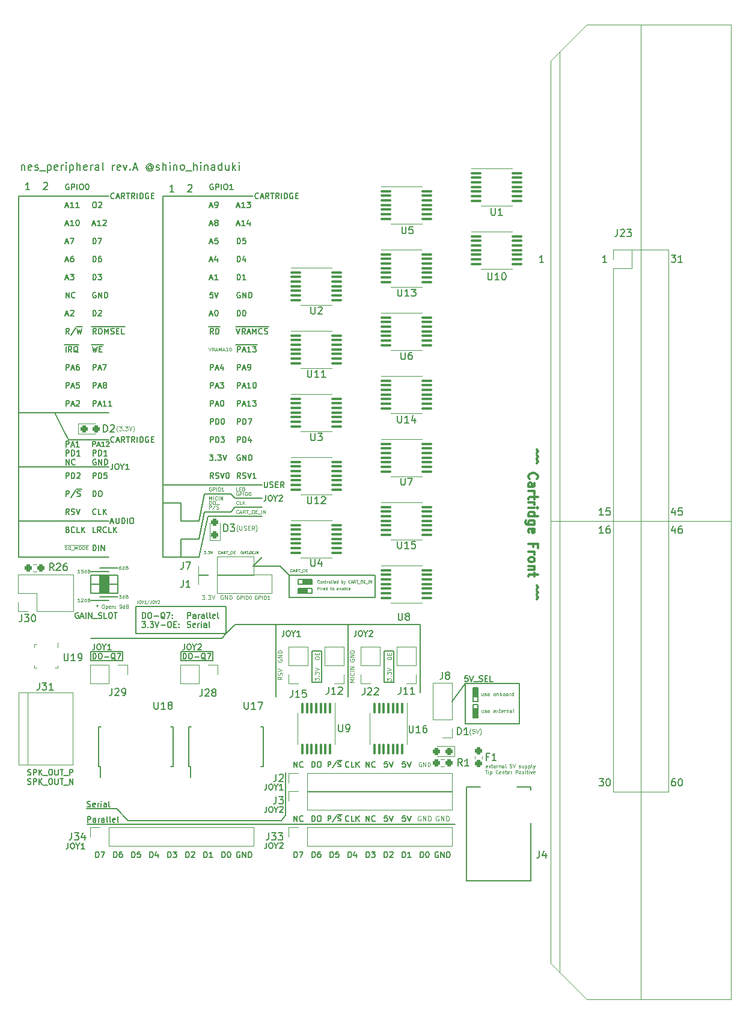
<source format=gto>
G04 #@! TF.GenerationSoftware,KiCad,Pcbnew,(6.0.2)*
G04 #@! TF.CreationDate,2022-03-02T03:30:40+09:00*
G04 #@! TF.ProjectId,nes_peripheral,6e65735f-7065-4726-9970-686572616c2e,rev?*
G04 #@! TF.SameCoordinates,Original*
G04 #@! TF.FileFunction,Legend,Top*
G04 #@! TF.FilePolarity,Positive*
%FSLAX46Y46*%
G04 Gerber Fmt 4.6, Leading zero omitted, Abs format (unit mm)*
G04 Created by KiCad (PCBNEW (6.0.2)) date 2022-03-02 03:30:40*
%MOMM*%
%LPD*%
G01*
G04 APERTURE LIST*
G04 Aperture macros list*
%AMRoundRect*
0 Rectangle with rounded corners*
0 $1 Rounding radius*
0 $2 $3 $4 $5 $6 $7 $8 $9 X,Y pos of 4 corners*
0 Add a 4 corners polygon primitive as box body*
4,1,4,$2,$3,$4,$5,$6,$7,$8,$9,$2,$3,0*
0 Add four circle primitives for the rounded corners*
1,1,$1+$1,$2,$3*
1,1,$1+$1,$4,$5*
1,1,$1+$1,$6,$7*
1,1,$1+$1,$8,$9*
0 Add four rect primitives between the rounded corners*
20,1,$1+$1,$2,$3,$4,$5,0*
20,1,$1+$1,$4,$5,$6,$7,0*
20,1,$1+$1,$6,$7,$8,$9,0*
20,1,$1+$1,$8,$9,$2,$3,0*%
G04 Aperture macros list end*
%ADD10C,0.150000*%
%ADD11C,0.100000*%
%ADD12C,0.200000*%
%ADD13C,0.075000*%
%ADD14C,0.300000*%
%ADD15C,0.120000*%
%ADD16C,0.127000*%
%ADD17RoundRect,0.100000X-0.637500X-0.100000X0.637500X-0.100000X0.637500X0.100000X-0.637500X0.100000X0*%
%ADD18R,1.700000X1.700000*%
%ADD19O,1.700000X1.700000*%
%ADD20O,0.300000X0.800000*%
%ADD21O,0.800000X0.300000*%
%ADD22R,0.307500X0.307500*%
%ADD23RoundRect,0.237500X-0.237500X0.287500X-0.237500X-0.287500X0.237500X-0.287500X0.237500X0.287500X0*%
%ADD24RoundRect,0.237500X0.250000X0.237500X-0.250000X0.237500X-0.250000X-0.237500X0.250000X-0.237500X0*%
%ADD25RoundRect,0.237500X-0.287500X-0.237500X0.287500X-0.237500X0.287500X0.237500X-0.287500X0.237500X0*%
%ADD26RoundRect,0.237500X0.287500X0.237500X-0.287500X0.237500X-0.287500X-0.237500X0.287500X-0.237500X0*%
%ADD27R,0.600000X1.500000*%
%ADD28RoundRect,0.100000X-0.100000X0.637500X-0.100000X-0.637500X0.100000X-0.637500X0.100000X0.637500X0*%
%ADD29C,3.600000*%
%ADD30C,6.400000*%
%ADD31R,3.000000X3.000000*%
%ADD32C,3.000000*%
%ADD33O,4.700000X2.000000*%
%ADD34O,4.200000X2.000000*%
%ADD35O,2.000000X4.200000*%
%ADD36RoundRect,0.237500X0.237500X-0.287500X0.237500X0.287500X-0.237500X0.287500X-0.237500X-0.287500X0*%
G04 APERTURE END LIST*
D10*
X64770000Y-100330000D02*
X62230000Y-100330000D01*
X54610000Y-105410000D02*
X54610000Y-104140000D01*
X81915000Y-104775000D02*
X81280000Y-104775000D01*
X81280000Y-104775000D02*
X81280000Y-105410000D01*
X81280000Y-105410000D02*
X81915000Y-105410000D01*
X81915000Y-105410000D02*
X81915000Y-104775000D01*
G36*
X81915000Y-104775000D02*
G01*
X81280000Y-104775000D01*
X81280000Y-105410000D01*
X81915000Y-105410000D01*
X81915000Y-104775000D01*
G37*
X71120000Y-111125000D02*
X71120000Y-107315000D01*
X78105000Y-120015000D02*
X78105000Y-109855000D01*
X71120000Y-107315000D02*
X58420000Y-107315000D01*
X106553000Y-119380000D02*
X105918000Y-119380000D01*
X105918000Y-119380000D02*
X105918000Y-120015000D01*
X105918000Y-120015000D02*
X106553000Y-120015000D01*
X106553000Y-120015000D02*
X106553000Y-119380000D01*
G36*
X106553000Y-119380000D02*
G01*
X105918000Y-119380000D01*
X105918000Y-120015000D01*
X106553000Y-120015000D01*
X106553000Y-119380000D01*
G37*
X98425000Y-119380000D02*
X98425000Y-109855000D01*
X68580000Y-93980000D02*
X68072000Y-93980000D01*
X62230000Y-90170000D02*
X76200000Y-90170000D01*
X55689500Y-135763000D02*
X51435000Y-135763000D01*
X46990000Y-80010000D02*
X48260000Y-82550000D01*
X82550000Y-103505000D02*
X81915000Y-103505000D01*
X81915000Y-103505000D02*
X81915000Y-104140000D01*
X81915000Y-104140000D02*
X82550000Y-104140000D01*
X82550000Y-104140000D02*
X82550000Y-103505000D01*
G36*
X82550000Y-103505000D02*
G01*
X81915000Y-103505000D01*
X81915000Y-104140000D01*
X82550000Y-104140000D01*
X82550000Y-103505000D01*
G37*
X64770000Y-113665000D02*
X69215000Y-113665000D01*
X69215000Y-113665000D02*
X69215000Y-114935000D01*
X69215000Y-114935000D02*
X64770000Y-114935000D01*
X64770000Y-114935000D02*
X64770000Y-113665000D01*
X52070000Y-113665000D02*
X56515000Y-113665000D01*
X56515000Y-113665000D02*
X56515000Y-114935000D01*
X56515000Y-114935000D02*
X52070000Y-114935000D01*
X52070000Y-114935000D02*
X52070000Y-113665000D01*
X52070000Y-104140000D02*
X52070000Y-105410000D01*
X68072000Y-91440000D02*
X71755000Y-91440000D01*
X41910000Y-100330000D02*
X54610000Y-100330000D01*
X67310000Y-95250000D02*
X68072000Y-91440000D01*
X55880000Y-104140000D02*
X55880000Y-105410000D01*
X54610000Y-102870000D02*
X55880000Y-102870000D01*
X88265000Y-120015000D02*
X88265000Y-109855000D01*
X57340500Y-137414000D02*
X55689500Y-135763000D01*
X53340000Y-102870000D02*
X54610000Y-102870000D01*
X54610000Y-102870000D02*
X54610000Y-105410000D01*
X54610000Y-105410000D02*
X53340000Y-105410000D01*
X53340000Y-105410000D02*
X53340000Y-102870000D01*
G36*
X53340000Y-102870000D02*
G01*
X54610000Y-102870000D01*
X54610000Y-105410000D01*
X53340000Y-105410000D01*
X53340000Y-102870000D01*
G37*
X106553000Y-121729500D02*
X105918000Y-121729500D01*
X105918000Y-121729500D02*
X105918000Y-122364500D01*
X105918000Y-122364500D02*
X106553000Y-122364500D01*
X106553000Y-122364500D02*
X106553000Y-121729500D01*
G36*
X106553000Y-121729500D02*
G01*
X105918000Y-121729500D01*
X105918000Y-122364500D01*
X106553000Y-122364500D01*
X106553000Y-121729500D01*
G37*
X52070000Y-102870000D02*
X54610000Y-102870000D01*
X41910000Y-80010000D02*
X46990000Y-80010000D01*
X46990000Y-80010000D02*
X54610000Y-80010000D01*
X67310000Y-97790000D02*
X64770000Y-97790000D01*
X104775000Y-118110000D02*
X112395000Y-118110000D01*
X112395000Y-118110000D02*
X112395000Y-123825000D01*
X112395000Y-123825000D02*
X104775000Y-123825000D01*
X104775000Y-123825000D02*
X104775000Y-118110000D01*
X48260000Y-87630000D02*
X41910000Y-87630000D01*
X82550000Y-104775000D02*
X81915000Y-104775000D01*
X81915000Y-104775000D02*
X81915000Y-105410000D01*
X81915000Y-105410000D02*
X82550000Y-105410000D01*
X82550000Y-105410000D02*
X82550000Y-104775000D01*
G36*
X82550000Y-104775000D02*
G01*
X81915000Y-104775000D01*
X81915000Y-105410000D01*
X82550000Y-105410000D01*
X82550000Y-104775000D01*
G37*
X72390000Y-93345000D02*
X71755000Y-93980000D01*
X58420000Y-107315000D02*
X58420000Y-111125000D01*
X71755000Y-91440000D02*
X72390000Y-92075000D01*
X53340000Y-101854000D02*
X55880000Y-101854000D01*
X76200000Y-93345000D02*
X72390000Y-93345000D01*
X41910000Y-100330000D02*
X41910000Y-49530000D01*
X71120000Y-111125000D02*
X72390000Y-109855000D01*
X72390000Y-109855000D02*
X98425000Y-109855000D01*
X62230000Y-92710000D02*
X64770000Y-92710000D01*
X74930000Y-101600000D02*
X76200000Y-100330000D01*
X93345000Y-113538000D02*
X94742000Y-113538000D01*
X94742000Y-113538000D02*
X94742000Y-117983000D01*
X94742000Y-117983000D02*
X93345000Y-117983000D01*
X93345000Y-117983000D02*
X93345000Y-113538000D01*
X52070000Y-102870000D02*
X53340000Y-102870000D01*
X68072000Y-93980000D02*
X67310000Y-97790000D01*
X64770000Y-97790000D02*
X64770000Y-100330000D01*
X52070000Y-104140000D02*
X52070000Y-102870000D01*
X71755000Y-93980000D02*
X68580000Y-93980000D01*
X68580000Y-94615000D02*
X76200000Y-94615000D01*
X55880000Y-102870000D02*
X55880000Y-104140000D01*
X54610000Y-102870000D02*
X54610000Y-104140000D01*
X48895000Y-83820000D02*
X54610000Y-83820000D01*
X70485000Y-111760000D02*
X71120000Y-111125000D01*
X48260000Y-82550000D02*
X48895000Y-83820000D01*
X48260000Y-87630000D02*
X54610000Y-87630000D01*
X81915000Y-103505000D02*
X81280000Y-103505000D01*
X81280000Y-103505000D02*
X81280000Y-104140000D01*
X81280000Y-104140000D02*
X81915000Y-104140000D01*
X81915000Y-104140000D02*
X81915000Y-103505000D01*
X83185000Y-104775000D02*
X82550000Y-104775000D01*
X82550000Y-104775000D02*
X82550000Y-105410000D01*
X82550000Y-105410000D02*
X83185000Y-105410000D01*
X83185000Y-105410000D02*
X83185000Y-104775000D01*
X79502000Y-130683000D02*
X79502000Y-135890000D01*
X79502000Y-135890000D02*
X79502000Y-136652000D01*
X53340000Y-104140000D02*
X53340000Y-102870000D01*
X41910000Y-49530000D02*
X54610000Y-49530000D01*
X53340000Y-104140000D02*
X53340000Y-105410000D01*
X62230000Y-49530000D02*
X74930000Y-49530000D01*
X106553000Y-122364500D02*
X105918000Y-122364500D01*
X105918000Y-122364500D02*
X105918000Y-122999500D01*
X105918000Y-122999500D02*
X106553000Y-122999500D01*
X106553000Y-122999500D02*
X106553000Y-122364500D01*
G36*
X106553000Y-122364500D02*
G01*
X105918000Y-122364500D01*
X105918000Y-122999500D01*
X106553000Y-122999500D01*
X106553000Y-122364500D01*
G37*
X62230000Y-49530000D02*
X62230000Y-100330000D01*
X64770000Y-92710000D02*
X64770000Y-95250000D01*
X54610000Y-105410000D02*
X53340000Y-105410000D01*
X83185000Y-113538000D02*
X84582000Y-113538000D01*
X84582000Y-113538000D02*
X84582000Y-117983000D01*
X84582000Y-117983000D02*
X83185000Y-117983000D01*
X83185000Y-117983000D02*
X83185000Y-113538000D01*
X78867000Y-137414000D02*
X57340500Y-137414000D01*
X58420000Y-111125000D02*
X71120000Y-111125000D01*
X80010000Y-102870000D02*
X92075000Y-102870000D01*
X92075000Y-102870000D02*
X92075000Y-106045000D01*
X92075000Y-106045000D02*
X80010000Y-106045000D01*
X80010000Y-106045000D02*
X80010000Y-102870000D01*
X53340000Y-105918000D02*
X55880000Y-105918000D01*
X52070000Y-111760000D02*
X70485000Y-111760000D01*
X54610000Y-106426000D02*
X52070000Y-106426000D01*
X55880000Y-104140000D02*
X54610000Y-104140000D01*
X83185000Y-103505000D02*
X82550000Y-103505000D01*
X82550000Y-103505000D02*
X82550000Y-104140000D01*
X82550000Y-104140000D02*
X83185000Y-104140000D01*
X83185000Y-104140000D02*
X83185000Y-103505000D01*
G36*
X83185000Y-103505000D02*
G01*
X82550000Y-103505000D01*
X82550000Y-104140000D01*
X83185000Y-104140000D01*
X83185000Y-103505000D01*
G37*
X67310000Y-100330000D02*
X68580000Y-94615000D01*
X80010000Y-102870000D02*
X78740000Y-101600000D01*
X54610000Y-104140000D02*
X52070000Y-104140000D01*
X52070000Y-105410000D02*
X53340000Y-105410000D01*
X72390000Y-92075000D02*
X76200000Y-92075000D01*
X103378000Y-137922000D02*
X51562000Y-137922000D01*
X41910000Y-95250000D02*
X54610000Y-95250000D01*
X53340000Y-105410000D02*
X53340000Y-104140000D01*
X102930000Y-120650000D02*
X104835000Y-118110000D01*
X80010000Y-105410000D02*
X80010000Y-102870000D01*
X55880000Y-105410000D02*
X54610000Y-105410000D01*
X52070000Y-102362000D02*
X54610000Y-102362000D01*
X106553000Y-121094500D02*
X105918000Y-121094500D01*
X105918000Y-121094500D02*
X105918000Y-121729500D01*
X105918000Y-121729500D02*
X106553000Y-121729500D01*
X106553000Y-121729500D02*
X106553000Y-121094500D01*
X64770000Y-95250000D02*
X67310000Y-95250000D01*
X106553000Y-120015000D02*
X105918000Y-120015000D01*
X105918000Y-120015000D02*
X105918000Y-120650000D01*
X105918000Y-120650000D02*
X106553000Y-120650000D01*
X106553000Y-120650000D02*
X106553000Y-120015000D01*
X79502000Y-136652000D02*
X78867000Y-137414000D01*
X64770000Y-100330000D02*
X67310000Y-100330000D01*
X106553000Y-118745000D02*
X105918000Y-118745000D01*
X105918000Y-118745000D02*
X105918000Y-119380000D01*
X105918000Y-119380000D02*
X106553000Y-119380000D01*
X106553000Y-119380000D02*
X106553000Y-118745000D01*
G36*
X106553000Y-118745000D02*
G01*
X105918000Y-118745000D01*
X105918000Y-119380000D01*
X106553000Y-119380000D01*
X106553000Y-118745000D01*
G37*
X78740000Y-101600000D02*
X74930000Y-101600000D01*
X48547976Y-91801904D02*
X48547976Y-91001904D01*
X48852738Y-91001904D01*
X48928928Y-91040000D01*
X48967023Y-91078095D01*
X49005119Y-91154285D01*
X49005119Y-91268571D01*
X48967023Y-91344761D01*
X48928928Y-91382857D01*
X48852738Y-91420952D01*
X48547976Y-91420952D01*
X49919404Y-90963809D02*
X49233690Y-91992380D01*
X49995595Y-90776000D02*
X50757500Y-90776000D01*
X50147976Y-91763809D02*
X50262261Y-91801904D01*
X50452738Y-91801904D01*
X50528928Y-91763809D01*
X50567023Y-91725714D01*
X50605119Y-91649523D01*
X50605119Y-91573333D01*
X50567023Y-91497142D01*
X50528928Y-91459047D01*
X50452738Y-91420952D01*
X50300357Y-91382857D01*
X50224166Y-91344761D01*
X50186071Y-91306666D01*
X50147976Y-91230476D01*
X50147976Y-91154285D01*
X50186071Y-91078095D01*
X50224166Y-91040000D01*
X50300357Y-91001904D01*
X50490833Y-91001904D01*
X50605119Y-91040000D01*
X72677976Y-84181904D02*
X72677976Y-83381904D01*
X72982738Y-83381904D01*
X73058928Y-83420000D01*
X73097023Y-83458095D01*
X73135119Y-83534285D01*
X73135119Y-83648571D01*
X73097023Y-83724761D01*
X73058928Y-83762857D01*
X72982738Y-83800952D01*
X72677976Y-83800952D01*
X73477976Y-84181904D02*
X73477976Y-83381904D01*
X73668452Y-83381904D01*
X73782738Y-83420000D01*
X73858928Y-83496190D01*
X73897023Y-83572380D01*
X73935119Y-83724761D01*
X73935119Y-83839047D01*
X73897023Y-83991428D01*
X73858928Y-84067619D01*
X73782738Y-84143809D01*
X73668452Y-84181904D01*
X73477976Y-84181904D01*
X74620833Y-83648571D02*
X74620833Y-84181904D01*
X74430357Y-83343809D02*
X74239880Y-83915238D01*
X74735119Y-83915238D01*
X72677976Y-58781904D02*
X72677976Y-57981904D01*
X72868452Y-57981904D01*
X72982738Y-58020000D01*
X73058928Y-58096190D01*
X73097023Y-58172380D01*
X73135119Y-58324761D01*
X73135119Y-58439047D01*
X73097023Y-58591428D01*
X73058928Y-58667619D01*
X72982738Y-58743809D01*
X72868452Y-58781904D01*
X72677976Y-58781904D01*
X73820833Y-58248571D02*
X73820833Y-58781904D01*
X73630357Y-57943809D02*
X73439880Y-58515238D01*
X73935119Y-58515238D01*
X72677976Y-74021904D02*
X72677976Y-73221904D01*
X72982738Y-73221904D01*
X73058928Y-73260000D01*
X73097023Y-73298095D01*
X73135119Y-73374285D01*
X73135119Y-73488571D01*
X73097023Y-73564761D01*
X73058928Y-73602857D01*
X72982738Y-73640952D01*
X72677976Y-73640952D01*
X73439880Y-73793333D02*
X73820833Y-73793333D01*
X73363690Y-74021904D02*
X73630357Y-73221904D01*
X73897023Y-74021904D01*
X74201785Y-74021904D02*
X74354166Y-74021904D01*
X74430357Y-73983809D01*
X74468452Y-73945714D01*
X74544642Y-73831428D01*
X74582738Y-73679047D01*
X74582738Y-73374285D01*
X74544642Y-73298095D01*
X74506547Y-73260000D01*
X74430357Y-73221904D01*
X74277976Y-73221904D01*
X74201785Y-73260000D01*
X74163690Y-73298095D01*
X74125595Y-73374285D01*
X74125595Y-73564761D01*
X74163690Y-73640952D01*
X74201785Y-73679047D01*
X74277976Y-73717142D01*
X74430357Y-73717142D01*
X74506547Y-73679047D01*
X74544642Y-73640952D01*
X74582738Y-73564761D01*
X48357500Y-70456000D02*
X48738452Y-70456000D01*
X48547976Y-71481904D02*
X48547976Y-70681904D01*
X48738452Y-70456000D02*
X49538452Y-70456000D01*
X49386071Y-71481904D02*
X49119404Y-71100952D01*
X48928928Y-71481904D02*
X48928928Y-70681904D01*
X49233690Y-70681904D01*
X49309880Y-70720000D01*
X49347976Y-70758095D01*
X49386071Y-70834285D01*
X49386071Y-70948571D01*
X49347976Y-71024761D01*
X49309880Y-71062857D01*
X49233690Y-71100952D01*
X48928928Y-71100952D01*
X49538452Y-70456000D02*
X50376547Y-70456000D01*
X50262261Y-71558095D02*
X50186071Y-71520000D01*
X50109880Y-71443809D01*
X49995595Y-71329523D01*
X49919404Y-71291428D01*
X49843214Y-71291428D01*
X49881309Y-71481904D02*
X49805119Y-71443809D01*
X49728928Y-71367619D01*
X49690833Y-71215238D01*
X49690833Y-70948571D01*
X49728928Y-70796190D01*
X49805119Y-70720000D01*
X49881309Y-70681904D01*
X50033690Y-70681904D01*
X50109880Y-70720000D01*
X50186071Y-70796190D01*
X50224166Y-70948571D01*
X50224166Y-71215238D01*
X50186071Y-71367619D01*
X50109880Y-71443809D01*
X50033690Y-71481904D01*
X49881309Y-71481904D01*
D11*
X68764047Y-92936190D02*
X68764047Y-92436190D01*
X68883095Y-92436190D01*
X68954523Y-92460000D01*
X69002142Y-92507619D01*
X69025952Y-92555238D01*
X69049761Y-92650476D01*
X69049761Y-92721904D01*
X69025952Y-92817142D01*
X69002142Y-92864761D01*
X68954523Y-92912380D01*
X68883095Y-92936190D01*
X68764047Y-92936190D01*
X69359285Y-92436190D02*
X69454523Y-92436190D01*
X69502142Y-92460000D01*
X69549761Y-92507619D01*
X69573571Y-92602857D01*
X69573571Y-92769523D01*
X69549761Y-92864761D01*
X69502142Y-92912380D01*
X69454523Y-92936190D01*
X69359285Y-92936190D01*
X69311666Y-92912380D01*
X69264047Y-92864761D01*
X69240238Y-92769523D01*
X69240238Y-92602857D01*
X69264047Y-92507619D01*
X69311666Y-92460000D01*
X69359285Y-92436190D01*
D10*
X68867976Y-81641904D02*
X68867976Y-80841904D01*
X69172738Y-80841904D01*
X69248928Y-80880000D01*
X69287023Y-80918095D01*
X69325119Y-80994285D01*
X69325119Y-81108571D01*
X69287023Y-81184761D01*
X69248928Y-81222857D01*
X69172738Y-81260952D01*
X68867976Y-81260952D01*
X69667976Y-81641904D02*
X69667976Y-80841904D01*
X69858452Y-80841904D01*
X69972738Y-80880000D01*
X70048928Y-80956190D01*
X70087023Y-81032380D01*
X70125119Y-81184761D01*
X70125119Y-81299047D01*
X70087023Y-81451428D01*
X70048928Y-81527619D01*
X69972738Y-81603809D01*
X69858452Y-81641904D01*
X69667976Y-81641904D01*
X70620357Y-80841904D02*
X70696547Y-80841904D01*
X70772738Y-80880000D01*
X70810833Y-80918095D01*
X70848928Y-80994285D01*
X70887023Y-81146666D01*
X70887023Y-81337142D01*
X70848928Y-81489523D01*
X70810833Y-81565714D01*
X70772738Y-81603809D01*
X70696547Y-81641904D01*
X70620357Y-81641904D01*
X70544166Y-81603809D01*
X70506071Y-81565714D01*
X70467976Y-81489523D01*
X70429880Y-81337142D01*
X70429880Y-81146666D01*
X70467976Y-80994285D01*
X70506071Y-80918095D01*
X70544166Y-80880000D01*
X70620357Y-80841904D01*
D12*
X42301904Y-45144285D02*
X42301904Y-45877619D01*
X42301904Y-45249047D02*
X42354285Y-45196666D01*
X42459047Y-45144285D01*
X42616190Y-45144285D01*
X42720952Y-45196666D01*
X42773333Y-45301428D01*
X42773333Y-45877619D01*
X43716190Y-45825238D02*
X43611428Y-45877619D01*
X43401904Y-45877619D01*
X43297142Y-45825238D01*
X43244761Y-45720476D01*
X43244761Y-45301428D01*
X43297142Y-45196666D01*
X43401904Y-45144285D01*
X43611428Y-45144285D01*
X43716190Y-45196666D01*
X43768571Y-45301428D01*
X43768571Y-45406190D01*
X43244761Y-45510952D01*
X44187619Y-45825238D02*
X44292380Y-45877619D01*
X44501904Y-45877619D01*
X44606666Y-45825238D01*
X44659047Y-45720476D01*
X44659047Y-45668095D01*
X44606666Y-45563333D01*
X44501904Y-45510952D01*
X44344761Y-45510952D01*
X44240000Y-45458571D01*
X44187619Y-45353809D01*
X44187619Y-45301428D01*
X44240000Y-45196666D01*
X44344761Y-45144285D01*
X44501904Y-45144285D01*
X44606666Y-45196666D01*
X44868571Y-45982380D02*
X45706666Y-45982380D01*
X45968571Y-45144285D02*
X45968571Y-46244285D01*
X45968571Y-45196666D02*
X46073333Y-45144285D01*
X46282857Y-45144285D01*
X46387619Y-45196666D01*
X46440000Y-45249047D01*
X46492380Y-45353809D01*
X46492380Y-45668095D01*
X46440000Y-45772857D01*
X46387619Y-45825238D01*
X46282857Y-45877619D01*
X46073333Y-45877619D01*
X45968571Y-45825238D01*
X47382857Y-45825238D02*
X47278095Y-45877619D01*
X47068571Y-45877619D01*
X46963809Y-45825238D01*
X46911428Y-45720476D01*
X46911428Y-45301428D01*
X46963809Y-45196666D01*
X47068571Y-45144285D01*
X47278095Y-45144285D01*
X47382857Y-45196666D01*
X47435238Y-45301428D01*
X47435238Y-45406190D01*
X46911428Y-45510952D01*
X47906666Y-45877619D02*
X47906666Y-45144285D01*
X47906666Y-45353809D02*
X47959047Y-45249047D01*
X48011428Y-45196666D01*
X48116190Y-45144285D01*
X48220952Y-45144285D01*
X48587619Y-45877619D02*
X48587619Y-45144285D01*
X48587619Y-44777619D02*
X48535238Y-44830000D01*
X48587619Y-44882380D01*
X48640000Y-44830000D01*
X48587619Y-44777619D01*
X48587619Y-44882380D01*
X49111428Y-45144285D02*
X49111428Y-46244285D01*
X49111428Y-45196666D02*
X49216190Y-45144285D01*
X49425714Y-45144285D01*
X49530476Y-45196666D01*
X49582857Y-45249047D01*
X49635238Y-45353809D01*
X49635238Y-45668095D01*
X49582857Y-45772857D01*
X49530476Y-45825238D01*
X49425714Y-45877619D01*
X49216190Y-45877619D01*
X49111428Y-45825238D01*
X50106666Y-45877619D02*
X50106666Y-44777619D01*
X50578095Y-45877619D02*
X50578095Y-45301428D01*
X50525714Y-45196666D01*
X50420952Y-45144285D01*
X50263809Y-45144285D01*
X50159047Y-45196666D01*
X50106666Y-45249047D01*
X51520952Y-45825238D02*
X51416190Y-45877619D01*
X51206666Y-45877619D01*
X51101904Y-45825238D01*
X51049523Y-45720476D01*
X51049523Y-45301428D01*
X51101904Y-45196666D01*
X51206666Y-45144285D01*
X51416190Y-45144285D01*
X51520952Y-45196666D01*
X51573333Y-45301428D01*
X51573333Y-45406190D01*
X51049523Y-45510952D01*
X52044761Y-45877619D02*
X52044761Y-45144285D01*
X52044761Y-45353809D02*
X52097142Y-45249047D01*
X52149523Y-45196666D01*
X52254285Y-45144285D01*
X52359047Y-45144285D01*
X53197142Y-45877619D02*
X53197142Y-45301428D01*
X53144761Y-45196666D01*
X53040000Y-45144285D01*
X52830476Y-45144285D01*
X52725714Y-45196666D01*
X53197142Y-45825238D02*
X53092380Y-45877619D01*
X52830476Y-45877619D01*
X52725714Y-45825238D01*
X52673333Y-45720476D01*
X52673333Y-45615714D01*
X52725714Y-45510952D01*
X52830476Y-45458571D01*
X53092380Y-45458571D01*
X53197142Y-45406190D01*
X53878095Y-45877619D02*
X53773333Y-45825238D01*
X53720952Y-45720476D01*
X53720952Y-44777619D01*
X55135238Y-45877619D02*
X55135238Y-45144285D01*
X55135238Y-45353809D02*
X55187619Y-45249047D01*
X55240000Y-45196666D01*
X55344761Y-45144285D01*
X55449523Y-45144285D01*
X56235238Y-45825238D02*
X56130476Y-45877619D01*
X55920952Y-45877619D01*
X55816190Y-45825238D01*
X55763809Y-45720476D01*
X55763809Y-45301428D01*
X55816190Y-45196666D01*
X55920952Y-45144285D01*
X56130476Y-45144285D01*
X56235238Y-45196666D01*
X56287619Y-45301428D01*
X56287619Y-45406190D01*
X55763809Y-45510952D01*
X56654285Y-45144285D02*
X56916190Y-45877619D01*
X57178095Y-45144285D01*
X57597142Y-45772857D02*
X57649523Y-45825238D01*
X57597142Y-45877619D01*
X57544761Y-45825238D01*
X57597142Y-45772857D01*
X57597142Y-45877619D01*
X58068571Y-45563333D02*
X58592380Y-45563333D01*
X57963809Y-45877619D02*
X58330476Y-44777619D01*
X58697142Y-45877619D01*
X60582857Y-45353809D02*
X60530476Y-45301428D01*
X60425714Y-45249047D01*
X60320952Y-45249047D01*
X60216190Y-45301428D01*
X60163809Y-45353809D01*
X60111428Y-45458571D01*
X60111428Y-45563333D01*
X60163809Y-45668095D01*
X60216190Y-45720476D01*
X60320952Y-45772857D01*
X60425714Y-45772857D01*
X60530476Y-45720476D01*
X60582857Y-45668095D01*
X60582857Y-45249047D02*
X60582857Y-45668095D01*
X60635238Y-45720476D01*
X60687619Y-45720476D01*
X60792380Y-45668095D01*
X60844761Y-45563333D01*
X60844761Y-45301428D01*
X60740000Y-45144285D01*
X60582857Y-45039523D01*
X60373333Y-44987142D01*
X60163809Y-45039523D01*
X60006666Y-45144285D01*
X59901904Y-45301428D01*
X59849523Y-45510952D01*
X59901904Y-45720476D01*
X60006666Y-45877619D01*
X60163809Y-45982380D01*
X60373333Y-46034761D01*
X60582857Y-45982380D01*
X60740000Y-45877619D01*
X61263809Y-45825238D02*
X61368571Y-45877619D01*
X61578095Y-45877619D01*
X61682857Y-45825238D01*
X61735238Y-45720476D01*
X61735238Y-45668095D01*
X61682857Y-45563333D01*
X61578095Y-45510952D01*
X61420952Y-45510952D01*
X61316190Y-45458571D01*
X61263809Y-45353809D01*
X61263809Y-45301428D01*
X61316190Y-45196666D01*
X61420952Y-45144285D01*
X61578095Y-45144285D01*
X61682857Y-45196666D01*
X62206666Y-45877619D02*
X62206666Y-44777619D01*
X62678095Y-45877619D02*
X62678095Y-45301428D01*
X62625714Y-45196666D01*
X62520952Y-45144285D01*
X62363809Y-45144285D01*
X62259047Y-45196666D01*
X62206666Y-45249047D01*
X63201904Y-45877619D02*
X63201904Y-45144285D01*
X63201904Y-44777619D02*
X63149523Y-44830000D01*
X63201904Y-44882380D01*
X63254285Y-44830000D01*
X63201904Y-44777619D01*
X63201904Y-44882380D01*
X63725714Y-45144285D02*
X63725714Y-45877619D01*
X63725714Y-45249047D02*
X63778095Y-45196666D01*
X63882857Y-45144285D01*
X64040000Y-45144285D01*
X64144761Y-45196666D01*
X64197142Y-45301428D01*
X64197142Y-45877619D01*
X64878095Y-45877619D02*
X64773333Y-45825238D01*
X64720952Y-45772857D01*
X64668571Y-45668095D01*
X64668571Y-45353809D01*
X64720952Y-45249047D01*
X64773333Y-45196666D01*
X64878095Y-45144285D01*
X65035238Y-45144285D01*
X65140000Y-45196666D01*
X65192380Y-45249047D01*
X65244761Y-45353809D01*
X65244761Y-45668095D01*
X65192380Y-45772857D01*
X65140000Y-45825238D01*
X65035238Y-45877619D01*
X64878095Y-45877619D01*
X65454285Y-45982380D02*
X66292380Y-45982380D01*
X66554285Y-45877619D02*
X66554285Y-44777619D01*
X67025714Y-45877619D02*
X67025714Y-45301428D01*
X66973333Y-45196666D01*
X66868571Y-45144285D01*
X66711428Y-45144285D01*
X66606666Y-45196666D01*
X66554285Y-45249047D01*
X67549523Y-45877619D02*
X67549523Y-45144285D01*
X67549523Y-44777619D02*
X67497142Y-44830000D01*
X67549523Y-44882380D01*
X67601904Y-44830000D01*
X67549523Y-44777619D01*
X67549523Y-44882380D01*
X68073333Y-45144285D02*
X68073333Y-45877619D01*
X68073333Y-45249047D02*
X68125714Y-45196666D01*
X68230476Y-45144285D01*
X68387619Y-45144285D01*
X68492380Y-45196666D01*
X68544761Y-45301428D01*
X68544761Y-45877619D01*
X69540000Y-45877619D02*
X69540000Y-45301428D01*
X69487619Y-45196666D01*
X69382857Y-45144285D01*
X69173333Y-45144285D01*
X69068571Y-45196666D01*
X69540000Y-45825238D02*
X69435238Y-45877619D01*
X69173333Y-45877619D01*
X69068571Y-45825238D01*
X69016190Y-45720476D01*
X69016190Y-45615714D01*
X69068571Y-45510952D01*
X69173333Y-45458571D01*
X69435238Y-45458571D01*
X69540000Y-45406190D01*
X70535238Y-45877619D02*
X70535238Y-44777619D01*
X70535238Y-45825238D02*
X70430476Y-45877619D01*
X70220952Y-45877619D01*
X70116190Y-45825238D01*
X70063809Y-45772857D01*
X70011428Y-45668095D01*
X70011428Y-45353809D01*
X70063809Y-45249047D01*
X70116190Y-45196666D01*
X70220952Y-45144285D01*
X70430476Y-45144285D01*
X70535238Y-45196666D01*
X71530476Y-45144285D02*
X71530476Y-45877619D01*
X71059047Y-45144285D02*
X71059047Y-45720476D01*
X71111428Y-45825238D01*
X71216190Y-45877619D01*
X71373333Y-45877619D01*
X71478095Y-45825238D01*
X71530476Y-45772857D01*
X72054285Y-45877619D02*
X72054285Y-44777619D01*
X72159047Y-45458571D02*
X72473333Y-45877619D01*
X72473333Y-45144285D02*
X72054285Y-45563333D01*
X72944761Y-45877619D02*
X72944761Y-45144285D01*
X72944761Y-44777619D02*
X72892380Y-44830000D01*
X72944761Y-44882380D01*
X72997142Y-44830000D01*
X72944761Y-44777619D01*
X72944761Y-44882380D01*
D11*
X107335095Y-121876357D02*
X107335095Y-122209690D01*
X107120809Y-121876357D02*
X107120809Y-122138261D01*
X107144619Y-122185880D01*
X107192238Y-122209690D01*
X107263666Y-122209690D01*
X107311285Y-122185880D01*
X107335095Y-122162071D01*
X107549380Y-122185880D02*
X107597000Y-122209690D01*
X107692238Y-122209690D01*
X107739857Y-122185880D01*
X107763666Y-122138261D01*
X107763666Y-122114452D01*
X107739857Y-122066833D01*
X107692238Y-122043023D01*
X107620809Y-122043023D01*
X107573190Y-122019214D01*
X107549380Y-121971595D01*
X107549380Y-121947785D01*
X107573190Y-121900166D01*
X107620809Y-121876357D01*
X107692238Y-121876357D01*
X107739857Y-121900166D01*
X108168428Y-122185880D02*
X108120809Y-122209690D01*
X108025571Y-122209690D01*
X107977952Y-122185880D01*
X107954142Y-122138261D01*
X107954142Y-121947785D01*
X107977952Y-121900166D01*
X108025571Y-121876357D01*
X108120809Y-121876357D01*
X108168428Y-121900166D01*
X108192238Y-121947785D01*
X108192238Y-121995404D01*
X107954142Y-122043023D01*
X108977952Y-122185880D02*
X108930333Y-122209690D01*
X108835095Y-122209690D01*
X108787476Y-122185880D01*
X108763666Y-122138261D01*
X108763666Y-121947785D01*
X108787476Y-121900166D01*
X108835095Y-121876357D01*
X108930333Y-121876357D01*
X108977952Y-121900166D01*
X109001761Y-121947785D01*
X109001761Y-121995404D01*
X108763666Y-122043023D01*
X109168428Y-122209690D02*
X109430333Y-121876357D01*
X109168428Y-121876357D02*
X109430333Y-122209690D01*
X109549380Y-121876357D02*
X109739857Y-121876357D01*
X109620809Y-121709690D02*
X109620809Y-122138261D01*
X109644619Y-122185880D01*
X109692238Y-122209690D01*
X109739857Y-122209690D01*
X110097000Y-122185880D02*
X110049380Y-122209690D01*
X109954142Y-122209690D01*
X109906523Y-122185880D01*
X109882714Y-122138261D01*
X109882714Y-121947785D01*
X109906523Y-121900166D01*
X109954142Y-121876357D01*
X110049380Y-121876357D01*
X110097000Y-121900166D01*
X110120809Y-121947785D01*
X110120809Y-121995404D01*
X109882714Y-122043023D01*
X110335095Y-122209690D02*
X110335095Y-121876357D01*
X110335095Y-121971595D02*
X110358904Y-121923976D01*
X110382714Y-121900166D01*
X110430333Y-121876357D01*
X110477952Y-121876357D01*
X110644619Y-121876357D02*
X110644619Y-122209690D01*
X110644619Y-121923976D02*
X110668428Y-121900166D01*
X110716047Y-121876357D01*
X110787476Y-121876357D01*
X110835095Y-121900166D01*
X110858904Y-121947785D01*
X110858904Y-122209690D01*
X111311285Y-122209690D02*
X111311285Y-121947785D01*
X111287476Y-121900166D01*
X111239857Y-121876357D01*
X111144619Y-121876357D01*
X111097000Y-121900166D01*
X111311285Y-122185880D02*
X111263666Y-122209690D01*
X111144619Y-122209690D01*
X111097000Y-122185880D01*
X111073190Y-122138261D01*
X111073190Y-122090642D01*
X111097000Y-122043023D01*
X111144619Y-122019214D01*
X111263666Y-122019214D01*
X111311285Y-121995404D01*
X111620809Y-122209690D02*
X111573190Y-122185880D01*
X111549380Y-122138261D01*
X111549380Y-121709690D01*
X70238809Y-99837857D02*
X70219761Y-99856904D01*
X70162619Y-99875952D01*
X70124523Y-99875952D01*
X70067380Y-99856904D01*
X70029285Y-99818809D01*
X70010238Y-99780714D01*
X69991190Y-99704523D01*
X69991190Y-99647380D01*
X70010238Y-99571190D01*
X70029285Y-99533095D01*
X70067380Y-99495000D01*
X70124523Y-99475952D01*
X70162619Y-99475952D01*
X70219761Y-99495000D01*
X70238809Y-99514047D01*
X70391190Y-99761666D02*
X70581666Y-99761666D01*
X70353095Y-99875952D02*
X70486428Y-99475952D01*
X70619761Y-99875952D01*
X70981666Y-99875952D02*
X70848333Y-99685476D01*
X70753095Y-99875952D02*
X70753095Y-99475952D01*
X70905476Y-99475952D01*
X70943571Y-99495000D01*
X70962619Y-99514047D01*
X70981666Y-99552142D01*
X70981666Y-99609285D01*
X70962619Y-99647380D01*
X70943571Y-99666428D01*
X70905476Y-99685476D01*
X70753095Y-99685476D01*
X71095952Y-99475952D02*
X71324523Y-99475952D01*
X71210238Y-99875952D02*
X71210238Y-99475952D01*
X71362619Y-99914047D02*
X71667380Y-99914047D01*
X71838809Y-99475952D02*
X71915000Y-99475952D01*
X71953095Y-99495000D01*
X71991190Y-99533095D01*
X72010238Y-99609285D01*
X72010238Y-99742619D01*
X71991190Y-99818809D01*
X71953095Y-99856904D01*
X71915000Y-99875952D01*
X71838809Y-99875952D01*
X71800714Y-99856904D01*
X71762619Y-99818809D01*
X71743571Y-99742619D01*
X71743571Y-99609285D01*
X71762619Y-99533095D01*
X71800714Y-99495000D01*
X71838809Y-99475952D01*
X72181666Y-99666428D02*
X72315000Y-99666428D01*
X72372142Y-99875952D02*
X72181666Y-99875952D01*
X72181666Y-99475952D01*
X72372142Y-99475952D01*
D10*
X55355119Y-84105714D02*
X55317023Y-84143809D01*
X55202738Y-84181904D01*
X55126547Y-84181904D01*
X55012261Y-84143809D01*
X54936071Y-84067619D01*
X54897976Y-83991428D01*
X54859880Y-83839047D01*
X54859880Y-83724761D01*
X54897976Y-83572380D01*
X54936071Y-83496190D01*
X55012261Y-83420000D01*
X55126547Y-83381904D01*
X55202738Y-83381904D01*
X55317023Y-83420000D01*
X55355119Y-83458095D01*
X55659880Y-83953333D02*
X56040833Y-83953333D01*
X55583690Y-84181904D02*
X55850357Y-83381904D01*
X56117023Y-84181904D01*
X56840833Y-84181904D02*
X56574166Y-83800952D01*
X56383690Y-84181904D02*
X56383690Y-83381904D01*
X56688452Y-83381904D01*
X56764642Y-83420000D01*
X56802738Y-83458095D01*
X56840833Y-83534285D01*
X56840833Y-83648571D01*
X56802738Y-83724761D01*
X56764642Y-83762857D01*
X56688452Y-83800952D01*
X56383690Y-83800952D01*
X57069404Y-83381904D02*
X57526547Y-83381904D01*
X57297976Y-84181904D02*
X57297976Y-83381904D01*
X58250357Y-84181904D02*
X57983690Y-83800952D01*
X57793214Y-84181904D02*
X57793214Y-83381904D01*
X58097976Y-83381904D01*
X58174166Y-83420000D01*
X58212261Y-83458095D01*
X58250357Y-83534285D01*
X58250357Y-83648571D01*
X58212261Y-83724761D01*
X58174166Y-83762857D01*
X58097976Y-83800952D01*
X57793214Y-83800952D01*
X58593214Y-84181904D02*
X58593214Y-83381904D01*
X58974166Y-84181904D02*
X58974166Y-83381904D01*
X59164642Y-83381904D01*
X59278928Y-83420000D01*
X59355119Y-83496190D01*
X59393214Y-83572380D01*
X59431309Y-83724761D01*
X59431309Y-83839047D01*
X59393214Y-83991428D01*
X59355119Y-84067619D01*
X59278928Y-84143809D01*
X59164642Y-84181904D01*
X58974166Y-84181904D01*
X60193214Y-83420000D02*
X60117023Y-83381904D01*
X60002738Y-83381904D01*
X59888452Y-83420000D01*
X59812261Y-83496190D01*
X59774166Y-83572380D01*
X59736071Y-83724761D01*
X59736071Y-83839047D01*
X59774166Y-83991428D01*
X59812261Y-84067619D01*
X59888452Y-84143809D01*
X60002738Y-84181904D01*
X60078928Y-84181904D01*
X60193214Y-84143809D01*
X60231309Y-84105714D01*
X60231309Y-83839047D01*
X60078928Y-83839047D01*
X60574166Y-83762857D02*
X60840833Y-83762857D01*
X60955119Y-84181904D02*
X60574166Y-84181904D01*
X60574166Y-83381904D01*
X60955119Y-83381904D01*
D11*
X80398809Y-102377857D02*
X80379761Y-102396904D01*
X80322619Y-102415952D01*
X80284523Y-102415952D01*
X80227380Y-102396904D01*
X80189285Y-102358809D01*
X80170238Y-102320714D01*
X80151190Y-102244523D01*
X80151190Y-102187380D01*
X80170238Y-102111190D01*
X80189285Y-102073095D01*
X80227380Y-102035000D01*
X80284523Y-102015952D01*
X80322619Y-102015952D01*
X80379761Y-102035000D01*
X80398809Y-102054047D01*
X80551190Y-102301666D02*
X80741666Y-102301666D01*
X80513095Y-102415952D02*
X80646428Y-102015952D01*
X80779761Y-102415952D01*
X81141666Y-102415952D02*
X81008333Y-102225476D01*
X80913095Y-102415952D02*
X80913095Y-102015952D01*
X81065476Y-102015952D01*
X81103571Y-102035000D01*
X81122619Y-102054047D01*
X81141666Y-102092142D01*
X81141666Y-102149285D01*
X81122619Y-102187380D01*
X81103571Y-102206428D01*
X81065476Y-102225476D01*
X80913095Y-102225476D01*
X81255952Y-102015952D02*
X81484523Y-102015952D01*
X81370238Y-102415952D02*
X81370238Y-102015952D01*
X81522619Y-102454047D02*
X81827380Y-102454047D01*
X81998809Y-102015952D02*
X82075000Y-102015952D01*
X82113095Y-102035000D01*
X82151190Y-102073095D01*
X82170238Y-102149285D01*
X82170238Y-102282619D01*
X82151190Y-102358809D01*
X82113095Y-102396904D01*
X82075000Y-102415952D01*
X81998809Y-102415952D01*
X81960714Y-102396904D01*
X81922619Y-102358809D01*
X81903571Y-102282619D01*
X81903571Y-102149285D01*
X81922619Y-102073095D01*
X81960714Y-102035000D01*
X81998809Y-102015952D01*
X82341666Y-102206428D02*
X82475000Y-102206428D01*
X82532142Y-102415952D02*
X82341666Y-102415952D01*
X82341666Y-102015952D01*
X82532142Y-102015952D01*
D10*
X68791785Y-85921904D02*
X69287023Y-85921904D01*
X69020357Y-86226666D01*
X69134642Y-86226666D01*
X69210833Y-86264761D01*
X69248928Y-86302857D01*
X69287023Y-86379047D01*
X69287023Y-86569523D01*
X69248928Y-86645714D01*
X69210833Y-86683809D01*
X69134642Y-86721904D01*
X68906071Y-86721904D01*
X68829880Y-86683809D01*
X68791785Y-86645714D01*
X69629880Y-86645714D02*
X69667976Y-86683809D01*
X69629880Y-86721904D01*
X69591785Y-86683809D01*
X69629880Y-86645714D01*
X69629880Y-86721904D01*
X69934642Y-85921904D02*
X70429880Y-85921904D01*
X70163214Y-86226666D01*
X70277500Y-86226666D01*
X70353690Y-86264761D01*
X70391785Y-86302857D01*
X70429880Y-86379047D01*
X70429880Y-86569523D01*
X70391785Y-86645714D01*
X70353690Y-86683809D01*
X70277500Y-86721904D01*
X70048928Y-86721904D01*
X69972738Y-86683809D01*
X69934642Y-86645714D01*
X70658452Y-85921904D02*
X70925119Y-86721904D01*
X71191785Y-85921904D01*
X49005119Y-94341904D02*
X48738452Y-93960952D01*
X48547976Y-94341904D02*
X48547976Y-93541904D01*
X48852738Y-93541904D01*
X48928928Y-93580000D01*
X48967023Y-93618095D01*
X49005119Y-93694285D01*
X49005119Y-93808571D01*
X48967023Y-93884761D01*
X48928928Y-93922857D01*
X48852738Y-93960952D01*
X48547976Y-93960952D01*
X49309880Y-94303809D02*
X49424166Y-94341904D01*
X49614642Y-94341904D01*
X49690833Y-94303809D01*
X49728928Y-94265714D01*
X49767023Y-94189523D01*
X49767023Y-94113333D01*
X49728928Y-94037142D01*
X49690833Y-93999047D01*
X49614642Y-93960952D01*
X49462261Y-93922857D01*
X49386071Y-93884761D01*
X49347976Y-93846666D01*
X49309880Y-93770476D01*
X49309880Y-93694285D01*
X49347976Y-93618095D01*
X49386071Y-93580000D01*
X49462261Y-93541904D01*
X49652738Y-93541904D01*
X49767023Y-93580000D01*
X49995595Y-93541904D02*
X50262261Y-94341904D01*
X50528928Y-93541904D01*
X90811428Y-137521904D02*
X90811428Y-136721904D01*
X91268571Y-137521904D01*
X91268571Y-136721904D01*
X92106666Y-137445714D02*
X92068571Y-137483809D01*
X91954285Y-137521904D01*
X91878095Y-137521904D01*
X91763809Y-137483809D01*
X91687619Y-137407619D01*
X91649523Y-137331428D01*
X91611428Y-137179047D01*
X91611428Y-137064761D01*
X91649523Y-136912380D01*
X91687619Y-136836190D01*
X91763809Y-136760000D01*
X91878095Y-136721904D01*
X91954285Y-136721904D01*
X92068571Y-136760000D01*
X92106666Y-136798095D01*
X76801309Y-135451904D02*
X76801309Y-136023333D01*
X76763214Y-136137619D01*
X76687023Y-136213809D01*
X76572738Y-136251904D01*
X76496547Y-136251904D01*
X77334642Y-135451904D02*
X77487023Y-135451904D01*
X77563214Y-135490000D01*
X77639404Y-135566190D01*
X77677500Y-135718571D01*
X77677500Y-135985238D01*
X77639404Y-136137619D01*
X77563214Y-136213809D01*
X77487023Y-136251904D01*
X77334642Y-136251904D01*
X77258452Y-136213809D01*
X77182261Y-136137619D01*
X77144166Y-135985238D01*
X77144166Y-135718571D01*
X77182261Y-135566190D01*
X77258452Y-135490000D01*
X77334642Y-135451904D01*
X78172738Y-135870952D02*
X78172738Y-136251904D01*
X77906071Y-135451904D02*
X78172738Y-135870952D01*
X78439404Y-135451904D01*
X78667976Y-135528095D02*
X78706071Y-135490000D01*
X78782261Y-135451904D01*
X78972738Y-135451904D01*
X79048928Y-135490000D01*
X79087023Y-135528095D01*
X79125119Y-135604285D01*
X79125119Y-135680476D01*
X79087023Y-135794761D01*
X78629880Y-136251904D01*
X79125119Y-136251904D01*
X68829880Y-56013333D02*
X69210833Y-56013333D01*
X68753690Y-56241904D02*
X69020357Y-55441904D01*
X69287023Y-56241904D01*
X69934642Y-55441904D02*
X69553690Y-55441904D01*
X69515595Y-55822857D01*
X69553690Y-55784761D01*
X69629880Y-55746666D01*
X69820357Y-55746666D01*
X69896547Y-55784761D01*
X69934642Y-55822857D01*
X69972738Y-55899047D01*
X69972738Y-56089523D01*
X69934642Y-56165714D01*
X69896547Y-56203809D01*
X69820357Y-56241904D01*
X69629880Y-56241904D01*
X69553690Y-56203809D01*
X69515595Y-56165714D01*
X76487976Y-89731904D02*
X76487976Y-90379523D01*
X76526071Y-90455714D01*
X76564166Y-90493809D01*
X76640357Y-90531904D01*
X76792738Y-90531904D01*
X76868928Y-90493809D01*
X76907023Y-90455714D01*
X76945119Y-90379523D01*
X76945119Y-89731904D01*
X77287976Y-90493809D02*
X77402261Y-90531904D01*
X77592738Y-90531904D01*
X77668928Y-90493809D01*
X77707023Y-90455714D01*
X77745119Y-90379523D01*
X77745119Y-90303333D01*
X77707023Y-90227142D01*
X77668928Y-90189047D01*
X77592738Y-90150952D01*
X77440357Y-90112857D01*
X77364166Y-90074761D01*
X77326071Y-90036666D01*
X77287976Y-89960476D01*
X77287976Y-89884285D01*
X77326071Y-89808095D01*
X77364166Y-89770000D01*
X77440357Y-89731904D01*
X77630833Y-89731904D01*
X77745119Y-89770000D01*
X78087976Y-90112857D02*
X78354642Y-90112857D01*
X78468928Y-90531904D02*
X78087976Y-90531904D01*
X78087976Y-89731904D01*
X78468928Y-89731904D01*
X79268928Y-90531904D02*
X79002261Y-90150952D01*
X78811785Y-90531904D02*
X78811785Y-89731904D01*
X79116547Y-89731904D01*
X79192738Y-89770000D01*
X79230833Y-89808095D01*
X79268928Y-89884285D01*
X79268928Y-89998571D01*
X79230833Y-90074761D01*
X79192738Y-90112857D01*
X79116547Y-90150952D01*
X78811785Y-90150952D01*
D11*
X68764047Y-92301190D02*
X68764047Y-91801190D01*
X68930714Y-92158333D01*
X69097380Y-91801190D01*
X69097380Y-92301190D01*
X69335476Y-92301190D02*
X69335476Y-91801190D01*
X69859285Y-92253571D02*
X69835476Y-92277380D01*
X69764047Y-92301190D01*
X69716428Y-92301190D01*
X69645000Y-92277380D01*
X69597380Y-92229761D01*
X69573571Y-92182142D01*
X69549761Y-92086904D01*
X69549761Y-92015476D01*
X69573571Y-91920238D01*
X69597380Y-91872619D01*
X69645000Y-91825000D01*
X69716428Y-91801190D01*
X69764047Y-91801190D01*
X69835476Y-91825000D01*
X69859285Y-91848809D01*
X70073571Y-92301190D02*
X70073571Y-91801190D01*
X70311666Y-92301190D02*
X70311666Y-91801190D01*
X70597380Y-92301190D01*
X70597380Y-91801190D01*
D10*
X52357976Y-79101904D02*
X52357976Y-78301904D01*
X52662738Y-78301904D01*
X52738928Y-78340000D01*
X52777023Y-78378095D01*
X52815119Y-78454285D01*
X52815119Y-78568571D01*
X52777023Y-78644761D01*
X52738928Y-78682857D01*
X52662738Y-78720952D01*
X52357976Y-78720952D01*
X53119880Y-78873333D02*
X53500833Y-78873333D01*
X53043690Y-79101904D02*
X53310357Y-78301904D01*
X53577023Y-79101904D01*
X54262738Y-79101904D02*
X53805595Y-79101904D01*
X54034166Y-79101904D02*
X54034166Y-78301904D01*
X53957976Y-78416190D01*
X53881785Y-78492380D01*
X53805595Y-78530476D01*
X55024642Y-79101904D02*
X54567500Y-79101904D01*
X54796071Y-79101904D02*
X54796071Y-78301904D01*
X54719880Y-78416190D01*
X54643690Y-78492380D01*
X54567500Y-78530476D01*
X68867976Y-84181904D02*
X68867976Y-83381904D01*
X69172738Y-83381904D01*
X69248928Y-83420000D01*
X69287023Y-83458095D01*
X69325119Y-83534285D01*
X69325119Y-83648571D01*
X69287023Y-83724761D01*
X69248928Y-83762857D01*
X69172738Y-83800952D01*
X68867976Y-83800952D01*
X69667976Y-84181904D02*
X69667976Y-83381904D01*
X69858452Y-83381904D01*
X69972738Y-83420000D01*
X70048928Y-83496190D01*
X70087023Y-83572380D01*
X70125119Y-83724761D01*
X70125119Y-83839047D01*
X70087023Y-83991428D01*
X70048928Y-84067619D01*
X69972738Y-84143809D01*
X69858452Y-84181904D01*
X69667976Y-84181904D01*
X70391785Y-83381904D02*
X70887023Y-83381904D01*
X70620357Y-83686666D01*
X70734642Y-83686666D01*
X70810833Y-83724761D01*
X70848928Y-83762857D01*
X70887023Y-83839047D01*
X70887023Y-84029523D01*
X70848928Y-84105714D01*
X70810833Y-84143809D01*
X70734642Y-84181904D01*
X70506071Y-84181904D01*
X70429880Y-84143809D01*
X70391785Y-84105714D01*
X69325119Y-89261904D02*
X69058452Y-88880952D01*
X68867976Y-89261904D02*
X68867976Y-88461904D01*
X69172738Y-88461904D01*
X69248928Y-88500000D01*
X69287023Y-88538095D01*
X69325119Y-88614285D01*
X69325119Y-88728571D01*
X69287023Y-88804761D01*
X69248928Y-88842857D01*
X69172738Y-88880952D01*
X68867976Y-88880952D01*
X69629880Y-89223809D02*
X69744166Y-89261904D01*
X69934642Y-89261904D01*
X70010833Y-89223809D01*
X70048928Y-89185714D01*
X70087023Y-89109523D01*
X70087023Y-89033333D01*
X70048928Y-88957142D01*
X70010833Y-88919047D01*
X69934642Y-88880952D01*
X69782261Y-88842857D01*
X69706071Y-88804761D01*
X69667976Y-88766666D01*
X69629880Y-88690476D01*
X69629880Y-88614285D01*
X69667976Y-88538095D01*
X69706071Y-88500000D01*
X69782261Y-88461904D01*
X69972738Y-88461904D01*
X70087023Y-88500000D01*
X70315595Y-88461904D02*
X70582261Y-89261904D01*
X70848928Y-88461904D01*
X71267976Y-88461904D02*
X71344166Y-88461904D01*
X71420357Y-88500000D01*
X71458452Y-88538095D01*
X71496547Y-88614285D01*
X71534642Y-88766666D01*
X71534642Y-88957142D01*
X71496547Y-89109523D01*
X71458452Y-89185714D01*
X71420357Y-89223809D01*
X71344166Y-89261904D01*
X71267976Y-89261904D01*
X71191785Y-89223809D01*
X71153690Y-89185714D01*
X71115595Y-89109523D01*
X71077500Y-88957142D01*
X71077500Y-88766666D01*
X71115595Y-88614285D01*
X71153690Y-88538095D01*
X71191785Y-88500000D01*
X71267976Y-88461904D01*
X52357976Y-89261904D02*
X52357976Y-88461904D01*
X52662738Y-88461904D01*
X52738928Y-88500000D01*
X52777023Y-88538095D01*
X52815119Y-88614285D01*
X52815119Y-88728571D01*
X52777023Y-88804761D01*
X52738928Y-88842857D01*
X52662738Y-88880952D01*
X52357976Y-88880952D01*
X53157976Y-89261904D02*
X53157976Y-88461904D01*
X53348452Y-88461904D01*
X53462738Y-88500000D01*
X53538928Y-88576190D01*
X53577023Y-88652380D01*
X53615119Y-88804761D01*
X53615119Y-88919047D01*
X53577023Y-89071428D01*
X53538928Y-89147619D01*
X53462738Y-89223809D01*
X53348452Y-89261904D01*
X53157976Y-89261904D01*
X54338928Y-88461904D02*
X53957976Y-88461904D01*
X53919880Y-88842857D01*
X53957976Y-88804761D01*
X54034166Y-88766666D01*
X54224642Y-88766666D01*
X54300833Y-88804761D01*
X54338928Y-88842857D01*
X54377023Y-88919047D01*
X54377023Y-89109523D01*
X54338928Y-89185714D01*
X54300833Y-89223809D01*
X54224642Y-89261904D01*
X54034166Y-89261904D01*
X53957976Y-89223809D01*
X53919880Y-89185714D01*
X89416547Y-110686904D02*
X89416547Y-111258333D01*
X89378452Y-111372619D01*
X89302261Y-111448809D01*
X89187976Y-111486904D01*
X89111785Y-111486904D01*
X89949880Y-110686904D02*
X90102261Y-110686904D01*
X90178452Y-110725000D01*
X90254642Y-110801190D01*
X90292738Y-110953571D01*
X90292738Y-111220238D01*
X90254642Y-111372619D01*
X90178452Y-111448809D01*
X90102261Y-111486904D01*
X89949880Y-111486904D01*
X89873690Y-111448809D01*
X89797500Y-111372619D01*
X89759404Y-111220238D01*
X89759404Y-110953571D01*
X89797500Y-110801190D01*
X89873690Y-110725000D01*
X89949880Y-110686904D01*
X90787976Y-111105952D02*
X90787976Y-111486904D01*
X90521309Y-110686904D02*
X90787976Y-111105952D01*
X91054642Y-110686904D01*
X91283214Y-110763095D02*
X91321309Y-110725000D01*
X91397500Y-110686904D01*
X91587976Y-110686904D01*
X91664166Y-110725000D01*
X91702261Y-110763095D01*
X91740357Y-110839285D01*
X91740357Y-110915476D01*
X91702261Y-111029761D01*
X91245119Y-111486904D01*
X91740357Y-111486904D01*
X72487500Y-67916000D02*
X73173214Y-67916000D01*
X72563690Y-68141904D02*
X72830357Y-68941904D01*
X73097023Y-68141904D01*
X73173214Y-67916000D02*
X73973214Y-67916000D01*
X73820833Y-68941904D02*
X73554166Y-68560952D01*
X73363690Y-68941904D02*
X73363690Y-68141904D01*
X73668452Y-68141904D01*
X73744642Y-68180000D01*
X73782738Y-68218095D01*
X73820833Y-68294285D01*
X73820833Y-68408571D01*
X73782738Y-68484761D01*
X73744642Y-68522857D01*
X73668452Y-68560952D01*
X73363690Y-68560952D01*
X73973214Y-67916000D02*
X74658928Y-67916000D01*
X74125595Y-68713333D02*
X74506547Y-68713333D01*
X74049404Y-68941904D02*
X74316071Y-68141904D01*
X74582738Y-68941904D01*
X74658928Y-67916000D02*
X75573214Y-67916000D01*
X74849404Y-68941904D02*
X74849404Y-68141904D01*
X75116071Y-68713333D01*
X75382738Y-68141904D01*
X75382738Y-68941904D01*
X75573214Y-67916000D02*
X76373214Y-67916000D01*
X76220833Y-68865714D02*
X76182738Y-68903809D01*
X76068452Y-68941904D01*
X75992261Y-68941904D01*
X75877976Y-68903809D01*
X75801785Y-68827619D01*
X75763690Y-68751428D01*
X75725595Y-68599047D01*
X75725595Y-68484761D01*
X75763690Y-68332380D01*
X75801785Y-68256190D01*
X75877976Y-68180000D01*
X75992261Y-68141904D01*
X76068452Y-68141904D01*
X76182738Y-68180000D01*
X76220833Y-68218095D01*
X76373214Y-67916000D02*
X77135119Y-67916000D01*
X76525595Y-68903809D02*
X76639880Y-68941904D01*
X76830357Y-68941904D01*
X76906547Y-68903809D01*
X76944642Y-68865714D01*
X76982738Y-68789523D01*
X76982738Y-68713333D01*
X76944642Y-68637142D01*
X76906547Y-68599047D01*
X76830357Y-68560952D01*
X76677976Y-68522857D01*
X76601785Y-68484761D01*
X76563690Y-68446666D01*
X76525595Y-68370476D01*
X76525595Y-68294285D01*
X76563690Y-68218095D01*
X76601785Y-68180000D01*
X76677976Y-68141904D01*
X76868452Y-68141904D01*
X76982738Y-68180000D01*
D11*
X68764047Y-93571190D02*
X68764047Y-93071190D01*
X68954523Y-93071190D01*
X69002142Y-93095000D01*
X69025952Y-93118809D01*
X69049761Y-93166428D01*
X69049761Y-93237857D01*
X69025952Y-93285476D01*
X69002142Y-93309285D01*
X68954523Y-93333095D01*
X68764047Y-93333095D01*
X69621190Y-93047380D02*
X69192619Y-93690238D01*
X69668809Y-92930000D02*
X70145000Y-92930000D01*
X69764047Y-93547380D02*
X69835476Y-93571190D01*
X69954523Y-93571190D01*
X70002142Y-93547380D01*
X70025952Y-93523571D01*
X70049761Y-93475952D01*
X70049761Y-93428333D01*
X70025952Y-93380714D01*
X70002142Y-93356904D01*
X69954523Y-93333095D01*
X69859285Y-93309285D01*
X69811666Y-93285476D01*
X69787857Y-93261666D01*
X69764047Y-93214047D01*
X69764047Y-93166428D01*
X69787857Y-93118809D01*
X69811666Y-93095000D01*
X69859285Y-93071190D01*
X69978333Y-93071190D01*
X70049761Y-93095000D01*
D10*
X88423809Y-137445714D02*
X88385714Y-137483809D01*
X88271428Y-137521904D01*
X88195238Y-137521904D01*
X88080952Y-137483809D01*
X88004761Y-137407619D01*
X87966666Y-137331428D01*
X87928571Y-137179047D01*
X87928571Y-137064761D01*
X87966666Y-136912380D01*
X88004761Y-136836190D01*
X88080952Y-136760000D01*
X88195238Y-136721904D01*
X88271428Y-136721904D01*
X88385714Y-136760000D01*
X88423809Y-136798095D01*
X89147619Y-137521904D02*
X88766666Y-137521904D01*
X88766666Y-136721904D01*
X89414285Y-137521904D02*
X89414285Y-136721904D01*
X89871428Y-137521904D02*
X89528571Y-137064761D01*
X89871428Y-136721904D02*
X89414285Y-137179047D01*
D11*
X88600000Y-114727142D02*
X88571428Y-114784285D01*
X88571428Y-114870000D01*
X88600000Y-114955714D01*
X88657142Y-115012857D01*
X88714285Y-115041428D01*
X88828571Y-115070000D01*
X88914285Y-115070000D01*
X89028571Y-115041428D01*
X89085714Y-115012857D01*
X89142857Y-114955714D01*
X89171428Y-114870000D01*
X89171428Y-114812857D01*
X89142857Y-114727142D01*
X89114285Y-114698571D01*
X88914285Y-114698571D01*
X88914285Y-114812857D01*
X89171428Y-114441428D02*
X88571428Y-114441428D01*
X89171428Y-114098571D01*
X88571428Y-114098571D01*
X89171428Y-113812857D02*
X88571428Y-113812857D01*
X88571428Y-113670000D01*
X88600000Y-113584285D01*
X88657142Y-113527142D01*
X88714285Y-113498571D01*
X88828571Y-113470000D01*
X88914285Y-113470000D01*
X89028571Y-113498571D01*
X89085714Y-113527142D01*
X89142857Y-113584285D01*
X89171428Y-113670000D01*
X89171428Y-113812857D01*
X79011428Y-117197142D02*
X78725714Y-117397142D01*
X79011428Y-117540000D02*
X78411428Y-117540000D01*
X78411428Y-117311428D01*
X78440000Y-117254285D01*
X78468571Y-117225714D01*
X78525714Y-117197142D01*
X78611428Y-117197142D01*
X78668571Y-117225714D01*
X78697142Y-117254285D01*
X78725714Y-117311428D01*
X78725714Y-117540000D01*
X78982857Y-116968571D02*
X79011428Y-116882857D01*
X79011428Y-116740000D01*
X78982857Y-116682857D01*
X78954285Y-116654285D01*
X78897142Y-116625714D01*
X78840000Y-116625714D01*
X78782857Y-116654285D01*
X78754285Y-116682857D01*
X78725714Y-116740000D01*
X78697142Y-116854285D01*
X78668571Y-116911428D01*
X78640000Y-116940000D01*
X78582857Y-116968571D01*
X78525714Y-116968571D01*
X78468571Y-116940000D01*
X78440000Y-116911428D01*
X78411428Y-116854285D01*
X78411428Y-116711428D01*
X78440000Y-116625714D01*
X78411428Y-116454285D02*
X79011428Y-116254285D01*
X78411428Y-116054285D01*
D10*
X65654880Y-110178809D02*
X65769166Y-110216904D01*
X65959642Y-110216904D01*
X66035833Y-110178809D01*
X66073928Y-110140714D01*
X66112023Y-110064523D01*
X66112023Y-109988333D01*
X66073928Y-109912142D01*
X66035833Y-109874047D01*
X65959642Y-109835952D01*
X65807261Y-109797857D01*
X65731071Y-109759761D01*
X65692976Y-109721666D01*
X65654880Y-109645476D01*
X65654880Y-109569285D01*
X65692976Y-109493095D01*
X65731071Y-109455000D01*
X65807261Y-109416904D01*
X65997738Y-109416904D01*
X66112023Y-109455000D01*
X66759642Y-110178809D02*
X66683452Y-110216904D01*
X66531071Y-110216904D01*
X66454880Y-110178809D01*
X66416785Y-110102619D01*
X66416785Y-109797857D01*
X66454880Y-109721666D01*
X66531071Y-109683571D01*
X66683452Y-109683571D01*
X66759642Y-109721666D01*
X66797738Y-109797857D01*
X66797738Y-109874047D01*
X66416785Y-109950238D01*
X67140595Y-110216904D02*
X67140595Y-109683571D01*
X67140595Y-109835952D02*
X67178690Y-109759761D01*
X67216785Y-109721666D01*
X67292976Y-109683571D01*
X67369166Y-109683571D01*
X67635833Y-110216904D02*
X67635833Y-109683571D01*
X67635833Y-109416904D02*
X67597738Y-109455000D01*
X67635833Y-109493095D01*
X67673928Y-109455000D01*
X67635833Y-109416904D01*
X67635833Y-109493095D01*
X68359642Y-110216904D02*
X68359642Y-109797857D01*
X68321547Y-109721666D01*
X68245357Y-109683571D01*
X68092976Y-109683571D01*
X68016785Y-109721666D01*
X68359642Y-110178809D02*
X68283452Y-110216904D01*
X68092976Y-110216904D01*
X68016785Y-110178809D01*
X67978690Y-110102619D01*
X67978690Y-110026428D01*
X68016785Y-109950238D01*
X68092976Y-109912142D01*
X68283452Y-109912142D01*
X68359642Y-109874047D01*
X68854880Y-110216904D02*
X68778690Y-110178809D01*
X68740595Y-110102619D01*
X68740595Y-109416904D01*
X55126547Y-87191904D02*
X55126547Y-87763333D01*
X55088452Y-87877619D01*
X55012261Y-87953809D01*
X54897976Y-87991904D01*
X54821785Y-87991904D01*
X55659880Y-87191904D02*
X55812261Y-87191904D01*
X55888452Y-87230000D01*
X55964642Y-87306190D01*
X56002738Y-87458571D01*
X56002738Y-87725238D01*
X55964642Y-87877619D01*
X55888452Y-87953809D01*
X55812261Y-87991904D01*
X55659880Y-87991904D01*
X55583690Y-87953809D01*
X55507500Y-87877619D01*
X55469404Y-87725238D01*
X55469404Y-87458571D01*
X55507500Y-87306190D01*
X55583690Y-87230000D01*
X55659880Y-87191904D01*
X56497976Y-87610952D02*
X56497976Y-87991904D01*
X56231309Y-87191904D02*
X56497976Y-87610952D01*
X56764642Y-87191904D01*
X57450357Y-87991904D02*
X56993214Y-87991904D01*
X57221785Y-87991904D02*
X57221785Y-87191904D01*
X57145595Y-87306190D01*
X57069404Y-87382380D01*
X56993214Y-87420476D01*
X68867976Y-76561904D02*
X68867976Y-75761904D01*
X69172738Y-75761904D01*
X69248928Y-75800000D01*
X69287023Y-75838095D01*
X69325119Y-75914285D01*
X69325119Y-76028571D01*
X69287023Y-76104761D01*
X69248928Y-76142857D01*
X69172738Y-76180952D01*
X68867976Y-76180952D01*
X69629880Y-76333333D02*
X70010833Y-76333333D01*
X69553690Y-76561904D02*
X69820357Y-75761904D01*
X70087023Y-76561904D01*
X70277500Y-75761904D02*
X70772738Y-75761904D01*
X70506071Y-76066666D01*
X70620357Y-76066666D01*
X70696547Y-76104761D01*
X70734642Y-76142857D01*
X70772738Y-76219047D01*
X70772738Y-76409523D01*
X70734642Y-76485714D01*
X70696547Y-76523809D01*
X70620357Y-76561904D01*
X70391785Y-76561904D01*
X70315595Y-76523809D01*
X70277500Y-76485714D01*
D11*
X83618428Y-117725714D02*
X83618428Y-117354285D01*
X83847000Y-117554285D01*
X83847000Y-117468571D01*
X83875571Y-117411428D01*
X83904142Y-117382857D01*
X83961285Y-117354285D01*
X84104142Y-117354285D01*
X84161285Y-117382857D01*
X84189857Y-117411428D01*
X84218428Y-117468571D01*
X84218428Y-117640000D01*
X84189857Y-117697142D01*
X84161285Y-117725714D01*
X84161285Y-117097142D02*
X84189857Y-117068571D01*
X84218428Y-117097142D01*
X84189857Y-117125714D01*
X84161285Y-117097142D01*
X84218428Y-117097142D01*
X83618428Y-116868571D02*
X83618428Y-116497142D01*
X83847000Y-116697142D01*
X83847000Y-116611428D01*
X83875571Y-116554285D01*
X83904142Y-116525714D01*
X83961285Y-116497142D01*
X84104142Y-116497142D01*
X84161285Y-116525714D01*
X84189857Y-116554285D01*
X84218428Y-116611428D01*
X84218428Y-116782857D01*
X84189857Y-116840000D01*
X84161285Y-116868571D01*
X83618428Y-116325714D02*
X84218428Y-116125714D01*
X83618428Y-115925714D01*
D10*
X83191428Y-129901904D02*
X83191428Y-129101904D01*
X83381904Y-129101904D01*
X83496190Y-129140000D01*
X83572380Y-129216190D01*
X83610476Y-129292380D01*
X83648571Y-129444761D01*
X83648571Y-129559047D01*
X83610476Y-129711428D01*
X83572380Y-129787619D01*
X83496190Y-129863809D01*
X83381904Y-129901904D01*
X83191428Y-129901904D01*
X84143809Y-129101904D02*
X84296190Y-129101904D01*
X84372380Y-129140000D01*
X84448571Y-129216190D01*
X84486666Y-129368571D01*
X84486666Y-129635238D01*
X84448571Y-129787619D01*
X84372380Y-129863809D01*
X84296190Y-129901904D01*
X84143809Y-129901904D01*
X84067619Y-129863809D01*
X83991428Y-129787619D01*
X83953333Y-129635238D01*
X83953333Y-129368571D01*
X83991428Y-129216190D01*
X84067619Y-129140000D01*
X84143809Y-129101904D01*
X48967023Y-47860000D02*
X48890833Y-47821904D01*
X48776547Y-47821904D01*
X48662261Y-47860000D01*
X48586071Y-47936190D01*
X48547976Y-48012380D01*
X48509880Y-48164761D01*
X48509880Y-48279047D01*
X48547976Y-48431428D01*
X48586071Y-48507619D01*
X48662261Y-48583809D01*
X48776547Y-48621904D01*
X48852738Y-48621904D01*
X48967023Y-48583809D01*
X49005119Y-48545714D01*
X49005119Y-48279047D01*
X48852738Y-48279047D01*
X49347976Y-48621904D02*
X49347976Y-47821904D01*
X49652738Y-47821904D01*
X49728928Y-47860000D01*
X49767023Y-47898095D01*
X49805119Y-47974285D01*
X49805119Y-48088571D01*
X49767023Y-48164761D01*
X49728928Y-48202857D01*
X49652738Y-48240952D01*
X49347976Y-48240952D01*
X50147976Y-48621904D02*
X50147976Y-47821904D01*
X50681309Y-47821904D02*
X50833690Y-47821904D01*
X50909880Y-47860000D01*
X50986071Y-47936190D01*
X51024166Y-48088571D01*
X51024166Y-48355238D01*
X50986071Y-48507619D01*
X50909880Y-48583809D01*
X50833690Y-48621904D01*
X50681309Y-48621904D01*
X50605119Y-48583809D01*
X50528928Y-48507619D01*
X50490833Y-48355238D01*
X50490833Y-48088571D01*
X50528928Y-47936190D01*
X50605119Y-47860000D01*
X50681309Y-47821904D01*
X51519404Y-47821904D02*
X51595595Y-47821904D01*
X51671785Y-47860000D01*
X51709880Y-47898095D01*
X51747976Y-47974285D01*
X51786071Y-48126666D01*
X51786071Y-48317142D01*
X51747976Y-48469523D01*
X51709880Y-48545714D01*
X51671785Y-48583809D01*
X51595595Y-48621904D01*
X51519404Y-48621904D01*
X51443214Y-48583809D01*
X51405119Y-48545714D01*
X51367023Y-48469523D01*
X51328928Y-48317142D01*
X51328928Y-48126666D01*
X51367023Y-47974285D01*
X51405119Y-47898095D01*
X51443214Y-47860000D01*
X51519404Y-47821904D01*
X59266785Y-109416904D02*
X59762023Y-109416904D01*
X59495357Y-109721666D01*
X59609642Y-109721666D01*
X59685833Y-109759761D01*
X59723928Y-109797857D01*
X59762023Y-109874047D01*
X59762023Y-110064523D01*
X59723928Y-110140714D01*
X59685833Y-110178809D01*
X59609642Y-110216904D01*
X59381071Y-110216904D01*
X59304880Y-110178809D01*
X59266785Y-110140714D01*
X60104880Y-110140714D02*
X60142976Y-110178809D01*
X60104880Y-110216904D01*
X60066785Y-110178809D01*
X60104880Y-110140714D01*
X60104880Y-110216904D01*
X60409642Y-109416904D02*
X60904880Y-109416904D01*
X60638214Y-109721666D01*
X60752500Y-109721666D01*
X60828690Y-109759761D01*
X60866785Y-109797857D01*
X60904880Y-109874047D01*
X60904880Y-110064523D01*
X60866785Y-110140714D01*
X60828690Y-110178809D01*
X60752500Y-110216904D01*
X60523928Y-110216904D01*
X60447738Y-110178809D01*
X60409642Y-110140714D01*
X61133452Y-109416904D02*
X61400119Y-110216904D01*
X61666785Y-109416904D01*
X61933452Y-109912142D02*
X62542976Y-109912142D01*
X63076309Y-109416904D02*
X63228690Y-109416904D01*
X63304880Y-109455000D01*
X63381071Y-109531190D01*
X63419166Y-109683571D01*
X63419166Y-109950238D01*
X63381071Y-110102619D01*
X63304880Y-110178809D01*
X63228690Y-110216904D01*
X63076309Y-110216904D01*
X63000119Y-110178809D01*
X62923928Y-110102619D01*
X62885833Y-109950238D01*
X62885833Y-109683571D01*
X62923928Y-109531190D01*
X63000119Y-109455000D01*
X63076309Y-109416904D01*
X63762023Y-109797857D02*
X64028690Y-109797857D01*
X64142976Y-110216904D02*
X63762023Y-110216904D01*
X63762023Y-109416904D01*
X64142976Y-109416904D01*
X64485833Y-110140714D02*
X64523928Y-110178809D01*
X64485833Y-110216904D01*
X64447738Y-110178809D01*
X64485833Y-110140714D01*
X64485833Y-110216904D01*
X64485833Y-109721666D02*
X64523928Y-109759761D01*
X64485833Y-109797857D01*
X64447738Y-109759761D01*
X64485833Y-109721666D01*
X64485833Y-109797857D01*
X68867976Y-79101904D02*
X68867976Y-78301904D01*
X69172738Y-78301904D01*
X69248928Y-78340000D01*
X69287023Y-78378095D01*
X69325119Y-78454285D01*
X69325119Y-78568571D01*
X69287023Y-78644761D01*
X69248928Y-78682857D01*
X69172738Y-78720952D01*
X68867976Y-78720952D01*
X69629880Y-78873333D02*
X70010833Y-78873333D01*
X69553690Y-79101904D02*
X69820357Y-78301904D01*
X70087023Y-79101904D01*
X70506071Y-78301904D02*
X70582261Y-78301904D01*
X70658452Y-78340000D01*
X70696547Y-78378095D01*
X70734642Y-78454285D01*
X70772738Y-78606666D01*
X70772738Y-78797142D01*
X70734642Y-78949523D01*
X70696547Y-79025714D01*
X70658452Y-79063809D01*
X70582261Y-79101904D01*
X70506071Y-79101904D01*
X70429880Y-79063809D01*
X70391785Y-79025714D01*
X70353690Y-78949523D01*
X70315595Y-78797142D01*
X70315595Y-78606666D01*
X70353690Y-78454285D01*
X70391785Y-78378095D01*
X70429880Y-78340000D01*
X70506071Y-78301904D01*
X65286547Y-112582904D02*
X65286547Y-113154333D01*
X65248452Y-113268619D01*
X65172261Y-113344809D01*
X65057976Y-113382904D01*
X64981785Y-113382904D01*
X65819880Y-112582904D02*
X65972261Y-112582904D01*
X66048452Y-112621000D01*
X66124642Y-112697190D01*
X66162738Y-112849571D01*
X66162738Y-113116238D01*
X66124642Y-113268619D01*
X66048452Y-113344809D01*
X65972261Y-113382904D01*
X65819880Y-113382904D01*
X65743690Y-113344809D01*
X65667500Y-113268619D01*
X65629404Y-113116238D01*
X65629404Y-112849571D01*
X65667500Y-112697190D01*
X65743690Y-112621000D01*
X65819880Y-112582904D01*
X66657976Y-113001952D02*
X66657976Y-113382904D01*
X66391309Y-112582904D02*
X66657976Y-113001952D01*
X66924642Y-112582904D01*
X67153214Y-112659095D02*
X67191309Y-112621000D01*
X67267500Y-112582904D01*
X67457976Y-112582904D01*
X67534166Y-112621000D01*
X67572261Y-112659095D01*
X67610357Y-112735285D01*
X67610357Y-112811476D01*
X67572261Y-112925761D01*
X67115119Y-113382904D01*
X67610357Y-113382904D01*
X65057976Y-114670904D02*
X65057976Y-113870904D01*
X65248452Y-113870904D01*
X65362738Y-113909000D01*
X65438928Y-113985190D01*
X65477023Y-114061380D01*
X65515119Y-114213761D01*
X65515119Y-114328047D01*
X65477023Y-114480428D01*
X65438928Y-114556619D01*
X65362738Y-114632809D01*
X65248452Y-114670904D01*
X65057976Y-114670904D01*
X66010357Y-113870904D02*
X66162738Y-113870904D01*
X66238928Y-113909000D01*
X66315119Y-113985190D01*
X66353214Y-114137571D01*
X66353214Y-114404238D01*
X66315119Y-114556619D01*
X66238928Y-114632809D01*
X66162738Y-114670904D01*
X66010357Y-114670904D01*
X65934166Y-114632809D01*
X65857976Y-114556619D01*
X65819880Y-114404238D01*
X65819880Y-114137571D01*
X65857976Y-113985190D01*
X65934166Y-113909000D01*
X66010357Y-113870904D01*
X66696071Y-114366142D02*
X67305595Y-114366142D01*
X68219880Y-114747095D02*
X68143690Y-114709000D01*
X68067500Y-114632809D01*
X67953214Y-114518523D01*
X67877023Y-114480428D01*
X67800833Y-114480428D01*
X67838928Y-114670904D02*
X67762738Y-114632809D01*
X67686547Y-114556619D01*
X67648452Y-114404238D01*
X67648452Y-114137571D01*
X67686547Y-113985190D01*
X67762738Y-113909000D01*
X67838928Y-113870904D01*
X67991309Y-113870904D01*
X68067500Y-113909000D01*
X68143690Y-113985190D01*
X68181785Y-114137571D01*
X68181785Y-114404238D01*
X68143690Y-114556619D01*
X68067500Y-114632809D01*
X67991309Y-114670904D01*
X67838928Y-114670904D01*
X68448452Y-113870904D02*
X68981785Y-113870904D01*
X68638928Y-114670904D01*
X73097023Y-63100000D02*
X73020833Y-63061904D01*
X72906547Y-63061904D01*
X72792261Y-63100000D01*
X72716071Y-63176190D01*
X72677976Y-63252380D01*
X72639880Y-63404761D01*
X72639880Y-63519047D01*
X72677976Y-63671428D01*
X72716071Y-63747619D01*
X72792261Y-63823809D01*
X72906547Y-63861904D01*
X72982738Y-63861904D01*
X73097023Y-63823809D01*
X73135119Y-63785714D01*
X73135119Y-63519047D01*
X72982738Y-63519047D01*
X73477976Y-63861904D02*
X73477976Y-63061904D01*
X73935119Y-63861904D01*
X73935119Y-63061904D01*
X74316071Y-63861904D02*
X74316071Y-63061904D01*
X74506547Y-63061904D01*
X74620833Y-63100000D01*
X74697023Y-63176190D01*
X74735119Y-63252380D01*
X74773214Y-63404761D01*
X74773214Y-63519047D01*
X74735119Y-63671428D01*
X74697023Y-63747619D01*
X74620833Y-63823809D01*
X74506547Y-63861904D01*
X74316071Y-63861904D01*
D11*
X48325000Y-98645000D02*
X48801190Y-98645000D01*
X48420238Y-99262380D02*
X48491666Y-99286190D01*
X48610714Y-99286190D01*
X48658333Y-99262380D01*
X48682142Y-99238571D01*
X48705952Y-99190952D01*
X48705952Y-99143333D01*
X48682142Y-99095714D01*
X48658333Y-99071904D01*
X48610714Y-99048095D01*
X48515476Y-99024285D01*
X48467857Y-99000476D01*
X48444047Y-98976666D01*
X48420238Y-98929047D01*
X48420238Y-98881428D01*
X48444047Y-98833809D01*
X48467857Y-98810000D01*
X48515476Y-98786190D01*
X48634523Y-98786190D01*
X48705952Y-98810000D01*
X48801190Y-98645000D02*
X49301190Y-98645000D01*
X48920238Y-99286190D02*
X48920238Y-98786190D01*
X49039285Y-98786190D01*
X49110714Y-98810000D01*
X49158333Y-98857619D01*
X49182142Y-98905238D01*
X49205952Y-99000476D01*
X49205952Y-99071904D01*
X49182142Y-99167142D01*
X49158333Y-99214761D01*
X49110714Y-99262380D01*
X49039285Y-99286190D01*
X48920238Y-99286190D01*
X49301190Y-98645000D02*
X49682142Y-98645000D01*
X49301190Y-99333809D02*
X49682142Y-99333809D01*
X49682142Y-98645000D02*
X50253571Y-98645000D01*
X49801190Y-99286190D02*
X49801190Y-98786190D01*
X49967857Y-99143333D01*
X50134523Y-98786190D01*
X50134523Y-99286190D01*
X50253571Y-98645000D02*
X50777380Y-98645000D01*
X50467857Y-98786190D02*
X50563095Y-98786190D01*
X50610714Y-98810000D01*
X50658333Y-98857619D01*
X50682142Y-98952857D01*
X50682142Y-99119523D01*
X50658333Y-99214761D01*
X50610714Y-99262380D01*
X50563095Y-99286190D01*
X50467857Y-99286190D01*
X50420238Y-99262380D01*
X50372619Y-99214761D01*
X50348809Y-99119523D01*
X50348809Y-98952857D01*
X50372619Y-98857619D01*
X50420238Y-98810000D01*
X50467857Y-98786190D01*
X50777380Y-98645000D02*
X51277380Y-98645000D01*
X50896428Y-99286190D02*
X50896428Y-98786190D01*
X51015476Y-98786190D01*
X51086904Y-98810000D01*
X51134523Y-98857619D01*
X51158333Y-98905238D01*
X51182142Y-99000476D01*
X51182142Y-99071904D01*
X51158333Y-99167142D01*
X51134523Y-99214761D01*
X51086904Y-99262380D01*
X51015476Y-99286190D01*
X50896428Y-99286190D01*
X51277380Y-98645000D02*
X51729761Y-98645000D01*
X51396428Y-99024285D02*
X51563095Y-99024285D01*
X51634523Y-99286190D02*
X51396428Y-99286190D01*
X51396428Y-98786190D01*
X51634523Y-98786190D01*
D10*
X96367619Y-136721904D02*
X95986666Y-136721904D01*
X95948571Y-137102857D01*
X95986666Y-137064761D01*
X96062857Y-137026666D01*
X96253333Y-137026666D01*
X96329523Y-137064761D01*
X96367619Y-137102857D01*
X96405714Y-137179047D01*
X96405714Y-137369523D01*
X96367619Y-137445714D01*
X96329523Y-137483809D01*
X96253333Y-137521904D01*
X96062857Y-137521904D01*
X95986666Y-137483809D01*
X95948571Y-137445714D01*
X96634285Y-136721904D02*
X96900952Y-137521904D01*
X97167619Y-136721904D01*
X48509880Y-50933333D02*
X48890833Y-50933333D01*
X48433690Y-51161904D02*
X48700357Y-50361904D01*
X48967023Y-51161904D01*
X49652738Y-51161904D02*
X49195595Y-51161904D01*
X49424166Y-51161904D02*
X49424166Y-50361904D01*
X49347976Y-50476190D01*
X49271785Y-50552380D01*
X49195595Y-50590476D01*
X50414642Y-51161904D02*
X49957500Y-51161904D01*
X50186071Y-51161904D02*
X50186071Y-50361904D01*
X50109880Y-50476190D01*
X50033690Y-50552380D01*
X49957500Y-50590476D01*
D11*
X58694523Y-106460952D02*
X58694523Y-106746666D01*
X58675476Y-106803809D01*
X58637380Y-106841904D01*
X58580238Y-106860952D01*
X58542142Y-106860952D01*
X58961190Y-106460952D02*
X59037380Y-106460952D01*
X59075476Y-106480000D01*
X59113571Y-106518095D01*
X59132619Y-106594285D01*
X59132619Y-106727619D01*
X59113571Y-106803809D01*
X59075476Y-106841904D01*
X59037380Y-106860952D01*
X58961190Y-106860952D01*
X58923095Y-106841904D01*
X58885000Y-106803809D01*
X58865952Y-106727619D01*
X58865952Y-106594285D01*
X58885000Y-106518095D01*
X58923095Y-106480000D01*
X58961190Y-106460952D01*
X59380238Y-106670476D02*
X59380238Y-106860952D01*
X59246904Y-106460952D02*
X59380238Y-106670476D01*
X59513571Y-106460952D01*
X59856428Y-106860952D02*
X59627857Y-106860952D01*
X59742142Y-106860952D02*
X59742142Y-106460952D01*
X59704047Y-106518095D01*
X59665952Y-106556190D01*
X59627857Y-106575238D01*
X60313571Y-106441904D02*
X59970714Y-106956190D01*
X60561190Y-106460952D02*
X60561190Y-106746666D01*
X60542142Y-106803809D01*
X60504047Y-106841904D01*
X60446904Y-106860952D01*
X60408809Y-106860952D01*
X60827857Y-106460952D02*
X60904047Y-106460952D01*
X60942142Y-106480000D01*
X60980238Y-106518095D01*
X60999285Y-106594285D01*
X60999285Y-106727619D01*
X60980238Y-106803809D01*
X60942142Y-106841904D01*
X60904047Y-106860952D01*
X60827857Y-106860952D01*
X60789761Y-106841904D01*
X60751666Y-106803809D01*
X60732619Y-106727619D01*
X60732619Y-106594285D01*
X60751666Y-106518095D01*
X60789761Y-106480000D01*
X60827857Y-106460952D01*
X61246904Y-106670476D02*
X61246904Y-106860952D01*
X61113571Y-106460952D02*
X61246904Y-106670476D01*
X61380238Y-106460952D01*
X61494523Y-106499047D02*
X61513571Y-106480000D01*
X61551666Y-106460952D01*
X61646904Y-106460952D01*
X61685000Y-106480000D01*
X61704047Y-106499047D01*
X61723095Y-106537142D01*
X61723095Y-106575238D01*
X61704047Y-106632380D01*
X61475476Y-106860952D01*
X61723095Y-106860952D01*
D10*
X52749523Y-142601904D02*
X52749523Y-141801904D01*
X52940000Y-141801904D01*
X53054285Y-141840000D01*
X53130476Y-141916190D01*
X53168571Y-141992380D01*
X53206666Y-142144761D01*
X53206666Y-142259047D01*
X53168571Y-142411428D01*
X53130476Y-142487619D01*
X53054285Y-142563809D01*
X52940000Y-142601904D01*
X52749523Y-142601904D01*
X53473333Y-141801904D02*
X54006666Y-141801904D01*
X53663809Y-142601904D01*
X48547976Y-79101904D02*
X48547976Y-78301904D01*
X48852738Y-78301904D01*
X48928928Y-78340000D01*
X48967023Y-78378095D01*
X49005119Y-78454285D01*
X49005119Y-78568571D01*
X48967023Y-78644761D01*
X48928928Y-78682857D01*
X48852738Y-78720952D01*
X48547976Y-78720952D01*
X49309880Y-78873333D02*
X49690833Y-78873333D01*
X49233690Y-79101904D02*
X49500357Y-78301904D01*
X49767023Y-79101904D01*
X49995595Y-78378095D02*
X50033690Y-78340000D01*
X50109880Y-78301904D01*
X50300357Y-78301904D01*
X50376547Y-78340000D01*
X50414642Y-78378095D01*
X50452738Y-78454285D01*
X50452738Y-78530476D01*
X50414642Y-78644761D01*
X49957500Y-79101904D01*
X50452738Y-79101904D01*
X70529523Y-142601904D02*
X70529523Y-141801904D01*
X70720000Y-141801904D01*
X70834285Y-141840000D01*
X70910476Y-141916190D01*
X70948571Y-141992380D01*
X70986666Y-142144761D01*
X70986666Y-142259047D01*
X70948571Y-142411428D01*
X70910476Y-142487619D01*
X70834285Y-142563809D01*
X70720000Y-142601904D01*
X70529523Y-142601904D01*
X71481904Y-141801904D02*
X71558095Y-141801904D01*
X71634285Y-141840000D01*
X71672380Y-141878095D01*
X71710476Y-141954285D01*
X71748571Y-142106666D01*
X71748571Y-142297142D01*
X71710476Y-142449523D01*
X71672380Y-142525714D01*
X71634285Y-142563809D01*
X71558095Y-142601904D01*
X71481904Y-142601904D01*
X71405714Y-142563809D01*
X71367619Y-142525714D01*
X71329523Y-142449523D01*
X71291428Y-142297142D01*
X71291428Y-142106666D01*
X71329523Y-141954285D01*
X71367619Y-141878095D01*
X71405714Y-141840000D01*
X71481904Y-141801904D01*
X52334166Y-84771666D02*
X52334166Y-84071666D01*
X52600833Y-84071666D01*
X52667500Y-84105000D01*
X52700833Y-84138333D01*
X52734166Y-84205000D01*
X52734166Y-84305000D01*
X52700833Y-84371666D01*
X52667500Y-84405000D01*
X52600833Y-84438333D01*
X52334166Y-84438333D01*
X53000833Y-84571666D02*
X53334166Y-84571666D01*
X52934166Y-84771666D02*
X53167500Y-84071666D01*
X53400833Y-84771666D01*
X54000833Y-84771666D02*
X53600833Y-84771666D01*
X53800833Y-84771666D02*
X53800833Y-84071666D01*
X53734166Y-84171666D01*
X53667500Y-84238333D01*
X53600833Y-84271666D01*
X54267500Y-84138333D02*
X54300833Y-84105000D01*
X54367500Y-84071666D01*
X54534166Y-84071666D01*
X54600833Y-84105000D01*
X54634166Y-84138333D01*
X54667500Y-84205000D01*
X54667500Y-84271666D01*
X54634166Y-84371666D01*
X54234166Y-84771666D01*
X54667500Y-84771666D01*
X68829880Y-50933333D02*
X69210833Y-50933333D01*
X68753690Y-51161904D02*
X69020357Y-50361904D01*
X69287023Y-51161904D01*
X69591785Y-51161904D02*
X69744166Y-51161904D01*
X69820357Y-51123809D01*
X69858452Y-51085714D01*
X69934642Y-50971428D01*
X69972738Y-50819047D01*
X69972738Y-50514285D01*
X69934642Y-50438095D01*
X69896547Y-50400000D01*
X69820357Y-50361904D01*
X69667976Y-50361904D01*
X69591785Y-50400000D01*
X69553690Y-50438095D01*
X69515595Y-50514285D01*
X69515595Y-50704761D01*
X69553690Y-50780952D01*
X69591785Y-50819047D01*
X69667976Y-50857142D01*
X69820357Y-50857142D01*
X69896547Y-50819047D01*
X69934642Y-50780952D01*
X69972738Y-50704761D01*
X73135119Y-89261904D02*
X72868452Y-88880952D01*
X72677976Y-89261904D02*
X72677976Y-88461904D01*
X72982738Y-88461904D01*
X73058928Y-88500000D01*
X73097023Y-88538095D01*
X73135119Y-88614285D01*
X73135119Y-88728571D01*
X73097023Y-88804761D01*
X73058928Y-88842857D01*
X72982738Y-88880952D01*
X72677976Y-88880952D01*
X73439880Y-89223809D02*
X73554166Y-89261904D01*
X73744642Y-89261904D01*
X73820833Y-89223809D01*
X73858928Y-89185714D01*
X73897023Y-89109523D01*
X73897023Y-89033333D01*
X73858928Y-88957142D01*
X73820833Y-88919047D01*
X73744642Y-88880952D01*
X73592261Y-88842857D01*
X73516071Y-88804761D01*
X73477976Y-88766666D01*
X73439880Y-88690476D01*
X73439880Y-88614285D01*
X73477976Y-88538095D01*
X73516071Y-88500000D01*
X73592261Y-88461904D01*
X73782738Y-88461904D01*
X73897023Y-88500000D01*
X74125595Y-88461904D02*
X74392261Y-89261904D01*
X74658928Y-88461904D01*
X75344642Y-89261904D02*
X74887500Y-89261904D01*
X75116071Y-89261904D02*
X75116071Y-88461904D01*
X75039880Y-88576190D01*
X74963690Y-88652380D01*
X74887500Y-88690476D01*
X124269523Y-96972380D02*
X123698095Y-96972380D01*
X123983809Y-96972380D02*
X123983809Y-95972380D01*
X123888571Y-96115238D01*
X123793333Y-96210476D01*
X123698095Y-96258095D01*
X125126666Y-95972380D02*
X124936190Y-95972380D01*
X124840952Y-96020000D01*
X124793333Y-96067619D01*
X124698095Y-96210476D01*
X124650476Y-96400952D01*
X124650476Y-96781904D01*
X124698095Y-96877142D01*
X124745714Y-96924761D01*
X124840952Y-96972380D01*
X125031428Y-96972380D01*
X125126666Y-96924761D01*
X125174285Y-96877142D01*
X125221904Y-96781904D01*
X125221904Y-96543809D01*
X125174285Y-96448571D01*
X125126666Y-96400952D01*
X125031428Y-96353333D01*
X124840952Y-96353333D01*
X124745714Y-96400952D01*
X124698095Y-96448571D01*
X124650476Y-96543809D01*
X52167500Y-70456000D02*
X53081785Y-70456000D01*
X52281785Y-70681904D02*
X52472261Y-71481904D01*
X52624642Y-70910476D01*
X52777023Y-71481904D01*
X52967500Y-70681904D01*
X53081785Y-70456000D02*
X53805595Y-70456000D01*
X53272261Y-71062857D02*
X53538928Y-71062857D01*
X53653214Y-71481904D02*
X53272261Y-71481904D01*
X53272261Y-70681904D01*
X53653214Y-70681904D01*
X83229523Y-142601904D02*
X83229523Y-141801904D01*
X83420000Y-141801904D01*
X83534285Y-141840000D01*
X83610476Y-141916190D01*
X83648571Y-141992380D01*
X83686666Y-142144761D01*
X83686666Y-142259047D01*
X83648571Y-142411428D01*
X83610476Y-142487619D01*
X83534285Y-142563809D01*
X83420000Y-142601904D01*
X83229523Y-142601904D01*
X84372380Y-141801904D02*
X84220000Y-141801904D01*
X84143809Y-141840000D01*
X84105714Y-141878095D01*
X84029523Y-141992380D01*
X83991428Y-142144761D01*
X83991428Y-142449523D01*
X84029523Y-142525714D01*
X84067619Y-142563809D01*
X84143809Y-142601904D01*
X84296190Y-142601904D01*
X84372380Y-142563809D01*
X84410476Y-142525714D01*
X84448571Y-142449523D01*
X84448571Y-142259047D01*
X84410476Y-142182857D01*
X84372380Y-142144761D01*
X84296190Y-142106666D01*
X84143809Y-142106666D01*
X84067619Y-142144761D01*
X84029523Y-142182857D01*
X83991428Y-142259047D01*
X133810476Y-57842380D02*
X134429523Y-57842380D01*
X134096190Y-58223333D01*
X134239047Y-58223333D01*
X134334285Y-58270952D01*
X134381904Y-58318571D01*
X134429523Y-58413809D01*
X134429523Y-58651904D01*
X134381904Y-58747142D01*
X134334285Y-58794761D01*
X134239047Y-58842380D01*
X133953333Y-58842380D01*
X133858095Y-58794761D01*
X133810476Y-58747142D01*
X135381904Y-58842380D02*
X134810476Y-58842380D01*
X135096190Y-58842380D02*
X135096190Y-57842380D01*
X135000952Y-57985238D01*
X134905714Y-58080476D01*
X134810476Y-58128095D01*
X52510357Y-50361904D02*
X52662738Y-50361904D01*
X52738928Y-50400000D01*
X52815119Y-50476190D01*
X52853214Y-50628571D01*
X52853214Y-50895238D01*
X52815119Y-51047619D01*
X52738928Y-51123809D01*
X52662738Y-51161904D01*
X52510357Y-51161904D01*
X52434166Y-51123809D01*
X52357976Y-51047619D01*
X52319880Y-50895238D01*
X52319880Y-50628571D01*
X52357976Y-50476190D01*
X52434166Y-50400000D01*
X52510357Y-50361904D01*
X53157976Y-50438095D02*
X53196071Y-50400000D01*
X53272261Y-50361904D01*
X53462738Y-50361904D01*
X53538928Y-50400000D01*
X53577023Y-50438095D01*
X53615119Y-50514285D01*
X53615119Y-50590476D01*
X53577023Y-50704761D01*
X53119880Y-51161904D01*
X53615119Y-51161904D01*
X68829880Y-53473333D02*
X69210833Y-53473333D01*
X68753690Y-53701904D02*
X69020357Y-52901904D01*
X69287023Y-53701904D01*
X69667976Y-53244761D02*
X69591785Y-53206666D01*
X69553690Y-53168571D01*
X69515595Y-53092380D01*
X69515595Y-53054285D01*
X69553690Y-52978095D01*
X69591785Y-52940000D01*
X69667976Y-52901904D01*
X69820357Y-52901904D01*
X69896547Y-52940000D01*
X69934642Y-52978095D01*
X69972738Y-53054285D01*
X69972738Y-53092380D01*
X69934642Y-53168571D01*
X69896547Y-53206666D01*
X69820357Y-53244761D01*
X69667976Y-53244761D01*
X69591785Y-53282857D01*
X69553690Y-53320952D01*
X69515595Y-53397142D01*
X69515595Y-53549523D01*
X69553690Y-53625714D01*
X69591785Y-53663809D01*
X69667976Y-53701904D01*
X69820357Y-53701904D01*
X69896547Y-53663809D01*
X69934642Y-53625714D01*
X69972738Y-53549523D01*
X69972738Y-53397142D01*
X69934642Y-53320952D01*
X69896547Y-53282857D01*
X69820357Y-53244761D01*
D11*
X93778428Y-114628571D02*
X93778428Y-114514285D01*
X93807000Y-114457142D01*
X93864142Y-114400000D01*
X93978428Y-114371428D01*
X94178428Y-114371428D01*
X94292714Y-114400000D01*
X94349857Y-114457142D01*
X94378428Y-114514285D01*
X94378428Y-114628571D01*
X94349857Y-114685714D01*
X94292714Y-114742857D01*
X94178428Y-114771428D01*
X93978428Y-114771428D01*
X93864142Y-114742857D01*
X93807000Y-114685714D01*
X93778428Y-114628571D01*
X94064142Y-114114285D02*
X94064142Y-113914285D01*
X94378428Y-113828571D02*
X94378428Y-114114285D01*
X93778428Y-114114285D01*
X93778428Y-113828571D01*
D10*
X48547976Y-84816904D02*
X48547976Y-84016904D01*
X48852738Y-84016904D01*
X48928928Y-84055000D01*
X48967023Y-84093095D01*
X49005119Y-84169285D01*
X49005119Y-84283571D01*
X48967023Y-84359761D01*
X48928928Y-84397857D01*
X48852738Y-84435952D01*
X48547976Y-84435952D01*
X49309880Y-84588333D02*
X49690833Y-84588333D01*
X49233690Y-84816904D02*
X49500357Y-84016904D01*
X49767023Y-84816904D01*
X50452738Y-84816904D02*
X49995595Y-84816904D01*
X50224166Y-84816904D02*
X50224166Y-84016904D01*
X50147976Y-84131190D01*
X50071785Y-84207380D01*
X49995595Y-84245476D01*
X105156190Y-117036904D02*
X104775238Y-117036904D01*
X104737142Y-117417857D01*
X104775238Y-117379761D01*
X104851428Y-117341666D01*
X105041904Y-117341666D01*
X105118095Y-117379761D01*
X105156190Y-117417857D01*
X105194285Y-117494047D01*
X105194285Y-117684523D01*
X105156190Y-117760714D01*
X105118095Y-117798809D01*
X105041904Y-117836904D01*
X104851428Y-117836904D01*
X104775238Y-117798809D01*
X104737142Y-117760714D01*
X105422857Y-117036904D02*
X105689523Y-117836904D01*
X105956190Y-117036904D01*
X106032380Y-117913095D02*
X106641904Y-117913095D01*
X106794285Y-117798809D02*
X106908571Y-117836904D01*
X107099047Y-117836904D01*
X107175238Y-117798809D01*
X107213333Y-117760714D01*
X107251428Y-117684523D01*
X107251428Y-117608333D01*
X107213333Y-117532142D01*
X107175238Y-117494047D01*
X107099047Y-117455952D01*
X106946666Y-117417857D01*
X106870476Y-117379761D01*
X106832380Y-117341666D01*
X106794285Y-117265476D01*
X106794285Y-117189285D01*
X106832380Y-117113095D01*
X106870476Y-117075000D01*
X106946666Y-117036904D01*
X107137142Y-117036904D01*
X107251428Y-117075000D01*
X107594285Y-117417857D02*
X107860952Y-117417857D01*
X107975238Y-117836904D02*
X107594285Y-117836904D01*
X107594285Y-117036904D01*
X107975238Y-117036904D01*
X108699047Y-117836904D02*
X108318095Y-117836904D01*
X108318095Y-117036904D01*
X52777023Y-86595000D02*
X52700833Y-86556904D01*
X52586547Y-86556904D01*
X52472261Y-86595000D01*
X52396071Y-86671190D01*
X52357976Y-86747380D01*
X52319880Y-86899761D01*
X52319880Y-87014047D01*
X52357976Y-87166428D01*
X52396071Y-87242619D01*
X52472261Y-87318809D01*
X52586547Y-87356904D01*
X52662738Y-87356904D01*
X52777023Y-87318809D01*
X52815119Y-87280714D01*
X52815119Y-87014047D01*
X52662738Y-87014047D01*
X53157976Y-87356904D02*
X53157976Y-86556904D01*
X53615119Y-87356904D01*
X53615119Y-86556904D01*
X53996071Y-87356904D02*
X53996071Y-86556904D01*
X54186547Y-86556904D01*
X54300833Y-86595000D01*
X54377023Y-86671190D01*
X54415119Y-86747380D01*
X54453214Y-86899761D01*
X54453214Y-87014047D01*
X54415119Y-87166428D01*
X54377023Y-87242619D01*
X54300833Y-87318809D01*
X54186547Y-87356904D01*
X53996071Y-87356904D01*
X65754285Y-48027619D02*
X65801904Y-47980000D01*
X65897142Y-47932380D01*
X66135238Y-47932380D01*
X66230476Y-47980000D01*
X66278095Y-48027619D01*
X66325714Y-48122857D01*
X66325714Y-48218095D01*
X66278095Y-48360952D01*
X65706666Y-48932380D01*
X66325714Y-48932380D01*
X134334285Y-96305714D02*
X134334285Y-96972380D01*
X134096190Y-95924761D02*
X133858095Y-96639047D01*
X134477142Y-96639047D01*
X135286666Y-95972380D02*
X135096190Y-95972380D01*
X135000952Y-96020000D01*
X134953333Y-96067619D01*
X134858095Y-96210476D01*
X134810476Y-96400952D01*
X134810476Y-96781904D01*
X134858095Y-96877142D01*
X134905714Y-96924761D01*
X135000952Y-96972380D01*
X135191428Y-96972380D01*
X135286666Y-96924761D01*
X135334285Y-96877142D01*
X135381904Y-96781904D01*
X135381904Y-96543809D01*
X135334285Y-96448571D01*
X135286666Y-96400952D01*
X135191428Y-96353333D01*
X135000952Y-96353333D01*
X134905714Y-96400952D01*
X134858095Y-96448571D01*
X134810476Y-96543809D01*
X48509880Y-61093333D02*
X48890833Y-61093333D01*
X48433690Y-61321904D02*
X48700357Y-60521904D01*
X48967023Y-61321904D01*
X49157500Y-60521904D02*
X49652738Y-60521904D01*
X49386071Y-60826666D01*
X49500357Y-60826666D01*
X49576547Y-60864761D01*
X49614642Y-60902857D01*
X49652738Y-60979047D01*
X49652738Y-61169523D01*
X49614642Y-61245714D01*
X49576547Y-61283809D01*
X49500357Y-61321904D01*
X49271785Y-61321904D01*
X49195595Y-61283809D01*
X49157500Y-61245714D01*
X48547976Y-86086904D02*
X48547976Y-85286904D01*
X48852738Y-85286904D01*
X48928928Y-85325000D01*
X48967023Y-85363095D01*
X49005119Y-85439285D01*
X49005119Y-85553571D01*
X48967023Y-85629761D01*
X48928928Y-85667857D01*
X48852738Y-85705952D01*
X48547976Y-85705952D01*
X49347976Y-86086904D02*
X49347976Y-85286904D01*
X49538452Y-85286904D01*
X49652738Y-85325000D01*
X49728928Y-85401190D01*
X49767023Y-85477380D01*
X49805119Y-85629761D01*
X49805119Y-85744047D01*
X49767023Y-85896428D01*
X49728928Y-85972619D01*
X49652738Y-86048809D01*
X49538452Y-86086904D01*
X49347976Y-86086904D01*
X50567023Y-86086904D02*
X50109880Y-86086904D01*
X50338452Y-86086904D02*
X50338452Y-85286904D01*
X50262261Y-85401190D01*
X50186071Y-85477380D01*
X50109880Y-85515476D01*
X76801309Y-132276904D02*
X76801309Y-132848333D01*
X76763214Y-132962619D01*
X76687023Y-133038809D01*
X76572738Y-133076904D01*
X76496547Y-133076904D01*
X77334642Y-132276904D02*
X77487023Y-132276904D01*
X77563214Y-132315000D01*
X77639404Y-132391190D01*
X77677500Y-132543571D01*
X77677500Y-132810238D01*
X77639404Y-132962619D01*
X77563214Y-133038809D01*
X77487023Y-133076904D01*
X77334642Y-133076904D01*
X77258452Y-133038809D01*
X77182261Y-132962619D01*
X77144166Y-132810238D01*
X77144166Y-132543571D01*
X77182261Y-132391190D01*
X77258452Y-132315000D01*
X77334642Y-132276904D01*
X78172738Y-132695952D02*
X78172738Y-133076904D01*
X77906071Y-132276904D02*
X78172738Y-132695952D01*
X78439404Y-132276904D01*
X79125119Y-133076904D02*
X78667976Y-133076904D01*
X78896547Y-133076904D02*
X78896547Y-132276904D01*
X78820357Y-132391190D01*
X78744166Y-132467380D01*
X78667976Y-132505476D01*
X73050476Y-141840000D02*
X72974285Y-141801904D01*
X72860000Y-141801904D01*
X72745714Y-141840000D01*
X72669523Y-141916190D01*
X72631428Y-141992380D01*
X72593333Y-142144761D01*
X72593333Y-142259047D01*
X72631428Y-142411428D01*
X72669523Y-142487619D01*
X72745714Y-142563809D01*
X72860000Y-142601904D01*
X72936190Y-142601904D01*
X73050476Y-142563809D01*
X73088571Y-142525714D01*
X73088571Y-142259047D01*
X72936190Y-142259047D01*
X73431428Y-142601904D02*
X73431428Y-141801904D01*
X73888571Y-142601904D01*
X73888571Y-141801904D01*
X74269523Y-142601904D02*
X74269523Y-141801904D01*
X74460000Y-141801904D01*
X74574285Y-141840000D01*
X74650476Y-141916190D01*
X74688571Y-141992380D01*
X74726666Y-142144761D01*
X74726666Y-142259047D01*
X74688571Y-142411428D01*
X74650476Y-142487619D01*
X74574285Y-142563809D01*
X74460000Y-142601904D01*
X74269523Y-142601904D01*
X72677976Y-56241904D02*
X72677976Y-55441904D01*
X72868452Y-55441904D01*
X72982738Y-55480000D01*
X73058928Y-55556190D01*
X73097023Y-55632380D01*
X73135119Y-55784761D01*
X73135119Y-55899047D01*
X73097023Y-56051428D01*
X73058928Y-56127619D01*
X72982738Y-56203809D01*
X72868452Y-56241904D01*
X72677976Y-56241904D01*
X73858928Y-55441904D02*
X73477976Y-55441904D01*
X73439880Y-55822857D01*
X73477976Y-55784761D01*
X73554166Y-55746666D01*
X73744642Y-55746666D01*
X73820833Y-55784761D01*
X73858928Y-55822857D01*
X73897023Y-55899047D01*
X73897023Y-56089523D01*
X73858928Y-56165714D01*
X73820833Y-56203809D01*
X73744642Y-56241904D01*
X73554166Y-56241904D01*
X73477976Y-56203809D01*
X73439880Y-56165714D01*
X52167500Y-67916000D02*
X52967500Y-67916000D01*
X52815119Y-68941904D02*
X52548452Y-68560952D01*
X52357976Y-68941904D02*
X52357976Y-68141904D01*
X52662738Y-68141904D01*
X52738928Y-68180000D01*
X52777023Y-68218095D01*
X52815119Y-68294285D01*
X52815119Y-68408571D01*
X52777023Y-68484761D01*
X52738928Y-68522857D01*
X52662738Y-68560952D01*
X52357976Y-68560952D01*
X52967500Y-67916000D02*
X53805595Y-67916000D01*
X53310357Y-68141904D02*
X53462738Y-68141904D01*
X53538928Y-68180000D01*
X53615119Y-68256190D01*
X53653214Y-68408571D01*
X53653214Y-68675238D01*
X53615119Y-68827619D01*
X53538928Y-68903809D01*
X53462738Y-68941904D01*
X53310357Y-68941904D01*
X53234166Y-68903809D01*
X53157976Y-68827619D01*
X53119880Y-68675238D01*
X53119880Y-68408571D01*
X53157976Y-68256190D01*
X53234166Y-68180000D01*
X53310357Y-68141904D01*
X53805595Y-67916000D02*
X54719880Y-67916000D01*
X53996071Y-68941904D02*
X53996071Y-68141904D01*
X54262738Y-68713333D01*
X54529404Y-68141904D01*
X54529404Y-68941904D01*
X54719880Y-67916000D02*
X55481785Y-67916000D01*
X54872261Y-68903809D02*
X54986547Y-68941904D01*
X55177023Y-68941904D01*
X55253214Y-68903809D01*
X55291309Y-68865714D01*
X55329404Y-68789523D01*
X55329404Y-68713333D01*
X55291309Y-68637142D01*
X55253214Y-68599047D01*
X55177023Y-68560952D01*
X55024642Y-68522857D01*
X54948452Y-68484761D01*
X54910357Y-68446666D01*
X54872261Y-68370476D01*
X54872261Y-68294285D01*
X54910357Y-68218095D01*
X54948452Y-68180000D01*
X55024642Y-68141904D01*
X55215119Y-68141904D01*
X55329404Y-68180000D01*
X55481785Y-67916000D02*
X56205595Y-67916000D01*
X55672261Y-68522857D02*
X55938928Y-68522857D01*
X56053214Y-68941904D02*
X55672261Y-68941904D01*
X55672261Y-68141904D01*
X56053214Y-68141904D01*
X56205595Y-67916000D02*
X56853214Y-67916000D01*
X56777023Y-68941904D02*
X56396071Y-68941904D01*
X56396071Y-68141904D01*
X51557880Y-135451809D02*
X51672166Y-135489904D01*
X51862642Y-135489904D01*
X51938833Y-135451809D01*
X51976928Y-135413714D01*
X52015023Y-135337523D01*
X52015023Y-135261333D01*
X51976928Y-135185142D01*
X51938833Y-135147047D01*
X51862642Y-135108952D01*
X51710261Y-135070857D01*
X51634071Y-135032761D01*
X51595976Y-134994666D01*
X51557880Y-134918476D01*
X51557880Y-134842285D01*
X51595976Y-134766095D01*
X51634071Y-134728000D01*
X51710261Y-134689904D01*
X51900738Y-134689904D01*
X52015023Y-134728000D01*
X52662642Y-135451809D02*
X52586452Y-135489904D01*
X52434071Y-135489904D01*
X52357880Y-135451809D01*
X52319785Y-135375619D01*
X52319785Y-135070857D01*
X52357880Y-134994666D01*
X52434071Y-134956571D01*
X52586452Y-134956571D01*
X52662642Y-134994666D01*
X52700738Y-135070857D01*
X52700738Y-135147047D01*
X52319785Y-135223238D01*
X53043595Y-135489904D02*
X53043595Y-134956571D01*
X53043595Y-135108952D02*
X53081690Y-135032761D01*
X53119785Y-134994666D01*
X53195976Y-134956571D01*
X53272166Y-134956571D01*
X53538833Y-135489904D02*
X53538833Y-134956571D01*
X53538833Y-134689904D02*
X53500738Y-134728000D01*
X53538833Y-134766095D01*
X53576928Y-134728000D01*
X53538833Y-134689904D01*
X53538833Y-134766095D01*
X54262642Y-135489904D02*
X54262642Y-135070857D01*
X54224547Y-134994666D01*
X54148357Y-134956571D01*
X53995976Y-134956571D01*
X53919785Y-134994666D01*
X54262642Y-135451809D02*
X54186452Y-135489904D01*
X53995976Y-135489904D01*
X53919785Y-135451809D01*
X53881690Y-135375619D01*
X53881690Y-135299428D01*
X53919785Y-135223238D01*
X53995976Y-135185142D01*
X54186452Y-135185142D01*
X54262642Y-135147047D01*
X54757880Y-135489904D02*
X54681690Y-135451809D01*
X54643595Y-135375619D01*
X54643595Y-134689904D01*
D11*
X55882857Y-82780000D02*
X55854285Y-82751428D01*
X55797142Y-82665714D01*
X55768571Y-82608571D01*
X55740000Y-82522857D01*
X55711428Y-82380000D01*
X55711428Y-82265714D01*
X55740000Y-82122857D01*
X55768571Y-82037142D01*
X55797142Y-81980000D01*
X55854285Y-81894285D01*
X55882857Y-81865714D01*
X56054285Y-81951428D02*
X56425714Y-81951428D01*
X56225714Y-82180000D01*
X56311428Y-82180000D01*
X56368571Y-82208571D01*
X56397142Y-82237142D01*
X56425714Y-82294285D01*
X56425714Y-82437142D01*
X56397142Y-82494285D01*
X56368571Y-82522857D01*
X56311428Y-82551428D01*
X56140000Y-82551428D01*
X56082857Y-82522857D01*
X56054285Y-82494285D01*
X56682857Y-82494285D02*
X56711428Y-82522857D01*
X56682857Y-82551428D01*
X56654285Y-82522857D01*
X56682857Y-82494285D01*
X56682857Y-82551428D01*
X56911428Y-81951428D02*
X57282857Y-81951428D01*
X57082857Y-82180000D01*
X57168571Y-82180000D01*
X57225714Y-82208571D01*
X57254285Y-82237142D01*
X57282857Y-82294285D01*
X57282857Y-82437142D01*
X57254285Y-82494285D01*
X57225714Y-82522857D01*
X57168571Y-82551428D01*
X56997142Y-82551428D01*
X56940000Y-82522857D01*
X56911428Y-82494285D01*
X57454285Y-81951428D02*
X57654285Y-82551428D01*
X57854285Y-81951428D01*
X57997142Y-82780000D02*
X58025714Y-82751428D01*
X58082857Y-82665714D01*
X58111428Y-82608571D01*
X58140000Y-82522857D01*
X58168571Y-82380000D01*
X58168571Y-82265714D01*
X58140000Y-82122857D01*
X58111428Y-82037142D01*
X58082857Y-81980000D01*
X58025714Y-81894285D01*
X57997142Y-81865714D01*
D10*
X43465714Y-48632380D02*
X42894285Y-48632380D01*
X43180000Y-48632380D02*
X43180000Y-47632380D01*
X43084761Y-47775238D01*
X42989523Y-47870476D01*
X42894285Y-47918095D01*
D11*
X89171428Y-117940000D02*
X88571428Y-117940000D01*
X89000000Y-117740000D01*
X88571428Y-117540000D01*
X89171428Y-117540000D01*
X89171428Y-117254285D02*
X88571428Y-117254285D01*
X89114285Y-116625714D02*
X89142857Y-116654285D01*
X89171428Y-116740000D01*
X89171428Y-116797142D01*
X89142857Y-116882857D01*
X89085714Y-116940000D01*
X89028571Y-116968571D01*
X88914285Y-116997142D01*
X88828571Y-116997142D01*
X88714285Y-116968571D01*
X88657142Y-116940000D01*
X88600000Y-116882857D01*
X88571428Y-116797142D01*
X88571428Y-116740000D01*
X88600000Y-116654285D01*
X88628571Y-116625714D01*
X89171428Y-116368571D02*
X88571428Y-116368571D01*
X89171428Y-116082857D02*
X88571428Y-116082857D01*
X89171428Y-115740000D01*
X88571428Y-115740000D01*
D10*
X52738928Y-96881904D02*
X52357976Y-96881904D01*
X52357976Y-96081904D01*
X53462738Y-96881904D02*
X53196071Y-96500952D01*
X53005595Y-96881904D02*
X53005595Y-96081904D01*
X53310357Y-96081904D01*
X53386547Y-96120000D01*
X53424642Y-96158095D01*
X53462738Y-96234285D01*
X53462738Y-96348571D01*
X53424642Y-96424761D01*
X53386547Y-96462857D01*
X53310357Y-96500952D01*
X53005595Y-96500952D01*
X54262738Y-96805714D02*
X54224642Y-96843809D01*
X54110357Y-96881904D01*
X54034166Y-96881904D01*
X53919880Y-96843809D01*
X53843690Y-96767619D01*
X53805595Y-96691428D01*
X53767500Y-96539047D01*
X53767500Y-96424761D01*
X53805595Y-96272380D01*
X53843690Y-96196190D01*
X53919880Y-96120000D01*
X54034166Y-96081904D01*
X54110357Y-96081904D01*
X54224642Y-96120000D01*
X54262738Y-96158095D01*
X54986547Y-96881904D02*
X54605595Y-96881904D01*
X54605595Y-96081904D01*
X55253214Y-96881904D02*
X55253214Y-96081904D01*
X55710357Y-96881904D02*
X55367500Y-96424761D01*
X55710357Y-96081904D02*
X55253214Y-96539047D01*
D11*
X56016428Y-105644190D02*
X56325952Y-105644190D01*
X56159285Y-105834666D01*
X56230714Y-105834666D01*
X56278333Y-105858476D01*
X56302142Y-105882285D01*
X56325952Y-105929904D01*
X56325952Y-106048952D01*
X56302142Y-106096571D01*
X56278333Y-106120380D01*
X56230714Y-106144190D01*
X56087857Y-106144190D01*
X56040238Y-106120380D01*
X56016428Y-106096571D01*
X56754523Y-106144190D02*
X56754523Y-105644190D01*
X56754523Y-106120380D02*
X56706904Y-106144190D01*
X56611666Y-106144190D01*
X56564047Y-106120380D01*
X56540238Y-106096571D01*
X56516428Y-106048952D01*
X56516428Y-105906095D01*
X56540238Y-105858476D01*
X56564047Y-105834666D01*
X56611666Y-105810857D01*
X56706904Y-105810857D01*
X56754523Y-105834666D01*
X57159285Y-105882285D02*
X57230714Y-105906095D01*
X57254523Y-105929904D01*
X57278333Y-105977523D01*
X57278333Y-106048952D01*
X57254523Y-106096571D01*
X57230714Y-106120380D01*
X57183095Y-106144190D01*
X56992619Y-106144190D01*
X56992619Y-105644190D01*
X57159285Y-105644190D01*
X57206904Y-105668000D01*
X57230714Y-105691809D01*
X57254523Y-105739428D01*
X57254523Y-105787047D01*
X57230714Y-105834666D01*
X57206904Y-105858476D01*
X57159285Y-105882285D01*
X56992619Y-105882285D01*
D10*
X67989523Y-142601904D02*
X67989523Y-141801904D01*
X68180000Y-141801904D01*
X68294285Y-141840000D01*
X68370476Y-141916190D01*
X68408571Y-141992380D01*
X68446666Y-142144761D01*
X68446666Y-142259047D01*
X68408571Y-142411428D01*
X68370476Y-142487619D01*
X68294285Y-142563809D01*
X68180000Y-142601904D01*
X67989523Y-142601904D01*
X69208571Y-142601904D02*
X68751428Y-142601904D01*
X68980000Y-142601904D02*
X68980000Y-141801904D01*
X68903809Y-141916190D01*
X68827619Y-141992380D01*
X68751428Y-142030476D01*
X69248928Y-63061904D02*
X68867976Y-63061904D01*
X68829880Y-63442857D01*
X68867976Y-63404761D01*
X68944166Y-63366666D01*
X69134642Y-63366666D01*
X69210833Y-63404761D01*
X69248928Y-63442857D01*
X69287023Y-63519047D01*
X69287023Y-63709523D01*
X69248928Y-63785714D01*
X69210833Y-63823809D01*
X69134642Y-63861904D01*
X68944166Y-63861904D01*
X68867976Y-63823809D01*
X68829880Y-63785714D01*
X69515595Y-63061904D02*
X69782261Y-63861904D01*
X70048928Y-63061904D01*
X88423809Y-129825714D02*
X88385714Y-129863809D01*
X88271428Y-129901904D01*
X88195238Y-129901904D01*
X88080952Y-129863809D01*
X88004761Y-129787619D01*
X87966666Y-129711428D01*
X87928571Y-129559047D01*
X87928571Y-129444761D01*
X87966666Y-129292380D01*
X88004761Y-129216190D01*
X88080952Y-129140000D01*
X88195238Y-129101904D01*
X88271428Y-129101904D01*
X88385714Y-129140000D01*
X88423809Y-129178095D01*
X89147619Y-129901904D02*
X88766666Y-129901904D01*
X88766666Y-129101904D01*
X89414285Y-129901904D02*
X89414285Y-129101904D01*
X89871428Y-129901904D02*
X89528571Y-129444761D01*
X89871428Y-129101904D02*
X89414285Y-129559047D01*
X88309523Y-142601904D02*
X88309523Y-141801904D01*
X88500000Y-141801904D01*
X88614285Y-141840000D01*
X88690476Y-141916190D01*
X88728571Y-141992380D01*
X88766666Y-142144761D01*
X88766666Y-142259047D01*
X88728571Y-142411428D01*
X88690476Y-142487619D01*
X88614285Y-142563809D01*
X88500000Y-142601904D01*
X88309523Y-142601904D01*
X89452380Y-142068571D02*
X89452380Y-142601904D01*
X89261904Y-141763809D02*
X89071428Y-142335238D01*
X89566666Y-142335238D01*
D11*
X50483952Y-102588190D02*
X50198238Y-102588190D01*
X50341095Y-102588190D02*
X50341095Y-102088190D01*
X50293476Y-102159619D01*
X50245857Y-102207238D01*
X50198238Y-102231047D01*
X50936333Y-102088190D02*
X50698238Y-102088190D01*
X50674428Y-102326285D01*
X50698238Y-102302476D01*
X50745857Y-102278666D01*
X50864904Y-102278666D01*
X50912523Y-102302476D01*
X50936333Y-102326285D01*
X50960142Y-102373904D01*
X50960142Y-102492952D01*
X50936333Y-102540571D01*
X50912523Y-102564380D01*
X50864904Y-102588190D01*
X50745857Y-102588190D01*
X50698238Y-102564380D01*
X50674428Y-102540571D01*
X51388714Y-102588190D02*
X51388714Y-102088190D01*
X51388714Y-102564380D02*
X51341095Y-102588190D01*
X51245857Y-102588190D01*
X51198238Y-102564380D01*
X51174428Y-102540571D01*
X51150619Y-102492952D01*
X51150619Y-102350095D01*
X51174428Y-102302476D01*
X51198238Y-102278666D01*
X51245857Y-102254857D01*
X51341095Y-102254857D01*
X51388714Y-102278666D01*
X51793476Y-102326285D02*
X51864904Y-102350095D01*
X51888714Y-102373904D01*
X51912523Y-102421523D01*
X51912523Y-102492952D01*
X51888714Y-102540571D01*
X51864904Y-102564380D01*
X51817285Y-102588190D01*
X51626809Y-102588190D01*
X51626809Y-102088190D01*
X51793476Y-102088190D01*
X51841095Y-102112000D01*
X51864904Y-102135809D01*
X51888714Y-102183428D01*
X51888714Y-102231047D01*
X51864904Y-102278666D01*
X51841095Y-102302476D01*
X51793476Y-102326285D01*
X51626809Y-102326285D01*
D10*
X43175880Y-130997809D02*
X43290166Y-131035904D01*
X43480642Y-131035904D01*
X43556833Y-130997809D01*
X43594928Y-130959714D01*
X43633023Y-130883523D01*
X43633023Y-130807333D01*
X43594928Y-130731142D01*
X43556833Y-130693047D01*
X43480642Y-130654952D01*
X43328261Y-130616857D01*
X43252071Y-130578761D01*
X43213976Y-130540666D01*
X43175880Y-130464476D01*
X43175880Y-130388285D01*
X43213976Y-130312095D01*
X43252071Y-130274000D01*
X43328261Y-130235904D01*
X43518738Y-130235904D01*
X43633023Y-130274000D01*
X43975880Y-131035904D02*
X43975880Y-130235904D01*
X44280642Y-130235904D01*
X44356833Y-130274000D01*
X44394928Y-130312095D01*
X44433023Y-130388285D01*
X44433023Y-130502571D01*
X44394928Y-130578761D01*
X44356833Y-130616857D01*
X44280642Y-130654952D01*
X43975880Y-130654952D01*
X44775880Y-131035904D02*
X44775880Y-130235904D01*
X45233023Y-131035904D02*
X44890166Y-130578761D01*
X45233023Y-130235904D02*
X44775880Y-130693047D01*
X45385404Y-131112095D02*
X45994928Y-131112095D01*
X46337785Y-130235904D02*
X46490166Y-130235904D01*
X46566357Y-130274000D01*
X46642547Y-130350190D01*
X46680642Y-130502571D01*
X46680642Y-130769238D01*
X46642547Y-130921619D01*
X46566357Y-130997809D01*
X46490166Y-131035904D01*
X46337785Y-131035904D01*
X46261595Y-130997809D01*
X46185404Y-130921619D01*
X46147309Y-130769238D01*
X46147309Y-130502571D01*
X46185404Y-130350190D01*
X46261595Y-130274000D01*
X46337785Y-130235904D01*
X47023500Y-130235904D02*
X47023500Y-130883523D01*
X47061595Y-130959714D01*
X47099690Y-130997809D01*
X47175880Y-131035904D01*
X47328261Y-131035904D01*
X47404452Y-130997809D01*
X47442547Y-130959714D01*
X47480642Y-130883523D01*
X47480642Y-130235904D01*
X47747309Y-130235904D02*
X48204452Y-130235904D01*
X47975880Y-131035904D02*
X47975880Y-130235904D01*
X48280642Y-131112095D02*
X48890166Y-131112095D01*
X49080642Y-131035904D02*
X49080642Y-130235904D01*
X49385404Y-130235904D01*
X49461595Y-130274000D01*
X49499690Y-130312095D01*
X49537785Y-130388285D01*
X49537785Y-130502571D01*
X49499690Y-130578761D01*
X49461595Y-130616857D01*
X49385404Y-130654952D01*
X49080642Y-130654952D01*
X43175880Y-132285809D02*
X43290166Y-132323904D01*
X43480642Y-132323904D01*
X43556833Y-132285809D01*
X43594928Y-132247714D01*
X43633023Y-132171523D01*
X43633023Y-132095333D01*
X43594928Y-132019142D01*
X43556833Y-131981047D01*
X43480642Y-131942952D01*
X43328261Y-131904857D01*
X43252071Y-131866761D01*
X43213976Y-131828666D01*
X43175880Y-131752476D01*
X43175880Y-131676285D01*
X43213976Y-131600095D01*
X43252071Y-131562000D01*
X43328261Y-131523904D01*
X43518738Y-131523904D01*
X43633023Y-131562000D01*
X43975880Y-132323904D02*
X43975880Y-131523904D01*
X44280642Y-131523904D01*
X44356833Y-131562000D01*
X44394928Y-131600095D01*
X44433023Y-131676285D01*
X44433023Y-131790571D01*
X44394928Y-131866761D01*
X44356833Y-131904857D01*
X44280642Y-131942952D01*
X43975880Y-131942952D01*
X44775880Y-132323904D02*
X44775880Y-131523904D01*
X45233023Y-132323904D02*
X44890166Y-131866761D01*
X45233023Y-131523904D02*
X44775880Y-131981047D01*
X45385404Y-132400095D02*
X45994928Y-132400095D01*
X46337785Y-131523904D02*
X46490166Y-131523904D01*
X46566357Y-131562000D01*
X46642547Y-131638190D01*
X46680642Y-131790571D01*
X46680642Y-132057238D01*
X46642547Y-132209619D01*
X46566357Y-132285809D01*
X46490166Y-132323904D01*
X46337785Y-132323904D01*
X46261595Y-132285809D01*
X46185404Y-132209619D01*
X46147309Y-132057238D01*
X46147309Y-131790571D01*
X46185404Y-131638190D01*
X46261595Y-131562000D01*
X46337785Y-131523904D01*
X47023500Y-131523904D02*
X47023500Y-132171523D01*
X47061595Y-132247714D01*
X47099690Y-132285809D01*
X47175880Y-132323904D01*
X47328261Y-132323904D01*
X47404452Y-132285809D01*
X47442547Y-132247714D01*
X47480642Y-132171523D01*
X47480642Y-131523904D01*
X47747309Y-131523904D02*
X48204452Y-131523904D01*
X47975880Y-132323904D02*
X47975880Y-131523904D01*
X48280642Y-132400095D02*
X48890166Y-132400095D01*
X49080642Y-132323904D02*
X49080642Y-131523904D01*
X49537785Y-132323904D01*
X49537785Y-131523904D01*
D11*
X69025952Y-90555000D02*
X68978333Y-90531190D01*
X68906904Y-90531190D01*
X68835476Y-90555000D01*
X68787857Y-90602619D01*
X68764047Y-90650238D01*
X68740238Y-90745476D01*
X68740238Y-90816904D01*
X68764047Y-90912142D01*
X68787857Y-90959761D01*
X68835476Y-91007380D01*
X68906904Y-91031190D01*
X68954523Y-91031190D01*
X69025952Y-91007380D01*
X69049761Y-90983571D01*
X69049761Y-90816904D01*
X68954523Y-90816904D01*
X69264047Y-91031190D02*
X69264047Y-90531190D01*
X69454523Y-90531190D01*
X69502142Y-90555000D01*
X69525952Y-90578809D01*
X69549761Y-90626428D01*
X69549761Y-90697857D01*
X69525952Y-90745476D01*
X69502142Y-90769285D01*
X69454523Y-90793095D01*
X69264047Y-90793095D01*
X69764047Y-91031190D02*
X69764047Y-90531190D01*
X70097380Y-90531190D02*
X70192619Y-90531190D01*
X70240238Y-90555000D01*
X70287857Y-90602619D01*
X70311666Y-90697857D01*
X70311666Y-90864523D01*
X70287857Y-90959761D01*
X70240238Y-91007380D01*
X70192619Y-91031190D01*
X70097380Y-91031190D01*
X70049761Y-91007380D01*
X70002142Y-90959761D01*
X69978333Y-90864523D01*
X69978333Y-90697857D01*
X70002142Y-90602619D01*
X70049761Y-90555000D01*
X70097380Y-90531190D01*
X70787857Y-91031190D02*
X70502142Y-91031190D01*
X70645000Y-91031190D02*
X70645000Y-90531190D01*
X70597380Y-90602619D01*
X70549761Y-90650238D01*
X70502142Y-90674047D01*
X72812142Y-91031190D02*
X72574047Y-91031190D01*
X72574047Y-90531190D01*
X72978809Y-90769285D02*
X73145476Y-90769285D01*
X73216904Y-91031190D02*
X72978809Y-91031190D01*
X72978809Y-90531190D01*
X73216904Y-90531190D01*
X73431190Y-91031190D02*
X73431190Y-90531190D01*
X73550238Y-90531190D01*
X73621666Y-90555000D01*
X73669285Y-90602619D01*
X73693095Y-90650238D01*
X73716904Y-90745476D01*
X73716904Y-90816904D01*
X73693095Y-90912142D01*
X73669285Y-90959761D01*
X73621666Y-91007380D01*
X73550238Y-91031190D01*
X73431190Y-91031190D01*
D10*
X80651428Y-129901904D02*
X80651428Y-129101904D01*
X81108571Y-129901904D01*
X81108571Y-129101904D01*
X81946666Y-129825714D02*
X81908571Y-129863809D01*
X81794285Y-129901904D01*
X81718095Y-129901904D01*
X81603809Y-129863809D01*
X81527619Y-129787619D01*
X81489523Y-129711428D01*
X81451428Y-129559047D01*
X81451428Y-129444761D01*
X81489523Y-129292380D01*
X81527619Y-129216190D01*
X81603809Y-129140000D01*
X81718095Y-129101904D01*
X81794285Y-129101904D01*
X81908571Y-129140000D01*
X81946666Y-129178095D01*
X72677976Y-61321904D02*
X72677976Y-60521904D01*
X72868452Y-60521904D01*
X72982738Y-60560000D01*
X73058928Y-60636190D01*
X73097023Y-60712380D01*
X73135119Y-60864761D01*
X73135119Y-60979047D01*
X73097023Y-61131428D01*
X73058928Y-61207619D01*
X72982738Y-61283809D01*
X72868452Y-61321904D01*
X72677976Y-61321904D01*
X73897023Y-61321904D02*
X73439880Y-61321904D01*
X73668452Y-61321904D02*
X73668452Y-60521904D01*
X73592261Y-60636190D01*
X73516071Y-60712380D01*
X73439880Y-60750476D01*
X72677976Y-79101904D02*
X72677976Y-78301904D01*
X72982738Y-78301904D01*
X73058928Y-78340000D01*
X73097023Y-78378095D01*
X73135119Y-78454285D01*
X73135119Y-78568571D01*
X73097023Y-78644761D01*
X73058928Y-78682857D01*
X72982738Y-78720952D01*
X72677976Y-78720952D01*
X73439880Y-78873333D02*
X73820833Y-78873333D01*
X73363690Y-79101904D02*
X73630357Y-78301904D01*
X73897023Y-79101904D01*
X74582738Y-79101904D02*
X74125595Y-79101904D01*
X74354166Y-79101904D02*
X74354166Y-78301904D01*
X74277976Y-78416190D01*
X74201785Y-78492380D01*
X74125595Y-78530476D01*
X74849404Y-78301904D02*
X75344642Y-78301904D01*
X75077976Y-78606666D01*
X75192261Y-78606666D01*
X75268452Y-78644761D01*
X75306547Y-78682857D01*
X75344642Y-78759047D01*
X75344642Y-78949523D01*
X75306547Y-79025714D01*
X75268452Y-79063809D01*
X75192261Y-79101904D01*
X74963690Y-79101904D01*
X74887500Y-79063809D01*
X74849404Y-79025714D01*
D11*
X84208809Y-103965357D02*
X84189761Y-103984404D01*
X84132619Y-104003452D01*
X84094523Y-104003452D01*
X84037380Y-103984404D01*
X83999285Y-103946309D01*
X83980238Y-103908214D01*
X83961190Y-103832023D01*
X83961190Y-103774880D01*
X83980238Y-103698690D01*
X83999285Y-103660595D01*
X84037380Y-103622500D01*
X84094523Y-103603452D01*
X84132619Y-103603452D01*
X84189761Y-103622500D01*
X84208809Y-103641547D01*
X84437380Y-104003452D02*
X84399285Y-103984404D01*
X84380238Y-103965357D01*
X84361190Y-103927261D01*
X84361190Y-103812976D01*
X84380238Y-103774880D01*
X84399285Y-103755833D01*
X84437380Y-103736785D01*
X84494523Y-103736785D01*
X84532619Y-103755833D01*
X84551666Y-103774880D01*
X84570714Y-103812976D01*
X84570714Y-103927261D01*
X84551666Y-103965357D01*
X84532619Y-103984404D01*
X84494523Y-104003452D01*
X84437380Y-104003452D01*
X84742142Y-103736785D02*
X84742142Y-104003452D01*
X84742142Y-103774880D02*
X84761190Y-103755833D01*
X84799285Y-103736785D01*
X84856428Y-103736785D01*
X84894523Y-103755833D01*
X84913571Y-103793928D01*
X84913571Y-104003452D01*
X85046904Y-103736785D02*
X85199285Y-103736785D01*
X85104047Y-103603452D02*
X85104047Y-103946309D01*
X85123095Y-103984404D01*
X85161190Y-104003452D01*
X85199285Y-104003452D01*
X85332619Y-104003452D02*
X85332619Y-103736785D01*
X85332619Y-103812976D02*
X85351666Y-103774880D01*
X85370714Y-103755833D01*
X85408809Y-103736785D01*
X85446904Y-103736785D01*
X85637380Y-104003452D02*
X85599285Y-103984404D01*
X85580238Y-103965357D01*
X85561190Y-103927261D01*
X85561190Y-103812976D01*
X85580238Y-103774880D01*
X85599285Y-103755833D01*
X85637380Y-103736785D01*
X85694523Y-103736785D01*
X85732619Y-103755833D01*
X85751666Y-103774880D01*
X85770714Y-103812976D01*
X85770714Y-103927261D01*
X85751666Y-103965357D01*
X85732619Y-103984404D01*
X85694523Y-104003452D01*
X85637380Y-104003452D01*
X85999285Y-104003452D02*
X85961190Y-103984404D01*
X85942142Y-103946309D01*
X85942142Y-103603452D01*
X86208809Y-104003452D02*
X86170714Y-103984404D01*
X86151666Y-103946309D01*
X86151666Y-103603452D01*
X86513571Y-103984404D02*
X86475476Y-104003452D01*
X86399285Y-104003452D01*
X86361190Y-103984404D01*
X86342142Y-103946309D01*
X86342142Y-103793928D01*
X86361190Y-103755833D01*
X86399285Y-103736785D01*
X86475476Y-103736785D01*
X86513571Y-103755833D01*
X86532619Y-103793928D01*
X86532619Y-103832023D01*
X86342142Y-103870119D01*
X86875476Y-104003452D02*
X86875476Y-103603452D01*
X86875476Y-103984404D02*
X86837380Y-104003452D01*
X86761190Y-104003452D01*
X86723095Y-103984404D01*
X86704047Y-103965357D01*
X86685000Y-103927261D01*
X86685000Y-103812976D01*
X86704047Y-103774880D01*
X86723095Y-103755833D01*
X86761190Y-103736785D01*
X86837380Y-103736785D01*
X86875476Y-103755833D01*
X87370714Y-104003452D02*
X87370714Y-103603452D01*
X87370714Y-103755833D02*
X87408809Y-103736785D01*
X87485000Y-103736785D01*
X87523095Y-103755833D01*
X87542142Y-103774880D01*
X87561190Y-103812976D01*
X87561190Y-103927261D01*
X87542142Y-103965357D01*
X87523095Y-103984404D01*
X87485000Y-104003452D01*
X87408809Y-104003452D01*
X87370714Y-103984404D01*
X87694523Y-103736785D02*
X87789761Y-104003452D01*
X87885000Y-103736785D02*
X87789761Y-104003452D01*
X87751666Y-104098690D01*
X87732619Y-104117738D01*
X87694523Y-104136785D01*
X88570714Y-103965357D02*
X88551666Y-103984404D01*
X88494523Y-104003452D01*
X88456428Y-104003452D01*
X88399285Y-103984404D01*
X88361190Y-103946309D01*
X88342142Y-103908214D01*
X88323095Y-103832023D01*
X88323095Y-103774880D01*
X88342142Y-103698690D01*
X88361190Y-103660595D01*
X88399285Y-103622500D01*
X88456428Y-103603452D01*
X88494523Y-103603452D01*
X88551666Y-103622500D01*
X88570714Y-103641547D01*
X88723095Y-103889166D02*
X88913571Y-103889166D01*
X88685000Y-104003452D02*
X88818333Y-103603452D01*
X88951666Y-104003452D01*
X89313571Y-104003452D02*
X89180238Y-103812976D01*
X89085000Y-104003452D02*
X89085000Y-103603452D01*
X89237380Y-103603452D01*
X89275476Y-103622500D01*
X89294523Y-103641547D01*
X89313571Y-103679642D01*
X89313571Y-103736785D01*
X89294523Y-103774880D01*
X89275476Y-103793928D01*
X89237380Y-103812976D01*
X89085000Y-103812976D01*
X89427857Y-103603452D02*
X89656428Y-103603452D01*
X89542142Y-104003452D02*
X89542142Y-103603452D01*
X89694523Y-104041547D02*
X89999285Y-104041547D01*
X90170714Y-103603452D02*
X90246904Y-103603452D01*
X90285000Y-103622500D01*
X90323095Y-103660595D01*
X90342142Y-103736785D01*
X90342142Y-103870119D01*
X90323095Y-103946309D01*
X90285000Y-103984404D01*
X90246904Y-104003452D01*
X90170714Y-104003452D01*
X90132619Y-103984404D01*
X90094523Y-103946309D01*
X90075476Y-103870119D01*
X90075476Y-103736785D01*
X90094523Y-103660595D01*
X90132619Y-103622500D01*
X90170714Y-103603452D01*
X90513571Y-103793928D02*
X90646904Y-103793928D01*
X90704047Y-104003452D02*
X90513571Y-104003452D01*
X90513571Y-103603452D01*
X90704047Y-103603452D01*
X90780238Y-104041547D02*
X91085000Y-104041547D01*
X91180238Y-104003452D02*
X91180238Y-103603452D01*
X91370714Y-104003452D02*
X91370714Y-103603452D01*
X91599285Y-104003452D01*
X91599285Y-103603452D01*
D10*
X124269523Y-94432380D02*
X123698095Y-94432380D01*
X123983809Y-94432380D02*
X123983809Y-93432380D01*
X123888571Y-93575238D01*
X123793333Y-93670476D01*
X123698095Y-93718095D01*
X125174285Y-93432380D02*
X124698095Y-93432380D01*
X124650476Y-93908571D01*
X124698095Y-93860952D01*
X124793333Y-93813333D01*
X125031428Y-93813333D01*
X125126666Y-93860952D01*
X125174285Y-93908571D01*
X125221904Y-94003809D01*
X125221904Y-94241904D01*
X125174285Y-94337142D01*
X125126666Y-94384761D01*
X125031428Y-94432380D01*
X124793333Y-94432380D01*
X124698095Y-94384761D01*
X124650476Y-94337142D01*
X68677500Y-67916000D02*
X69477500Y-67916000D01*
X69325119Y-68941904D02*
X69058452Y-68560952D01*
X68867976Y-68941904D02*
X68867976Y-68141904D01*
X69172738Y-68141904D01*
X69248928Y-68180000D01*
X69287023Y-68218095D01*
X69325119Y-68294285D01*
X69325119Y-68408571D01*
X69287023Y-68484761D01*
X69248928Y-68522857D01*
X69172738Y-68560952D01*
X68867976Y-68560952D01*
X69477500Y-67916000D02*
X70277500Y-67916000D01*
X69667976Y-68941904D02*
X69667976Y-68141904D01*
X69858452Y-68141904D01*
X69972738Y-68180000D01*
X70048928Y-68256190D01*
X70087023Y-68332380D01*
X70125119Y-68484761D01*
X70125119Y-68599047D01*
X70087023Y-68751428D01*
X70048928Y-68827619D01*
X69972738Y-68903809D01*
X69858452Y-68941904D01*
X69667976Y-68941904D01*
D11*
X101066666Y-136810000D02*
X101000000Y-136776666D01*
X100900000Y-136776666D01*
X100800000Y-136810000D01*
X100733333Y-136876666D01*
X100700000Y-136943333D01*
X100666666Y-137076666D01*
X100666666Y-137176666D01*
X100700000Y-137310000D01*
X100733333Y-137376666D01*
X100800000Y-137443333D01*
X100900000Y-137476666D01*
X100966666Y-137476666D01*
X101066666Y-137443333D01*
X101100000Y-137410000D01*
X101100000Y-137176666D01*
X100966666Y-137176666D01*
X101400000Y-137476666D02*
X101400000Y-136776666D01*
X101800000Y-137476666D01*
X101800000Y-136776666D01*
X102133333Y-137476666D02*
X102133333Y-136776666D01*
X102300000Y-136776666D01*
X102400000Y-136810000D01*
X102466666Y-136876666D01*
X102500000Y-136943333D01*
X102533333Y-137076666D01*
X102533333Y-137176666D01*
X102500000Y-137310000D01*
X102466666Y-137376666D01*
X102400000Y-137443333D01*
X102300000Y-137476666D01*
X102133333Y-137476666D01*
D13*
X73316607Y-99802142D02*
X73302321Y-99816428D01*
X73259464Y-99830714D01*
X73230892Y-99830714D01*
X73188035Y-99816428D01*
X73159464Y-99787857D01*
X73145178Y-99759285D01*
X73130892Y-99702142D01*
X73130892Y-99659285D01*
X73145178Y-99602142D01*
X73159464Y-99573571D01*
X73188035Y-99545000D01*
X73230892Y-99530714D01*
X73259464Y-99530714D01*
X73302321Y-99545000D01*
X73316607Y-99559285D01*
X73430892Y-99745000D02*
X73573750Y-99745000D01*
X73402321Y-99830714D02*
X73502321Y-99530714D01*
X73602321Y-99830714D01*
X73873750Y-99830714D02*
X73773750Y-99687857D01*
X73702321Y-99830714D02*
X73702321Y-99530714D01*
X73816607Y-99530714D01*
X73845178Y-99545000D01*
X73859464Y-99559285D01*
X73873750Y-99587857D01*
X73873750Y-99630714D01*
X73859464Y-99659285D01*
X73845178Y-99673571D01*
X73816607Y-99687857D01*
X73702321Y-99687857D01*
X73959464Y-99530714D02*
X74130892Y-99530714D01*
X74045178Y-99830714D02*
X74045178Y-99530714D01*
X74159464Y-99859285D02*
X74388035Y-99859285D01*
X74516607Y-99530714D02*
X74573750Y-99530714D01*
X74602321Y-99545000D01*
X74630892Y-99573571D01*
X74645178Y-99630714D01*
X74645178Y-99730714D01*
X74630892Y-99787857D01*
X74602321Y-99816428D01*
X74573750Y-99830714D01*
X74516607Y-99830714D01*
X74488035Y-99816428D01*
X74459464Y-99787857D01*
X74445178Y-99730714D01*
X74445178Y-99630714D01*
X74459464Y-99573571D01*
X74488035Y-99545000D01*
X74516607Y-99530714D01*
X74773750Y-99673571D02*
X74873750Y-99673571D01*
X74916607Y-99830714D02*
X74773750Y-99830714D01*
X74773750Y-99530714D01*
X74916607Y-99530714D01*
X74973750Y-99859285D02*
X75202321Y-99859285D01*
X75273750Y-99830714D02*
X75273750Y-99530714D01*
X75416607Y-99830714D02*
X75416607Y-99530714D01*
X75588035Y-99830714D01*
X75588035Y-99530714D01*
D10*
X124745714Y-58872380D02*
X124174285Y-58872380D01*
X124460000Y-58872380D02*
X124460000Y-57872380D01*
X124364761Y-58015238D01*
X124269523Y-58110476D01*
X124174285Y-58158095D01*
D11*
X68692619Y-70846190D02*
X68859285Y-71346190D01*
X69025952Y-70846190D01*
X69478333Y-71346190D02*
X69311666Y-71108095D01*
X69192619Y-71346190D02*
X69192619Y-70846190D01*
X69383095Y-70846190D01*
X69430714Y-70870000D01*
X69454523Y-70893809D01*
X69478333Y-70941428D01*
X69478333Y-71012857D01*
X69454523Y-71060476D01*
X69430714Y-71084285D01*
X69383095Y-71108095D01*
X69192619Y-71108095D01*
X69668809Y-71203333D02*
X69906904Y-71203333D01*
X69621190Y-71346190D02*
X69787857Y-70846190D01*
X69954523Y-71346190D01*
X70121190Y-71346190D02*
X70121190Y-70846190D01*
X70287857Y-71203333D01*
X70454523Y-70846190D01*
X70454523Y-71346190D01*
X70668809Y-71203333D02*
X70906904Y-71203333D01*
X70621190Y-71346190D02*
X70787857Y-70846190D01*
X70954523Y-71346190D01*
X71383095Y-71346190D02*
X71097380Y-71346190D01*
X71240238Y-71346190D02*
X71240238Y-70846190D01*
X71192619Y-70917619D01*
X71145000Y-70965238D01*
X71097380Y-70989047D01*
X71692619Y-70846190D02*
X71740238Y-70846190D01*
X71787857Y-70870000D01*
X71811666Y-70893809D01*
X71835476Y-70941428D01*
X71859285Y-71036666D01*
X71859285Y-71155714D01*
X71835476Y-71250952D01*
X71811666Y-71298571D01*
X71787857Y-71322380D01*
X71740238Y-71346190D01*
X71692619Y-71346190D01*
X71645000Y-71322380D01*
X71621190Y-71298571D01*
X71597380Y-71250952D01*
X71573571Y-71155714D01*
X71573571Y-71036666D01*
X71597380Y-70941428D01*
X71621190Y-70893809D01*
X71645000Y-70870000D01*
X71692619Y-70846190D01*
X72859761Y-92888571D02*
X72835952Y-92912380D01*
X72764523Y-92936190D01*
X72716904Y-92936190D01*
X72645476Y-92912380D01*
X72597857Y-92864761D01*
X72574047Y-92817142D01*
X72550238Y-92721904D01*
X72550238Y-92650476D01*
X72574047Y-92555238D01*
X72597857Y-92507619D01*
X72645476Y-92460000D01*
X72716904Y-92436190D01*
X72764523Y-92436190D01*
X72835952Y-92460000D01*
X72859761Y-92483809D01*
X73312142Y-92936190D02*
X73074047Y-92936190D01*
X73074047Y-92436190D01*
X73478809Y-92936190D02*
X73478809Y-92436190D01*
X73764523Y-92936190D02*
X73550238Y-92650476D01*
X73764523Y-92436190D02*
X73478809Y-92721904D01*
D10*
X52357976Y-66401904D02*
X52357976Y-65601904D01*
X52548452Y-65601904D01*
X52662738Y-65640000D01*
X52738928Y-65716190D01*
X52777023Y-65792380D01*
X52815119Y-65944761D01*
X52815119Y-66059047D01*
X52777023Y-66211428D01*
X52738928Y-66287619D01*
X52662738Y-66363809D01*
X52548452Y-66401904D01*
X52357976Y-66401904D01*
X53119880Y-65678095D02*
X53157976Y-65640000D01*
X53234166Y-65601904D01*
X53424642Y-65601904D01*
X53500833Y-65640000D01*
X53538928Y-65678095D01*
X53577023Y-65754285D01*
X53577023Y-65830476D01*
X53538928Y-65944761D01*
X53081785Y-66401904D01*
X53577023Y-66401904D01*
X98469523Y-142601904D02*
X98469523Y-141801904D01*
X98660000Y-141801904D01*
X98774285Y-141840000D01*
X98850476Y-141916190D01*
X98888571Y-141992380D01*
X98926666Y-142144761D01*
X98926666Y-142259047D01*
X98888571Y-142411428D01*
X98850476Y-142487619D01*
X98774285Y-142563809D01*
X98660000Y-142601904D01*
X98469523Y-142601904D01*
X99421904Y-141801904D02*
X99498095Y-141801904D01*
X99574285Y-141840000D01*
X99612380Y-141878095D01*
X99650476Y-141954285D01*
X99688571Y-142106666D01*
X99688571Y-142297142D01*
X99650476Y-142449523D01*
X99612380Y-142525714D01*
X99574285Y-142563809D01*
X99498095Y-142601904D01*
X99421904Y-142601904D01*
X99345714Y-142563809D01*
X99307619Y-142525714D01*
X99269523Y-142449523D01*
X99231428Y-142297142D01*
X99231428Y-142106666D01*
X99269523Y-141954285D01*
X99307619Y-141878095D01*
X99345714Y-141840000D01*
X99421904Y-141801904D01*
D11*
X72859761Y-94158571D02*
X72835952Y-94182380D01*
X72764523Y-94206190D01*
X72716904Y-94206190D01*
X72645476Y-94182380D01*
X72597857Y-94134761D01*
X72574047Y-94087142D01*
X72550238Y-93991904D01*
X72550238Y-93920476D01*
X72574047Y-93825238D01*
X72597857Y-93777619D01*
X72645476Y-93730000D01*
X72716904Y-93706190D01*
X72764523Y-93706190D01*
X72835952Y-93730000D01*
X72859761Y-93753809D01*
X73050238Y-94063333D02*
X73288333Y-94063333D01*
X73002619Y-94206190D02*
X73169285Y-93706190D01*
X73335952Y-94206190D01*
X73788333Y-94206190D02*
X73621666Y-93968095D01*
X73502619Y-94206190D02*
X73502619Y-93706190D01*
X73693095Y-93706190D01*
X73740714Y-93730000D01*
X73764523Y-93753809D01*
X73788333Y-93801428D01*
X73788333Y-93872857D01*
X73764523Y-93920476D01*
X73740714Y-93944285D01*
X73693095Y-93968095D01*
X73502619Y-93968095D01*
X73931190Y-93706190D02*
X74216904Y-93706190D01*
X74074047Y-94206190D02*
X74074047Y-93706190D01*
X74264523Y-94253809D02*
X74645476Y-94253809D01*
X74859761Y-93706190D02*
X74955000Y-93706190D01*
X75002619Y-93730000D01*
X75050238Y-93777619D01*
X75074047Y-93872857D01*
X75074047Y-94039523D01*
X75050238Y-94134761D01*
X75002619Y-94182380D01*
X74955000Y-94206190D01*
X74859761Y-94206190D01*
X74812142Y-94182380D01*
X74764523Y-94134761D01*
X74740714Y-94039523D01*
X74740714Y-93872857D01*
X74764523Y-93777619D01*
X74812142Y-93730000D01*
X74859761Y-93706190D01*
X75288333Y-93944285D02*
X75455000Y-93944285D01*
X75526428Y-94206190D02*
X75288333Y-94206190D01*
X75288333Y-93706190D01*
X75526428Y-93706190D01*
X75621666Y-94253809D02*
X76002619Y-94253809D01*
X76121666Y-94206190D02*
X76121666Y-93706190D01*
X76359761Y-94206190D02*
X76359761Y-93706190D01*
X76645476Y-94206190D01*
X76645476Y-93706190D01*
D10*
X85476666Y-137476666D02*
X85476666Y-136776666D01*
X85743333Y-136776666D01*
X85810000Y-136810000D01*
X85843333Y-136843333D01*
X85876666Y-136910000D01*
X85876666Y-137010000D01*
X85843333Y-137076666D01*
X85810000Y-137110000D01*
X85743333Y-137143333D01*
X85476666Y-137143333D01*
X86676666Y-136743333D02*
X86076666Y-137643333D01*
X86743333Y-136579000D02*
X87410000Y-136579000D01*
X86876666Y-137443333D02*
X86976666Y-137476666D01*
X87143333Y-137476666D01*
X87210000Y-137443333D01*
X87243333Y-137410000D01*
X87276666Y-137343333D01*
X87276666Y-137276666D01*
X87243333Y-137210000D01*
X87210000Y-137176666D01*
X87143333Y-137143333D01*
X87010000Y-137110000D01*
X86943333Y-137076666D01*
X86910000Y-137043333D01*
X86876666Y-136976666D01*
X86876666Y-136910000D01*
X86910000Y-136843333D01*
X86943333Y-136810000D01*
X87010000Y-136776666D01*
X87176666Y-136776666D01*
X87276666Y-136810000D01*
X60369523Y-142601904D02*
X60369523Y-141801904D01*
X60560000Y-141801904D01*
X60674285Y-141840000D01*
X60750476Y-141916190D01*
X60788571Y-141992380D01*
X60826666Y-142144761D01*
X60826666Y-142259047D01*
X60788571Y-142411428D01*
X60750476Y-142487619D01*
X60674285Y-142563809D01*
X60560000Y-142601904D01*
X60369523Y-142601904D01*
X61512380Y-142068571D02*
X61512380Y-142601904D01*
X61321904Y-141763809D02*
X61131428Y-142335238D01*
X61626666Y-142335238D01*
X52357976Y-58781904D02*
X52357976Y-57981904D01*
X52548452Y-57981904D01*
X52662738Y-58020000D01*
X52738928Y-58096190D01*
X52777023Y-58172380D01*
X52815119Y-58324761D01*
X52815119Y-58439047D01*
X52777023Y-58591428D01*
X52738928Y-58667619D01*
X52662738Y-58743809D01*
X52548452Y-58781904D01*
X52357976Y-58781904D01*
X53500833Y-57981904D02*
X53348452Y-57981904D01*
X53272261Y-58020000D01*
X53234166Y-58058095D01*
X53157976Y-58172380D01*
X53119880Y-58324761D01*
X53119880Y-58629523D01*
X53157976Y-58705714D01*
X53196071Y-58743809D01*
X53272261Y-58781904D01*
X53424642Y-58781904D01*
X53500833Y-58743809D01*
X53538928Y-58705714D01*
X53577023Y-58629523D01*
X53577023Y-58439047D01*
X53538928Y-58362857D01*
X53500833Y-58324761D01*
X53424642Y-58286666D01*
X53272261Y-58286666D01*
X53196071Y-58324761D01*
X53157976Y-58362857D01*
X53119880Y-58439047D01*
X48547976Y-89261904D02*
X48547976Y-88461904D01*
X48852738Y-88461904D01*
X48928928Y-88500000D01*
X48967023Y-88538095D01*
X49005119Y-88614285D01*
X49005119Y-88728571D01*
X48967023Y-88804761D01*
X48928928Y-88842857D01*
X48852738Y-88880952D01*
X48547976Y-88880952D01*
X49347976Y-89261904D02*
X49347976Y-88461904D01*
X49538452Y-88461904D01*
X49652738Y-88500000D01*
X49728928Y-88576190D01*
X49767023Y-88652380D01*
X49805119Y-88804761D01*
X49805119Y-88919047D01*
X49767023Y-89071428D01*
X49728928Y-89147619D01*
X49652738Y-89223809D01*
X49538452Y-89261904D01*
X49347976Y-89261904D01*
X50109880Y-88538095D02*
X50147976Y-88500000D01*
X50224166Y-88461904D01*
X50414642Y-88461904D01*
X50490833Y-88500000D01*
X50528928Y-88538095D01*
X50567023Y-88614285D01*
X50567023Y-88690476D01*
X50528928Y-88804761D01*
X50071785Y-89261904D01*
X50567023Y-89261904D01*
X73097023Y-85960000D02*
X73020833Y-85921904D01*
X72906547Y-85921904D01*
X72792261Y-85960000D01*
X72716071Y-86036190D01*
X72677976Y-86112380D01*
X72639880Y-86264761D01*
X72639880Y-86379047D01*
X72677976Y-86531428D01*
X72716071Y-86607619D01*
X72792261Y-86683809D01*
X72906547Y-86721904D01*
X72982738Y-86721904D01*
X73097023Y-86683809D01*
X73135119Y-86645714D01*
X73135119Y-86379047D01*
X72982738Y-86379047D01*
X73477976Y-86721904D02*
X73477976Y-85921904D01*
X73935119Y-86721904D01*
X73935119Y-85921904D01*
X74316071Y-86721904D02*
X74316071Y-85921904D01*
X74506547Y-85921904D01*
X74620833Y-85960000D01*
X74697023Y-86036190D01*
X74735119Y-86112380D01*
X74773214Y-86264761D01*
X74773214Y-86379047D01*
X74735119Y-86531428D01*
X74697023Y-86607619D01*
X74620833Y-86683809D01*
X74506547Y-86721904D01*
X74316071Y-86721904D01*
D11*
X67989523Y-99475952D02*
X68237142Y-99475952D01*
X68103809Y-99628333D01*
X68160952Y-99628333D01*
X68199047Y-99647380D01*
X68218095Y-99666428D01*
X68237142Y-99704523D01*
X68237142Y-99799761D01*
X68218095Y-99837857D01*
X68199047Y-99856904D01*
X68160952Y-99875952D01*
X68046666Y-99875952D01*
X68008571Y-99856904D01*
X67989523Y-99837857D01*
X68408571Y-99837857D02*
X68427619Y-99856904D01*
X68408571Y-99875952D01*
X68389523Y-99856904D01*
X68408571Y-99837857D01*
X68408571Y-99875952D01*
X68560952Y-99475952D02*
X68808571Y-99475952D01*
X68675238Y-99628333D01*
X68732380Y-99628333D01*
X68770476Y-99647380D01*
X68789523Y-99666428D01*
X68808571Y-99704523D01*
X68808571Y-99799761D01*
X68789523Y-99837857D01*
X68770476Y-99856904D01*
X68732380Y-99875952D01*
X68618095Y-99875952D01*
X68580000Y-99856904D01*
X68560952Y-99837857D01*
X68922857Y-99475952D02*
X69056190Y-99875952D01*
X69189523Y-99475952D01*
D10*
X52357976Y-91801904D02*
X52357976Y-91001904D01*
X52548452Y-91001904D01*
X52662738Y-91040000D01*
X52738928Y-91116190D01*
X52777023Y-91192380D01*
X52815119Y-91344761D01*
X52815119Y-91459047D01*
X52777023Y-91611428D01*
X52738928Y-91687619D01*
X52662738Y-91763809D01*
X52548452Y-91801904D01*
X52357976Y-91801904D01*
X53310357Y-91001904D02*
X53462738Y-91001904D01*
X53538928Y-91040000D01*
X53615119Y-91116190D01*
X53653214Y-91268571D01*
X53653214Y-91535238D01*
X53615119Y-91687619D01*
X53538928Y-91763809D01*
X53462738Y-91801904D01*
X53310357Y-91801904D01*
X53234166Y-91763809D01*
X53157976Y-91687619D01*
X53119880Y-91535238D01*
X53119880Y-91268571D01*
X53157976Y-91116190D01*
X53234166Y-91040000D01*
X53310357Y-91001904D01*
X72639880Y-50933333D02*
X73020833Y-50933333D01*
X72563690Y-51161904D02*
X72830357Y-50361904D01*
X73097023Y-51161904D01*
X73782738Y-51161904D02*
X73325595Y-51161904D01*
X73554166Y-51161904D02*
X73554166Y-50361904D01*
X73477976Y-50476190D01*
X73401785Y-50552380D01*
X73325595Y-50590476D01*
X74049404Y-50361904D02*
X74544642Y-50361904D01*
X74277976Y-50666666D01*
X74392261Y-50666666D01*
X74468452Y-50704761D01*
X74506547Y-50742857D01*
X74544642Y-50819047D01*
X74544642Y-51009523D01*
X74506547Y-51085714D01*
X74468452Y-51123809D01*
X74392261Y-51161904D01*
X74163690Y-51161904D01*
X74087500Y-51123809D01*
X74049404Y-51085714D01*
D11*
X107335095Y-119526857D02*
X107335095Y-119860190D01*
X107120809Y-119526857D02*
X107120809Y-119788761D01*
X107144619Y-119836380D01*
X107192238Y-119860190D01*
X107263666Y-119860190D01*
X107311285Y-119836380D01*
X107335095Y-119812571D01*
X107549380Y-119836380D02*
X107597000Y-119860190D01*
X107692238Y-119860190D01*
X107739857Y-119836380D01*
X107763666Y-119788761D01*
X107763666Y-119764952D01*
X107739857Y-119717333D01*
X107692238Y-119693523D01*
X107620809Y-119693523D01*
X107573190Y-119669714D01*
X107549380Y-119622095D01*
X107549380Y-119598285D01*
X107573190Y-119550666D01*
X107620809Y-119526857D01*
X107692238Y-119526857D01*
X107739857Y-119550666D01*
X108168428Y-119836380D02*
X108120809Y-119860190D01*
X108025571Y-119860190D01*
X107977952Y-119836380D01*
X107954142Y-119788761D01*
X107954142Y-119598285D01*
X107977952Y-119550666D01*
X108025571Y-119526857D01*
X108120809Y-119526857D01*
X108168428Y-119550666D01*
X108192238Y-119598285D01*
X108192238Y-119645904D01*
X107954142Y-119693523D01*
X108858904Y-119860190D02*
X108811285Y-119836380D01*
X108787476Y-119812571D01*
X108763666Y-119764952D01*
X108763666Y-119622095D01*
X108787476Y-119574476D01*
X108811285Y-119550666D01*
X108858904Y-119526857D01*
X108930333Y-119526857D01*
X108977952Y-119550666D01*
X109001761Y-119574476D01*
X109025571Y-119622095D01*
X109025571Y-119764952D01*
X109001761Y-119812571D01*
X108977952Y-119836380D01*
X108930333Y-119860190D01*
X108858904Y-119860190D01*
X109239857Y-119526857D02*
X109239857Y-119860190D01*
X109239857Y-119574476D02*
X109263666Y-119550666D01*
X109311285Y-119526857D01*
X109382714Y-119526857D01*
X109430333Y-119550666D01*
X109454142Y-119598285D01*
X109454142Y-119860190D01*
X109692238Y-119860190D02*
X109692238Y-119360190D01*
X109692238Y-119550666D02*
X109739857Y-119526857D01*
X109835095Y-119526857D01*
X109882714Y-119550666D01*
X109906523Y-119574476D01*
X109930333Y-119622095D01*
X109930333Y-119764952D01*
X109906523Y-119812571D01*
X109882714Y-119836380D01*
X109835095Y-119860190D01*
X109739857Y-119860190D01*
X109692238Y-119836380D01*
X110216047Y-119860190D02*
X110168428Y-119836380D01*
X110144619Y-119812571D01*
X110120809Y-119764952D01*
X110120809Y-119622095D01*
X110144619Y-119574476D01*
X110168428Y-119550666D01*
X110216047Y-119526857D01*
X110287476Y-119526857D01*
X110335095Y-119550666D01*
X110358904Y-119574476D01*
X110382714Y-119622095D01*
X110382714Y-119764952D01*
X110358904Y-119812571D01*
X110335095Y-119836380D01*
X110287476Y-119860190D01*
X110216047Y-119860190D01*
X110811285Y-119860190D02*
X110811285Y-119598285D01*
X110787476Y-119550666D01*
X110739857Y-119526857D01*
X110644619Y-119526857D01*
X110597000Y-119550666D01*
X110811285Y-119836380D02*
X110763666Y-119860190D01*
X110644619Y-119860190D01*
X110597000Y-119836380D01*
X110573190Y-119788761D01*
X110573190Y-119741142D01*
X110597000Y-119693523D01*
X110644619Y-119669714D01*
X110763666Y-119669714D01*
X110811285Y-119645904D01*
X111049380Y-119860190D02*
X111049380Y-119526857D01*
X111049380Y-119622095D02*
X111073190Y-119574476D01*
X111097000Y-119550666D01*
X111144619Y-119526857D01*
X111192238Y-119526857D01*
X111573190Y-119860190D02*
X111573190Y-119360190D01*
X111573190Y-119836380D02*
X111525571Y-119860190D01*
X111430333Y-119860190D01*
X111382714Y-119836380D01*
X111358904Y-119812571D01*
X111335095Y-119764952D01*
X111335095Y-119622095D01*
X111358904Y-119574476D01*
X111382714Y-119550666D01*
X111430333Y-119526857D01*
X111525571Y-119526857D01*
X111573190Y-119550666D01*
D10*
X52357976Y-99421904D02*
X52357976Y-98621904D01*
X52548452Y-98621904D01*
X52662738Y-98660000D01*
X52738928Y-98736190D01*
X52777023Y-98812380D01*
X52815119Y-98964761D01*
X52815119Y-99079047D01*
X52777023Y-99231428D01*
X52738928Y-99307619D01*
X52662738Y-99383809D01*
X52548452Y-99421904D01*
X52357976Y-99421904D01*
X53157976Y-99421904D02*
X53157976Y-98621904D01*
X53538928Y-99421904D02*
X53538928Y-98621904D01*
X53996071Y-99421904D01*
X53996071Y-98621904D01*
X96367619Y-129101904D02*
X95986666Y-129101904D01*
X95948571Y-129482857D01*
X95986666Y-129444761D01*
X96062857Y-129406666D01*
X96253333Y-129406666D01*
X96329523Y-129444761D01*
X96367619Y-129482857D01*
X96405714Y-129559047D01*
X96405714Y-129749523D01*
X96367619Y-129825714D01*
X96329523Y-129863809D01*
X96253333Y-129901904D01*
X96062857Y-129901904D01*
X95986666Y-129863809D01*
X95948571Y-129825714D01*
X96634285Y-129101904D02*
X96900952Y-129901904D01*
X97167619Y-129101904D01*
D11*
X75461904Y-105795000D02*
X75414285Y-105771190D01*
X75342857Y-105771190D01*
X75271428Y-105795000D01*
X75223809Y-105842619D01*
X75200000Y-105890238D01*
X75176190Y-105985476D01*
X75176190Y-106056904D01*
X75200000Y-106152142D01*
X75223809Y-106199761D01*
X75271428Y-106247380D01*
X75342857Y-106271190D01*
X75390476Y-106271190D01*
X75461904Y-106247380D01*
X75485714Y-106223571D01*
X75485714Y-106056904D01*
X75390476Y-106056904D01*
X75700000Y-106271190D02*
X75700000Y-105771190D01*
X75890476Y-105771190D01*
X75938095Y-105795000D01*
X75961904Y-105818809D01*
X75985714Y-105866428D01*
X75985714Y-105937857D01*
X75961904Y-105985476D01*
X75938095Y-106009285D01*
X75890476Y-106033095D01*
X75700000Y-106033095D01*
X76200000Y-106271190D02*
X76200000Y-105771190D01*
X76533333Y-105771190D02*
X76628571Y-105771190D01*
X76676190Y-105795000D01*
X76723809Y-105842619D01*
X76747619Y-105937857D01*
X76747619Y-106104523D01*
X76723809Y-106199761D01*
X76676190Y-106247380D01*
X76628571Y-106271190D01*
X76533333Y-106271190D01*
X76485714Y-106247380D01*
X76438095Y-106199761D01*
X76414285Y-106104523D01*
X76414285Y-105937857D01*
X76438095Y-105842619D01*
X76485714Y-105795000D01*
X76533333Y-105771190D01*
X77223809Y-106271190D02*
X76938095Y-106271190D01*
X77080952Y-106271190D02*
X77080952Y-105771190D01*
X77033333Y-105842619D01*
X76985714Y-105890238D01*
X76938095Y-105914047D01*
D10*
X55355119Y-49815714D02*
X55317023Y-49853809D01*
X55202738Y-49891904D01*
X55126547Y-49891904D01*
X55012261Y-49853809D01*
X54936071Y-49777619D01*
X54897976Y-49701428D01*
X54859880Y-49549047D01*
X54859880Y-49434761D01*
X54897976Y-49282380D01*
X54936071Y-49206190D01*
X55012261Y-49130000D01*
X55126547Y-49091904D01*
X55202738Y-49091904D01*
X55317023Y-49130000D01*
X55355119Y-49168095D01*
X55659880Y-49663333D02*
X56040833Y-49663333D01*
X55583690Y-49891904D02*
X55850357Y-49091904D01*
X56117023Y-49891904D01*
X56840833Y-49891904D02*
X56574166Y-49510952D01*
X56383690Y-49891904D02*
X56383690Y-49091904D01*
X56688452Y-49091904D01*
X56764642Y-49130000D01*
X56802738Y-49168095D01*
X56840833Y-49244285D01*
X56840833Y-49358571D01*
X56802738Y-49434761D01*
X56764642Y-49472857D01*
X56688452Y-49510952D01*
X56383690Y-49510952D01*
X57069404Y-49091904D02*
X57526547Y-49091904D01*
X57297976Y-49891904D02*
X57297976Y-49091904D01*
X58250357Y-49891904D02*
X57983690Y-49510952D01*
X57793214Y-49891904D02*
X57793214Y-49091904D01*
X58097976Y-49091904D01*
X58174166Y-49130000D01*
X58212261Y-49168095D01*
X58250357Y-49244285D01*
X58250357Y-49358571D01*
X58212261Y-49434761D01*
X58174166Y-49472857D01*
X58097976Y-49510952D01*
X57793214Y-49510952D01*
X58593214Y-49891904D02*
X58593214Y-49091904D01*
X58974166Y-49891904D02*
X58974166Y-49091904D01*
X59164642Y-49091904D01*
X59278928Y-49130000D01*
X59355119Y-49206190D01*
X59393214Y-49282380D01*
X59431309Y-49434761D01*
X59431309Y-49549047D01*
X59393214Y-49701428D01*
X59355119Y-49777619D01*
X59278928Y-49853809D01*
X59164642Y-49891904D01*
X58974166Y-49891904D01*
X60193214Y-49130000D02*
X60117023Y-49091904D01*
X60002738Y-49091904D01*
X59888452Y-49130000D01*
X59812261Y-49206190D01*
X59774166Y-49282380D01*
X59736071Y-49434761D01*
X59736071Y-49549047D01*
X59774166Y-49701428D01*
X59812261Y-49777619D01*
X59888452Y-49853809D01*
X60002738Y-49891904D01*
X60078928Y-49891904D01*
X60193214Y-49853809D01*
X60231309Y-49815714D01*
X60231309Y-49549047D01*
X60078928Y-49549047D01*
X60574166Y-49472857D02*
X60840833Y-49472857D01*
X60955119Y-49891904D02*
X60574166Y-49891904D01*
X60574166Y-49091904D01*
X60955119Y-49091904D01*
X68829880Y-66173333D02*
X69210833Y-66173333D01*
X68753690Y-66401904D02*
X69020357Y-65601904D01*
X69287023Y-66401904D01*
X69706071Y-65601904D02*
X69782261Y-65601904D01*
X69858452Y-65640000D01*
X69896547Y-65678095D01*
X69934642Y-65754285D01*
X69972738Y-65906666D01*
X69972738Y-66097142D01*
X69934642Y-66249523D01*
X69896547Y-66325714D01*
X69858452Y-66363809D01*
X69782261Y-66401904D01*
X69706071Y-66401904D01*
X69629880Y-66363809D01*
X69591785Y-66325714D01*
X69553690Y-66249523D01*
X69515595Y-66097142D01*
X69515595Y-65906666D01*
X69553690Y-65754285D01*
X69591785Y-65678095D01*
X69629880Y-65640000D01*
X69706071Y-65601904D01*
X48814642Y-96462857D02*
X48928928Y-96500952D01*
X48967023Y-96539047D01*
X49005119Y-96615238D01*
X49005119Y-96729523D01*
X48967023Y-96805714D01*
X48928928Y-96843809D01*
X48852738Y-96881904D01*
X48547976Y-96881904D01*
X48547976Y-96081904D01*
X48814642Y-96081904D01*
X48890833Y-96120000D01*
X48928928Y-96158095D01*
X48967023Y-96234285D01*
X48967023Y-96310476D01*
X48928928Y-96386666D01*
X48890833Y-96424761D01*
X48814642Y-96462857D01*
X48547976Y-96462857D01*
X49805119Y-96805714D02*
X49767023Y-96843809D01*
X49652738Y-96881904D01*
X49576547Y-96881904D01*
X49462261Y-96843809D01*
X49386071Y-96767619D01*
X49347976Y-96691428D01*
X49309880Y-96539047D01*
X49309880Y-96424761D01*
X49347976Y-96272380D01*
X49386071Y-96196190D01*
X49462261Y-96120000D01*
X49576547Y-96081904D01*
X49652738Y-96081904D01*
X49767023Y-96120000D01*
X49805119Y-96158095D01*
X50528928Y-96881904D02*
X50147976Y-96881904D01*
X50147976Y-96081904D01*
X50795595Y-96881904D02*
X50795595Y-96081904D01*
X51252738Y-96881904D02*
X50909880Y-96424761D01*
X51252738Y-96081904D02*
X50795595Y-96539047D01*
X134334285Y-93765714D02*
X134334285Y-94432380D01*
X134096190Y-93384761D02*
X133858095Y-94099047D01*
X134477142Y-94099047D01*
X135334285Y-93432380D02*
X134858095Y-93432380D01*
X134810476Y-93908571D01*
X134858095Y-93860952D01*
X134953333Y-93813333D01*
X135191428Y-93813333D01*
X135286666Y-93860952D01*
X135334285Y-93908571D01*
X135381904Y-94003809D01*
X135381904Y-94241904D01*
X135334285Y-94337142D01*
X135286666Y-94384761D01*
X135191428Y-94432380D01*
X134953333Y-94432380D01*
X134858095Y-94384761D01*
X134810476Y-94337142D01*
X49005119Y-68941904D02*
X48738452Y-68560952D01*
X48547976Y-68941904D02*
X48547976Y-68141904D01*
X48852738Y-68141904D01*
X48928928Y-68180000D01*
X48967023Y-68218095D01*
X49005119Y-68294285D01*
X49005119Y-68408571D01*
X48967023Y-68484761D01*
X48928928Y-68522857D01*
X48852738Y-68560952D01*
X48547976Y-68560952D01*
X49919404Y-68103809D02*
X49233690Y-69132380D01*
X49995595Y-67916000D02*
X50909880Y-67916000D01*
X50109880Y-68141904D02*
X50300357Y-68941904D01*
X50452738Y-68370476D01*
X50605119Y-68941904D01*
X50795595Y-68141904D01*
X48861309Y-140591904D02*
X48861309Y-141163333D01*
X48823214Y-141277619D01*
X48747023Y-141353809D01*
X48632738Y-141391904D01*
X48556547Y-141391904D01*
X49394642Y-140591904D02*
X49547023Y-140591904D01*
X49623214Y-140630000D01*
X49699404Y-140706190D01*
X49737500Y-140858571D01*
X49737500Y-141125238D01*
X49699404Y-141277619D01*
X49623214Y-141353809D01*
X49547023Y-141391904D01*
X49394642Y-141391904D01*
X49318452Y-141353809D01*
X49242261Y-141277619D01*
X49204166Y-141125238D01*
X49204166Y-140858571D01*
X49242261Y-140706190D01*
X49318452Y-140630000D01*
X49394642Y-140591904D01*
X50232738Y-141010952D02*
X50232738Y-141391904D01*
X49966071Y-140591904D02*
X50232738Y-141010952D01*
X50499404Y-140591904D01*
X51185119Y-141391904D02*
X50727976Y-141391904D01*
X50956547Y-141391904D02*
X50956547Y-140591904D01*
X50880357Y-140706190D01*
X50804166Y-140782380D01*
X50727976Y-140820476D01*
X48509880Y-58553333D02*
X48890833Y-58553333D01*
X48433690Y-58781904D02*
X48700357Y-57981904D01*
X48967023Y-58781904D01*
X49576547Y-57981904D02*
X49424166Y-57981904D01*
X49347976Y-58020000D01*
X49309880Y-58058095D01*
X49233690Y-58172380D01*
X49195595Y-58324761D01*
X49195595Y-58629523D01*
X49233690Y-58705714D01*
X49271785Y-58743809D01*
X49347976Y-58781904D01*
X49500357Y-58781904D01*
X49576547Y-58743809D01*
X49614642Y-58705714D01*
X49652738Y-58629523D01*
X49652738Y-58439047D01*
X49614642Y-58362857D01*
X49576547Y-58324761D01*
X49500357Y-58286666D01*
X49347976Y-58286666D01*
X49271785Y-58324761D01*
X49233690Y-58362857D01*
X49195595Y-58439047D01*
X79256547Y-110686904D02*
X79256547Y-111258333D01*
X79218452Y-111372619D01*
X79142261Y-111448809D01*
X79027976Y-111486904D01*
X78951785Y-111486904D01*
X79789880Y-110686904D02*
X79942261Y-110686904D01*
X80018452Y-110725000D01*
X80094642Y-110801190D01*
X80132738Y-110953571D01*
X80132738Y-111220238D01*
X80094642Y-111372619D01*
X80018452Y-111448809D01*
X79942261Y-111486904D01*
X79789880Y-111486904D01*
X79713690Y-111448809D01*
X79637500Y-111372619D01*
X79599404Y-111220238D01*
X79599404Y-110953571D01*
X79637500Y-110801190D01*
X79713690Y-110725000D01*
X79789880Y-110686904D01*
X80627976Y-111105952D02*
X80627976Y-111486904D01*
X80361309Y-110686904D02*
X80627976Y-111105952D01*
X80894642Y-110686904D01*
X81580357Y-111486904D02*
X81123214Y-111486904D01*
X81351785Y-111486904D02*
X81351785Y-110686904D01*
X81275595Y-110801190D01*
X81199404Y-110877380D01*
X81123214Y-110915476D01*
X80689523Y-142601904D02*
X80689523Y-141801904D01*
X80880000Y-141801904D01*
X80994285Y-141840000D01*
X81070476Y-141916190D01*
X81108571Y-141992380D01*
X81146666Y-142144761D01*
X81146666Y-142259047D01*
X81108571Y-142411428D01*
X81070476Y-142487619D01*
X80994285Y-142563809D01*
X80880000Y-142601904D01*
X80689523Y-142601904D01*
X81413333Y-141801904D02*
X81946666Y-141801904D01*
X81603809Y-142601904D01*
X52319880Y-53473333D02*
X52700833Y-53473333D01*
X52243690Y-53701904D02*
X52510357Y-52901904D01*
X52777023Y-53701904D01*
X53462738Y-53701904D02*
X53005595Y-53701904D01*
X53234166Y-53701904D02*
X53234166Y-52901904D01*
X53157976Y-53016190D01*
X53081785Y-53092380D01*
X53005595Y-53130476D01*
X53767500Y-52978095D02*
X53805595Y-52940000D01*
X53881785Y-52901904D01*
X54072261Y-52901904D01*
X54148452Y-52940000D01*
X54186547Y-52978095D01*
X54224642Y-53054285D01*
X54224642Y-53130476D01*
X54186547Y-53244761D01*
X53729404Y-53701904D01*
X54224642Y-53701904D01*
D14*
X114888095Y-85190476D02*
X115073809Y-85438095D01*
X114888095Y-85685714D01*
X114888095Y-85933333D02*
X115073809Y-86180952D01*
X114888095Y-86428571D01*
X114888095Y-86676190D02*
X115073809Y-86923809D01*
X114888095Y-87171428D01*
X113835714Y-89338095D02*
X113773809Y-89276190D01*
X113711904Y-89090476D01*
X113711904Y-88966666D01*
X113773809Y-88780952D01*
X113897619Y-88657142D01*
X114021428Y-88595238D01*
X114269047Y-88533333D01*
X114454761Y-88533333D01*
X114702380Y-88595238D01*
X114826190Y-88657142D01*
X114950000Y-88780952D01*
X115011904Y-88966666D01*
X115011904Y-89090476D01*
X114950000Y-89276190D01*
X114888095Y-89338095D01*
X113711904Y-90452380D02*
X114392857Y-90452380D01*
X114516666Y-90390476D01*
X114578571Y-90266666D01*
X114578571Y-90019047D01*
X114516666Y-89895238D01*
X113773809Y-90452380D02*
X113711904Y-90328571D01*
X113711904Y-90019047D01*
X113773809Y-89895238D01*
X113897619Y-89833333D01*
X114021428Y-89833333D01*
X114145238Y-89895238D01*
X114207142Y-90019047D01*
X114207142Y-90328571D01*
X114269047Y-90452380D01*
X113711904Y-91071428D02*
X114578571Y-91071428D01*
X114330952Y-91071428D02*
X114454761Y-91133333D01*
X114516666Y-91195238D01*
X114578571Y-91319047D01*
X114578571Y-91442857D01*
X114578571Y-91690476D02*
X114578571Y-92185714D01*
X115011904Y-91876190D02*
X113897619Y-91876190D01*
X113773809Y-91938095D01*
X113711904Y-92061904D01*
X113711904Y-92185714D01*
X113711904Y-92619047D02*
X114578571Y-92619047D01*
X114330952Y-92619047D02*
X114454761Y-92680952D01*
X114516666Y-92742857D01*
X114578571Y-92866666D01*
X114578571Y-92990476D01*
X113711904Y-93423809D02*
X114578571Y-93423809D01*
X115011904Y-93423809D02*
X114950000Y-93361904D01*
X114888095Y-93423809D01*
X114950000Y-93485714D01*
X115011904Y-93423809D01*
X114888095Y-93423809D01*
X113711904Y-94600000D02*
X115011904Y-94600000D01*
X113773809Y-94600000D02*
X113711904Y-94476190D01*
X113711904Y-94228571D01*
X113773809Y-94104761D01*
X113835714Y-94042857D01*
X113959523Y-93980952D01*
X114330952Y-93980952D01*
X114454761Y-94042857D01*
X114516666Y-94104761D01*
X114578571Y-94228571D01*
X114578571Y-94476190D01*
X114516666Y-94600000D01*
X114578571Y-95776190D02*
X113526190Y-95776190D01*
X113402380Y-95714285D01*
X113340476Y-95652380D01*
X113278571Y-95528571D01*
X113278571Y-95342857D01*
X113340476Y-95219047D01*
X113773809Y-95776190D02*
X113711904Y-95652380D01*
X113711904Y-95404761D01*
X113773809Y-95280952D01*
X113835714Y-95219047D01*
X113959523Y-95157142D01*
X114330952Y-95157142D01*
X114454761Y-95219047D01*
X114516666Y-95280952D01*
X114578571Y-95404761D01*
X114578571Y-95652380D01*
X114516666Y-95776190D01*
X113773809Y-96890476D02*
X113711904Y-96766666D01*
X113711904Y-96519047D01*
X113773809Y-96395238D01*
X113897619Y-96333333D01*
X114392857Y-96333333D01*
X114516666Y-96395238D01*
X114578571Y-96519047D01*
X114578571Y-96766666D01*
X114516666Y-96890476D01*
X114392857Y-96952380D01*
X114269047Y-96952380D01*
X114145238Y-96333333D01*
X114392857Y-98933333D02*
X114392857Y-98500000D01*
X113711904Y-98500000D02*
X115011904Y-98500000D01*
X115011904Y-99119047D01*
X113711904Y-99614285D02*
X114578571Y-99614285D01*
X114330952Y-99614285D02*
X114454761Y-99676190D01*
X114516666Y-99738095D01*
X114578571Y-99861904D01*
X114578571Y-99985714D01*
X113711904Y-100604761D02*
X113773809Y-100480952D01*
X113835714Y-100419047D01*
X113959523Y-100357142D01*
X114330952Y-100357142D01*
X114454761Y-100419047D01*
X114516666Y-100480952D01*
X114578571Y-100604761D01*
X114578571Y-100790476D01*
X114516666Y-100914285D01*
X114454761Y-100976190D01*
X114330952Y-101038095D01*
X113959523Y-101038095D01*
X113835714Y-100976190D01*
X113773809Y-100914285D01*
X113711904Y-100790476D01*
X113711904Y-100604761D01*
X114578571Y-101595238D02*
X113711904Y-101595238D01*
X114454761Y-101595238D02*
X114516666Y-101657142D01*
X114578571Y-101780952D01*
X114578571Y-101966666D01*
X114516666Y-102090476D01*
X114392857Y-102152380D01*
X113711904Y-102152380D01*
X114578571Y-102585714D02*
X114578571Y-103080952D01*
X115011904Y-102771428D02*
X113897619Y-102771428D01*
X113773809Y-102833333D01*
X113711904Y-102957142D01*
X113711904Y-103080952D01*
X114888095Y-104319047D02*
X115073809Y-104566666D01*
X114888095Y-104814285D01*
X114888095Y-105061904D02*
X115073809Y-105309523D01*
X114888095Y-105557142D01*
X114888095Y-105804761D02*
X115073809Y-106052380D01*
X114888095Y-106300000D01*
D11*
X70662857Y-105745000D02*
X70605714Y-105716428D01*
X70520000Y-105716428D01*
X70434285Y-105745000D01*
X70377142Y-105802142D01*
X70348571Y-105859285D01*
X70320000Y-105973571D01*
X70320000Y-106059285D01*
X70348571Y-106173571D01*
X70377142Y-106230714D01*
X70434285Y-106287857D01*
X70520000Y-106316428D01*
X70577142Y-106316428D01*
X70662857Y-106287857D01*
X70691428Y-106259285D01*
X70691428Y-106059285D01*
X70577142Y-106059285D01*
X70948571Y-106316428D02*
X70948571Y-105716428D01*
X71291428Y-106316428D01*
X71291428Y-105716428D01*
X71577142Y-106316428D02*
X71577142Y-105716428D01*
X71720000Y-105716428D01*
X71805714Y-105745000D01*
X71862857Y-105802142D01*
X71891428Y-105859285D01*
X71920000Y-105973571D01*
X71920000Y-106059285D01*
X71891428Y-106173571D01*
X71862857Y-106230714D01*
X71805714Y-106287857D01*
X71720000Y-106316428D01*
X71577142Y-106316428D01*
D10*
X48509880Y-53473333D02*
X48890833Y-53473333D01*
X48433690Y-53701904D02*
X48700357Y-52901904D01*
X48967023Y-53701904D01*
X49652738Y-53701904D02*
X49195595Y-53701904D01*
X49424166Y-53701904D02*
X49424166Y-52901904D01*
X49347976Y-53016190D01*
X49271785Y-53092380D01*
X49195595Y-53130476D01*
X50147976Y-52901904D02*
X50224166Y-52901904D01*
X50300357Y-52940000D01*
X50338452Y-52978095D01*
X50376547Y-53054285D01*
X50414642Y-53206666D01*
X50414642Y-53397142D01*
X50376547Y-53549523D01*
X50338452Y-53625714D01*
X50300357Y-53663809D01*
X50224166Y-53701904D01*
X50147976Y-53701904D01*
X50071785Y-53663809D01*
X50033690Y-53625714D01*
X49995595Y-53549523D01*
X49957500Y-53397142D01*
X49957500Y-53206666D01*
X49995595Y-53054285D01*
X50033690Y-52978095D01*
X50071785Y-52940000D01*
X50147976Y-52901904D01*
X76801309Y-140531904D02*
X76801309Y-141103333D01*
X76763214Y-141217619D01*
X76687023Y-141293809D01*
X76572738Y-141331904D01*
X76496547Y-141331904D01*
X77334642Y-140531904D02*
X77487023Y-140531904D01*
X77563214Y-140570000D01*
X77639404Y-140646190D01*
X77677500Y-140798571D01*
X77677500Y-141065238D01*
X77639404Y-141217619D01*
X77563214Y-141293809D01*
X77487023Y-141331904D01*
X77334642Y-141331904D01*
X77258452Y-141293809D01*
X77182261Y-141217619D01*
X77144166Y-141065238D01*
X77144166Y-140798571D01*
X77182261Y-140646190D01*
X77258452Y-140570000D01*
X77334642Y-140531904D01*
X78172738Y-140950952D02*
X78172738Y-141331904D01*
X77906071Y-140531904D02*
X78172738Y-140950952D01*
X78439404Y-140531904D01*
X78667976Y-140608095D02*
X78706071Y-140570000D01*
X78782261Y-140531904D01*
X78972738Y-140531904D01*
X79048928Y-140570000D01*
X79087023Y-140608095D01*
X79125119Y-140684285D01*
X79125119Y-140760476D01*
X79087023Y-140874761D01*
X78629880Y-141331904D01*
X79125119Y-141331904D01*
X85476666Y-129856666D02*
X85476666Y-129156666D01*
X85743333Y-129156666D01*
X85810000Y-129190000D01*
X85843333Y-129223333D01*
X85876666Y-129290000D01*
X85876666Y-129390000D01*
X85843333Y-129456666D01*
X85810000Y-129490000D01*
X85743333Y-129523333D01*
X85476666Y-129523333D01*
X86676666Y-129123333D02*
X86076666Y-130023333D01*
X86743333Y-128959000D02*
X87410000Y-128959000D01*
X86876666Y-129823333D02*
X86976666Y-129856666D01*
X87143333Y-129856666D01*
X87210000Y-129823333D01*
X87243333Y-129790000D01*
X87276666Y-129723333D01*
X87276666Y-129656666D01*
X87243333Y-129590000D01*
X87210000Y-129556666D01*
X87143333Y-129523333D01*
X87010000Y-129490000D01*
X86943333Y-129456666D01*
X86910000Y-129423333D01*
X86876666Y-129356666D01*
X86876666Y-129290000D01*
X86910000Y-129223333D01*
X86943333Y-129190000D01*
X87010000Y-129156666D01*
X87176666Y-129156666D01*
X87276666Y-129190000D01*
X48509880Y-66173333D02*
X48890833Y-66173333D01*
X48433690Y-66401904D02*
X48700357Y-65601904D01*
X48967023Y-66401904D01*
X49195595Y-65678095D02*
X49233690Y-65640000D01*
X49309880Y-65601904D01*
X49500357Y-65601904D01*
X49576547Y-65640000D01*
X49614642Y-65678095D01*
X49652738Y-65754285D01*
X49652738Y-65830476D01*
X49614642Y-65944761D01*
X49157500Y-66401904D01*
X49652738Y-66401904D01*
X69287023Y-47860000D02*
X69210833Y-47821904D01*
X69096547Y-47821904D01*
X68982261Y-47860000D01*
X68906071Y-47936190D01*
X68867976Y-48012380D01*
X68829880Y-48164761D01*
X68829880Y-48279047D01*
X68867976Y-48431428D01*
X68906071Y-48507619D01*
X68982261Y-48583809D01*
X69096547Y-48621904D01*
X69172738Y-48621904D01*
X69287023Y-48583809D01*
X69325119Y-48545714D01*
X69325119Y-48279047D01*
X69172738Y-48279047D01*
X69667976Y-48621904D02*
X69667976Y-47821904D01*
X69972738Y-47821904D01*
X70048928Y-47860000D01*
X70087023Y-47898095D01*
X70125119Y-47974285D01*
X70125119Y-48088571D01*
X70087023Y-48164761D01*
X70048928Y-48202857D01*
X69972738Y-48240952D01*
X69667976Y-48240952D01*
X70467976Y-48621904D02*
X70467976Y-47821904D01*
X71001309Y-47821904D02*
X71153690Y-47821904D01*
X71229880Y-47860000D01*
X71306071Y-47936190D01*
X71344166Y-48088571D01*
X71344166Y-48355238D01*
X71306071Y-48507619D01*
X71229880Y-48583809D01*
X71153690Y-48621904D01*
X71001309Y-48621904D01*
X70925119Y-48583809D01*
X70848928Y-48507619D01*
X70810833Y-48355238D01*
X70810833Y-48088571D01*
X70848928Y-47936190D01*
X70925119Y-47860000D01*
X71001309Y-47821904D01*
X72106071Y-48621904D02*
X71648928Y-48621904D01*
X71877500Y-48621904D02*
X71877500Y-47821904D01*
X71801309Y-47936190D01*
X71725119Y-48012380D01*
X71648928Y-48050476D01*
D11*
X98526666Y-136810000D02*
X98460000Y-136776666D01*
X98360000Y-136776666D01*
X98260000Y-136810000D01*
X98193333Y-136876666D01*
X98160000Y-136943333D01*
X98126666Y-137076666D01*
X98126666Y-137176666D01*
X98160000Y-137310000D01*
X98193333Y-137376666D01*
X98260000Y-137443333D01*
X98360000Y-137476666D01*
X98426666Y-137476666D01*
X98526666Y-137443333D01*
X98560000Y-137410000D01*
X98560000Y-137176666D01*
X98426666Y-137176666D01*
X98860000Y-137476666D02*
X98860000Y-136776666D01*
X99260000Y-137476666D01*
X99260000Y-136776666D01*
X99593333Y-137476666D02*
X99593333Y-136776666D01*
X99760000Y-136776666D01*
X99860000Y-136810000D01*
X99926666Y-136876666D01*
X99960000Y-136943333D01*
X99993333Y-137076666D01*
X99993333Y-137176666D01*
X99960000Y-137310000D01*
X99926666Y-137376666D01*
X99860000Y-137443333D01*
X99760000Y-137476666D01*
X99593333Y-137476666D01*
D10*
X90849523Y-142601904D02*
X90849523Y-141801904D01*
X91040000Y-141801904D01*
X91154285Y-141840000D01*
X91230476Y-141916190D01*
X91268571Y-141992380D01*
X91306666Y-142144761D01*
X91306666Y-142259047D01*
X91268571Y-142411428D01*
X91230476Y-142487619D01*
X91154285Y-142563809D01*
X91040000Y-142601904D01*
X90849523Y-142601904D01*
X91573333Y-141801904D02*
X92068571Y-141801904D01*
X91801904Y-142106666D01*
X91916190Y-142106666D01*
X91992380Y-142144761D01*
X92030476Y-142182857D01*
X92068571Y-142259047D01*
X92068571Y-142449523D01*
X92030476Y-142525714D01*
X91992380Y-142563809D01*
X91916190Y-142601904D01*
X91687619Y-142601904D01*
X91611428Y-142563809D01*
X91573333Y-142525714D01*
X93827619Y-129101904D02*
X93446666Y-129101904D01*
X93408571Y-129482857D01*
X93446666Y-129444761D01*
X93522857Y-129406666D01*
X93713333Y-129406666D01*
X93789523Y-129444761D01*
X93827619Y-129482857D01*
X93865714Y-129559047D01*
X93865714Y-129749523D01*
X93827619Y-129825714D01*
X93789523Y-129863809D01*
X93713333Y-129901904D01*
X93522857Y-129901904D01*
X93446666Y-129863809D01*
X93408571Y-129825714D01*
X94094285Y-129101904D02*
X94360952Y-129901904D01*
X94627619Y-129101904D01*
X52357976Y-56241904D02*
X52357976Y-55441904D01*
X52548452Y-55441904D01*
X52662738Y-55480000D01*
X52738928Y-55556190D01*
X52777023Y-55632380D01*
X52815119Y-55784761D01*
X52815119Y-55899047D01*
X52777023Y-56051428D01*
X52738928Y-56127619D01*
X52662738Y-56203809D01*
X52548452Y-56241904D01*
X52357976Y-56241904D01*
X53081785Y-55441904D02*
X53615119Y-55441904D01*
X53272261Y-56241904D01*
X63785714Y-48932380D02*
X63214285Y-48932380D01*
X63500000Y-48932380D02*
X63500000Y-47932380D01*
X63404761Y-48075238D01*
X63309523Y-48170476D01*
X63214285Y-48218095D01*
X52357976Y-74021904D02*
X52357976Y-73221904D01*
X52662738Y-73221904D01*
X52738928Y-73260000D01*
X52777023Y-73298095D01*
X52815119Y-73374285D01*
X52815119Y-73488571D01*
X52777023Y-73564761D01*
X52738928Y-73602857D01*
X52662738Y-73640952D01*
X52357976Y-73640952D01*
X53119880Y-73793333D02*
X53500833Y-73793333D01*
X53043690Y-74021904D02*
X53310357Y-73221904D01*
X53577023Y-74021904D01*
X53767500Y-73221904D02*
X54300833Y-73221904D01*
X53957976Y-74021904D01*
D11*
X105611428Y-125380000D02*
X105582857Y-125351428D01*
X105525714Y-125265714D01*
X105497142Y-125208571D01*
X105468571Y-125122857D01*
X105440000Y-124980000D01*
X105440000Y-124865714D01*
X105468571Y-124722857D01*
X105497142Y-124637142D01*
X105525714Y-124580000D01*
X105582857Y-124494285D01*
X105611428Y-124465714D01*
X106125714Y-124551428D02*
X105840000Y-124551428D01*
X105811428Y-124837142D01*
X105840000Y-124808571D01*
X105897142Y-124780000D01*
X106040000Y-124780000D01*
X106097142Y-124808571D01*
X106125714Y-124837142D01*
X106154285Y-124894285D01*
X106154285Y-125037142D01*
X106125714Y-125094285D01*
X106097142Y-125122857D01*
X106040000Y-125151428D01*
X105897142Y-125151428D01*
X105840000Y-125122857D01*
X105811428Y-125094285D01*
X106325714Y-124551428D02*
X106525714Y-125151428D01*
X106725714Y-124551428D01*
X106868571Y-125380000D02*
X106897142Y-125351428D01*
X106954285Y-125265714D01*
X106982857Y-125208571D01*
X107011428Y-125122857D01*
X107040000Y-124980000D01*
X107040000Y-124865714D01*
X107011428Y-124722857D01*
X106982857Y-124637142D01*
X106954285Y-124580000D01*
X106897142Y-124494285D01*
X106868571Y-124465714D01*
D10*
X134334285Y-131532380D02*
X134143809Y-131532380D01*
X134048571Y-131580000D01*
X134000952Y-131627619D01*
X133905714Y-131770476D01*
X133858095Y-131960952D01*
X133858095Y-132341904D01*
X133905714Y-132437142D01*
X133953333Y-132484761D01*
X134048571Y-132532380D01*
X134239047Y-132532380D01*
X134334285Y-132484761D01*
X134381904Y-132437142D01*
X134429523Y-132341904D01*
X134429523Y-132103809D01*
X134381904Y-132008571D01*
X134334285Y-131960952D01*
X134239047Y-131913333D01*
X134048571Y-131913333D01*
X133953333Y-131960952D01*
X133905714Y-132008571D01*
X133858095Y-132103809D01*
X135048571Y-131532380D02*
X135143809Y-131532380D01*
X135239047Y-131580000D01*
X135286666Y-131627619D01*
X135334285Y-131722857D01*
X135381904Y-131913333D01*
X135381904Y-132151428D01*
X135334285Y-132341904D01*
X135286666Y-132437142D01*
X135239047Y-132484761D01*
X135143809Y-132532380D01*
X135048571Y-132532380D01*
X134953333Y-132484761D01*
X134905714Y-132437142D01*
X134858095Y-132341904D01*
X134810476Y-132151428D01*
X134810476Y-131913333D01*
X134858095Y-131722857D01*
X134905714Y-131627619D01*
X134953333Y-131580000D01*
X135048571Y-131532380D01*
X72677976Y-81641904D02*
X72677976Y-80841904D01*
X72982738Y-80841904D01*
X73058928Y-80880000D01*
X73097023Y-80918095D01*
X73135119Y-80994285D01*
X73135119Y-81108571D01*
X73097023Y-81184761D01*
X73058928Y-81222857D01*
X72982738Y-81260952D01*
X72677976Y-81260952D01*
X73477976Y-81641904D02*
X73477976Y-80841904D01*
X73668452Y-80841904D01*
X73782738Y-80880000D01*
X73858928Y-80956190D01*
X73897023Y-81032380D01*
X73935119Y-81184761D01*
X73935119Y-81299047D01*
X73897023Y-81451428D01*
X73858928Y-81527619D01*
X73782738Y-81603809D01*
X73668452Y-81641904D01*
X73477976Y-81641904D01*
X74201785Y-80841904D02*
X74735119Y-80841904D01*
X74392261Y-81641904D01*
X93827619Y-136721904D02*
X93446666Y-136721904D01*
X93408571Y-137102857D01*
X93446666Y-137064761D01*
X93522857Y-137026666D01*
X93713333Y-137026666D01*
X93789523Y-137064761D01*
X93827619Y-137102857D01*
X93865714Y-137179047D01*
X93865714Y-137369523D01*
X93827619Y-137445714D01*
X93789523Y-137483809D01*
X93713333Y-137521904D01*
X93522857Y-137521904D01*
X93446666Y-137483809D01*
X93408571Y-137445714D01*
X94094285Y-136721904D02*
X94360952Y-137521904D01*
X94627619Y-136721904D01*
X52777023Y-63100000D02*
X52700833Y-63061904D01*
X52586547Y-63061904D01*
X52472261Y-63100000D01*
X52396071Y-63176190D01*
X52357976Y-63252380D01*
X52319880Y-63404761D01*
X52319880Y-63519047D01*
X52357976Y-63671428D01*
X52396071Y-63747619D01*
X52472261Y-63823809D01*
X52586547Y-63861904D01*
X52662738Y-63861904D01*
X52777023Y-63823809D01*
X52815119Y-63785714D01*
X52815119Y-63519047D01*
X52662738Y-63519047D01*
X53157976Y-63861904D02*
X53157976Y-63061904D01*
X53615119Y-63861904D01*
X53615119Y-63061904D01*
X53996071Y-63861904D02*
X53996071Y-63061904D01*
X54186547Y-63061904D01*
X54300833Y-63100000D01*
X54377023Y-63176190D01*
X54415119Y-63252380D01*
X54453214Y-63404761D01*
X54453214Y-63519047D01*
X54415119Y-63671428D01*
X54377023Y-63747619D01*
X54300833Y-63823809D01*
X54186547Y-63861904D01*
X53996071Y-63861904D01*
X48547976Y-63861904D02*
X48547976Y-63061904D01*
X49005119Y-63861904D01*
X49005119Y-63061904D01*
X49843214Y-63785714D02*
X49805119Y-63823809D01*
X49690833Y-63861904D01*
X49614642Y-63861904D01*
X49500357Y-63823809D01*
X49424166Y-63747619D01*
X49386071Y-63671428D01*
X49347976Y-63519047D01*
X49347976Y-63404761D01*
X49386071Y-63252380D01*
X49424166Y-63176190D01*
X49500357Y-63100000D01*
X49614642Y-63061904D01*
X49690833Y-63061904D01*
X49805119Y-63100000D01*
X49843214Y-63138095D01*
D11*
X72835952Y-91190000D02*
X72788333Y-91166190D01*
X72716904Y-91166190D01*
X72645476Y-91190000D01*
X72597857Y-91237619D01*
X72574047Y-91285238D01*
X72550238Y-91380476D01*
X72550238Y-91451904D01*
X72574047Y-91547142D01*
X72597857Y-91594761D01*
X72645476Y-91642380D01*
X72716904Y-91666190D01*
X72764523Y-91666190D01*
X72835952Y-91642380D01*
X72859761Y-91618571D01*
X72859761Y-91451904D01*
X72764523Y-91451904D01*
X73074047Y-91666190D02*
X73074047Y-91166190D01*
X73264523Y-91166190D01*
X73312142Y-91190000D01*
X73335952Y-91213809D01*
X73359761Y-91261428D01*
X73359761Y-91332857D01*
X73335952Y-91380476D01*
X73312142Y-91404285D01*
X73264523Y-91428095D01*
X73074047Y-91428095D01*
X73574047Y-91666190D02*
X73574047Y-91166190D01*
X73907380Y-91166190D02*
X74002619Y-91166190D01*
X74050238Y-91190000D01*
X74097857Y-91237619D01*
X74121666Y-91332857D01*
X74121666Y-91499523D01*
X74097857Y-91594761D01*
X74050238Y-91642380D01*
X74002619Y-91666190D01*
X73907380Y-91666190D01*
X73859761Y-91642380D01*
X73812142Y-91594761D01*
X73788333Y-91499523D01*
X73788333Y-91332857D01*
X73812142Y-91237619D01*
X73859761Y-91190000D01*
X73907380Y-91166190D01*
X74431190Y-91166190D02*
X74478809Y-91166190D01*
X74526428Y-91190000D01*
X74550238Y-91213809D01*
X74574047Y-91261428D01*
X74597857Y-91356666D01*
X74597857Y-91475714D01*
X74574047Y-91570952D01*
X74550238Y-91618571D01*
X74526428Y-91642380D01*
X74478809Y-91666190D01*
X74431190Y-91666190D01*
X74383571Y-91642380D01*
X74359761Y-91618571D01*
X74335952Y-91570952D01*
X74312142Y-91475714D01*
X74312142Y-91356666D01*
X74335952Y-91261428D01*
X74359761Y-91213809D01*
X74383571Y-91190000D01*
X74431190Y-91166190D01*
D10*
X80651428Y-137521904D02*
X80651428Y-136721904D01*
X81108571Y-137521904D01*
X81108571Y-136721904D01*
X81946666Y-137445714D02*
X81908571Y-137483809D01*
X81794285Y-137521904D01*
X81718095Y-137521904D01*
X81603809Y-137483809D01*
X81527619Y-137407619D01*
X81489523Y-137331428D01*
X81451428Y-137179047D01*
X81451428Y-137064761D01*
X81489523Y-136912380D01*
X81527619Y-136836190D01*
X81603809Y-136760000D01*
X81718095Y-136721904D01*
X81794285Y-136721904D01*
X81908571Y-136760000D01*
X81946666Y-136798095D01*
X48547976Y-74021904D02*
X48547976Y-73221904D01*
X48852738Y-73221904D01*
X48928928Y-73260000D01*
X48967023Y-73298095D01*
X49005119Y-73374285D01*
X49005119Y-73488571D01*
X48967023Y-73564761D01*
X48928928Y-73602857D01*
X48852738Y-73640952D01*
X48547976Y-73640952D01*
X49309880Y-73793333D02*
X49690833Y-73793333D01*
X49233690Y-74021904D02*
X49500357Y-73221904D01*
X49767023Y-74021904D01*
X50376547Y-73221904D02*
X50224166Y-73221904D01*
X50147976Y-73260000D01*
X50109880Y-73298095D01*
X50033690Y-73412380D01*
X49995595Y-73564761D01*
X49995595Y-73869523D01*
X50033690Y-73945714D01*
X50071785Y-73983809D01*
X50147976Y-74021904D01*
X50300357Y-74021904D01*
X50376547Y-73983809D01*
X50414642Y-73945714D01*
X50452738Y-73869523D01*
X50452738Y-73679047D01*
X50414642Y-73602857D01*
X50376547Y-73564761D01*
X50300357Y-73526666D01*
X50147976Y-73526666D01*
X50071785Y-73564761D01*
X50033690Y-73602857D01*
X49995595Y-73679047D01*
X52815119Y-94265714D02*
X52777023Y-94303809D01*
X52662738Y-94341904D01*
X52586547Y-94341904D01*
X52472261Y-94303809D01*
X52396071Y-94227619D01*
X52357976Y-94151428D01*
X52319880Y-93999047D01*
X52319880Y-93884761D01*
X52357976Y-93732380D01*
X52396071Y-93656190D01*
X52472261Y-93580000D01*
X52586547Y-93541904D01*
X52662738Y-93541904D01*
X52777023Y-93580000D01*
X52815119Y-93618095D01*
X53538928Y-94341904D02*
X53157976Y-94341904D01*
X53157976Y-93541904D01*
X53805595Y-94341904D02*
X53805595Y-93541904D01*
X54262738Y-94341904D02*
X53919880Y-93884761D01*
X54262738Y-93541904D02*
X53805595Y-93999047D01*
D11*
X78440000Y-114757142D02*
X78411428Y-114814285D01*
X78411428Y-114900000D01*
X78440000Y-114985714D01*
X78497142Y-115042857D01*
X78554285Y-115071428D01*
X78668571Y-115100000D01*
X78754285Y-115100000D01*
X78868571Y-115071428D01*
X78925714Y-115042857D01*
X78982857Y-114985714D01*
X79011428Y-114900000D01*
X79011428Y-114842857D01*
X78982857Y-114757142D01*
X78954285Y-114728571D01*
X78754285Y-114728571D01*
X78754285Y-114842857D01*
X79011428Y-114471428D02*
X78411428Y-114471428D01*
X79011428Y-114128571D01*
X78411428Y-114128571D01*
X79011428Y-113842857D02*
X78411428Y-113842857D01*
X78411428Y-113700000D01*
X78440000Y-113614285D01*
X78497142Y-113557142D01*
X78554285Y-113528571D01*
X78668571Y-113500000D01*
X78754285Y-113500000D01*
X78868571Y-113528571D01*
X78925714Y-113557142D01*
X78982857Y-113614285D01*
X79011428Y-113700000D01*
X79011428Y-113842857D01*
D10*
X48547976Y-87356904D02*
X48547976Y-86556904D01*
X49005119Y-87356904D01*
X49005119Y-86556904D01*
X49843214Y-87280714D02*
X49805119Y-87318809D01*
X49690833Y-87356904D01*
X49614642Y-87356904D01*
X49500357Y-87318809D01*
X49424166Y-87242619D01*
X49386071Y-87166428D01*
X49347976Y-87014047D01*
X49347976Y-86899761D01*
X49386071Y-86747380D01*
X49424166Y-86671190D01*
X49500357Y-86595000D01*
X49614642Y-86556904D01*
X49690833Y-86556904D01*
X49805119Y-86595000D01*
X49843214Y-86633095D01*
X52586547Y-112582904D02*
X52586547Y-113154333D01*
X52548452Y-113268619D01*
X52472261Y-113344809D01*
X52357976Y-113382904D01*
X52281785Y-113382904D01*
X53119880Y-112582904D02*
X53272261Y-112582904D01*
X53348452Y-112621000D01*
X53424642Y-112697190D01*
X53462738Y-112849571D01*
X53462738Y-113116238D01*
X53424642Y-113268619D01*
X53348452Y-113344809D01*
X53272261Y-113382904D01*
X53119880Y-113382904D01*
X53043690Y-113344809D01*
X52967500Y-113268619D01*
X52929404Y-113116238D01*
X52929404Y-112849571D01*
X52967500Y-112697190D01*
X53043690Y-112621000D01*
X53119880Y-112582904D01*
X53957976Y-113001952D02*
X53957976Y-113382904D01*
X53691309Y-112582904D02*
X53957976Y-113001952D01*
X54224642Y-112582904D01*
X54910357Y-113382904D02*
X54453214Y-113382904D01*
X54681785Y-113382904D02*
X54681785Y-112582904D01*
X54605595Y-112697190D01*
X54529404Y-112773380D01*
X54453214Y-112811476D01*
X52357976Y-114670904D02*
X52357976Y-113870904D01*
X52548452Y-113870904D01*
X52662738Y-113909000D01*
X52738928Y-113985190D01*
X52777023Y-114061380D01*
X52815119Y-114213761D01*
X52815119Y-114328047D01*
X52777023Y-114480428D01*
X52738928Y-114556619D01*
X52662738Y-114632809D01*
X52548452Y-114670904D01*
X52357976Y-114670904D01*
X53310357Y-113870904D02*
X53462738Y-113870904D01*
X53538928Y-113909000D01*
X53615119Y-113985190D01*
X53653214Y-114137571D01*
X53653214Y-114404238D01*
X53615119Y-114556619D01*
X53538928Y-114632809D01*
X53462738Y-114670904D01*
X53310357Y-114670904D01*
X53234166Y-114632809D01*
X53157976Y-114556619D01*
X53119880Y-114404238D01*
X53119880Y-114137571D01*
X53157976Y-113985190D01*
X53234166Y-113909000D01*
X53310357Y-113870904D01*
X53996071Y-114366142D02*
X54605595Y-114366142D01*
X55519880Y-114747095D02*
X55443690Y-114709000D01*
X55367500Y-114632809D01*
X55253214Y-114518523D01*
X55177023Y-114480428D01*
X55100833Y-114480428D01*
X55138928Y-114670904D02*
X55062738Y-114632809D01*
X54986547Y-114556619D01*
X54948452Y-114404238D01*
X54948452Y-114137571D01*
X54986547Y-113985190D01*
X55062738Y-113909000D01*
X55138928Y-113870904D01*
X55291309Y-113870904D01*
X55367500Y-113909000D01*
X55443690Y-113985190D01*
X55481785Y-114137571D01*
X55481785Y-114404238D01*
X55443690Y-114556619D01*
X55367500Y-114632809D01*
X55291309Y-114670904D01*
X55138928Y-114670904D01*
X55748452Y-113870904D02*
X56281785Y-113870904D01*
X55938928Y-114670904D01*
X72639880Y-53473333D02*
X73020833Y-53473333D01*
X72563690Y-53701904D02*
X72830357Y-52901904D01*
X73097023Y-53701904D01*
X73782738Y-53701904D02*
X73325595Y-53701904D01*
X73554166Y-53701904D02*
X73554166Y-52901904D01*
X73477976Y-53016190D01*
X73401785Y-53092380D01*
X73325595Y-53130476D01*
X74468452Y-53168571D02*
X74468452Y-53701904D01*
X74277976Y-52863809D02*
X74087500Y-53435238D01*
X74582738Y-53435238D01*
X100990476Y-141840000D02*
X100914285Y-141801904D01*
X100800000Y-141801904D01*
X100685714Y-141840000D01*
X100609523Y-141916190D01*
X100571428Y-141992380D01*
X100533333Y-142144761D01*
X100533333Y-142259047D01*
X100571428Y-142411428D01*
X100609523Y-142487619D01*
X100685714Y-142563809D01*
X100800000Y-142601904D01*
X100876190Y-142601904D01*
X100990476Y-142563809D01*
X101028571Y-142525714D01*
X101028571Y-142259047D01*
X100876190Y-142259047D01*
X101371428Y-142601904D02*
X101371428Y-141801904D01*
X101828571Y-142601904D01*
X101828571Y-141801904D01*
X102209523Y-142601904D02*
X102209523Y-141801904D01*
X102400000Y-141801904D01*
X102514285Y-141840000D01*
X102590476Y-141916190D01*
X102628571Y-141992380D01*
X102666666Y-142144761D01*
X102666666Y-142259047D01*
X102628571Y-142411428D01*
X102590476Y-142487619D01*
X102514285Y-142563809D01*
X102400000Y-142601904D01*
X102209523Y-142601904D01*
D11*
X83618428Y-114598571D02*
X83618428Y-114484285D01*
X83647000Y-114427142D01*
X83704142Y-114370000D01*
X83818428Y-114341428D01*
X84018428Y-114341428D01*
X84132714Y-114370000D01*
X84189857Y-114427142D01*
X84218428Y-114484285D01*
X84218428Y-114598571D01*
X84189857Y-114655714D01*
X84132714Y-114712857D01*
X84018428Y-114741428D01*
X83818428Y-114741428D01*
X83704142Y-114712857D01*
X83647000Y-114655714D01*
X83618428Y-114598571D01*
X83904142Y-114084285D02*
X83904142Y-113884285D01*
X84218428Y-113798571D02*
X84218428Y-114084285D01*
X83618428Y-114084285D01*
X83618428Y-113798571D01*
D10*
X68829880Y-61093333D02*
X69210833Y-61093333D01*
X68753690Y-61321904D02*
X69020357Y-60521904D01*
X69287023Y-61321904D01*
X69972738Y-61321904D02*
X69515595Y-61321904D01*
X69744166Y-61321904D02*
X69744166Y-60521904D01*
X69667976Y-60636190D01*
X69591785Y-60712380D01*
X69515595Y-60750476D01*
D11*
X98602857Y-129240000D02*
X98545714Y-129211428D01*
X98460000Y-129211428D01*
X98374285Y-129240000D01*
X98317142Y-129297142D01*
X98288571Y-129354285D01*
X98260000Y-129468571D01*
X98260000Y-129554285D01*
X98288571Y-129668571D01*
X98317142Y-129725714D01*
X98374285Y-129782857D01*
X98460000Y-129811428D01*
X98517142Y-129811428D01*
X98602857Y-129782857D01*
X98631428Y-129754285D01*
X98631428Y-129554285D01*
X98517142Y-129554285D01*
X98888571Y-129811428D02*
X98888571Y-129211428D01*
X99231428Y-129811428D01*
X99231428Y-129211428D01*
X99517142Y-129811428D02*
X99517142Y-129211428D01*
X99660000Y-129211428D01*
X99745714Y-129240000D01*
X99802857Y-129297142D01*
X99831428Y-129354285D01*
X99860000Y-129468571D01*
X99860000Y-129554285D01*
X99831428Y-129668571D01*
X99802857Y-129725714D01*
X99745714Y-129782857D01*
X99660000Y-129811428D01*
X99517142Y-129811428D01*
D10*
X52357976Y-86086904D02*
X52357976Y-85286904D01*
X52662738Y-85286904D01*
X52738928Y-85325000D01*
X52777023Y-85363095D01*
X52815119Y-85439285D01*
X52815119Y-85553571D01*
X52777023Y-85629761D01*
X52738928Y-85667857D01*
X52662738Y-85705952D01*
X52357976Y-85705952D01*
X53157976Y-86086904D02*
X53157976Y-85286904D01*
X53348452Y-85286904D01*
X53462738Y-85325000D01*
X53538928Y-85401190D01*
X53577023Y-85477380D01*
X53615119Y-85629761D01*
X53615119Y-85744047D01*
X53577023Y-85896428D01*
X53538928Y-85972619D01*
X53462738Y-86048809D01*
X53348452Y-86086904D01*
X53157976Y-86086904D01*
X54377023Y-86086904D02*
X53919880Y-86086904D01*
X54148452Y-86086904D02*
X54148452Y-85286904D01*
X54072261Y-85401190D01*
X53996071Y-85477380D01*
X53919880Y-85515476D01*
X68829880Y-58553333D02*
X69210833Y-58553333D01*
X68753690Y-58781904D02*
X69020357Y-57981904D01*
X69287023Y-58781904D01*
X69896547Y-58248571D02*
X69896547Y-58781904D01*
X69706071Y-57943809D02*
X69515595Y-58515238D01*
X70010833Y-58515238D01*
D11*
X84113571Y-104746428D02*
X83980238Y-104746428D01*
X83980238Y-104955952D02*
X83980238Y-104555952D01*
X84170714Y-104555952D01*
X84323095Y-104955952D02*
X84323095Y-104689285D01*
X84323095Y-104555952D02*
X84304047Y-104575000D01*
X84323095Y-104594047D01*
X84342142Y-104575000D01*
X84323095Y-104555952D01*
X84323095Y-104594047D01*
X84475476Y-104955952D02*
X84685000Y-104689285D01*
X84475476Y-104689285D02*
X84685000Y-104955952D01*
X84989761Y-104936904D02*
X84951666Y-104955952D01*
X84875476Y-104955952D01*
X84837380Y-104936904D01*
X84818333Y-104898809D01*
X84818333Y-104746428D01*
X84837380Y-104708333D01*
X84875476Y-104689285D01*
X84951666Y-104689285D01*
X84989761Y-104708333D01*
X85008809Y-104746428D01*
X85008809Y-104784523D01*
X84818333Y-104822619D01*
X85351666Y-104955952D02*
X85351666Y-104555952D01*
X85351666Y-104936904D02*
X85313571Y-104955952D01*
X85237380Y-104955952D01*
X85199285Y-104936904D01*
X85180238Y-104917857D01*
X85161190Y-104879761D01*
X85161190Y-104765476D01*
X85180238Y-104727380D01*
X85199285Y-104708333D01*
X85237380Y-104689285D01*
X85313571Y-104689285D01*
X85351666Y-104708333D01*
X85789761Y-104689285D02*
X85942142Y-104689285D01*
X85846904Y-104555952D02*
X85846904Y-104898809D01*
X85865952Y-104936904D01*
X85904047Y-104955952D01*
X85942142Y-104955952D01*
X86132619Y-104955952D02*
X86094523Y-104936904D01*
X86075476Y-104917857D01*
X86056428Y-104879761D01*
X86056428Y-104765476D01*
X86075476Y-104727380D01*
X86094523Y-104708333D01*
X86132619Y-104689285D01*
X86189761Y-104689285D01*
X86227857Y-104708333D01*
X86246904Y-104727380D01*
X86265952Y-104765476D01*
X86265952Y-104879761D01*
X86246904Y-104917857D01*
X86227857Y-104936904D01*
X86189761Y-104955952D01*
X86132619Y-104955952D01*
X86894523Y-104936904D02*
X86856428Y-104955952D01*
X86780238Y-104955952D01*
X86742142Y-104936904D01*
X86723095Y-104898809D01*
X86723095Y-104746428D01*
X86742142Y-104708333D01*
X86780238Y-104689285D01*
X86856428Y-104689285D01*
X86894523Y-104708333D01*
X86913571Y-104746428D01*
X86913571Y-104784523D01*
X86723095Y-104822619D01*
X87085000Y-104689285D02*
X87085000Y-104955952D01*
X87085000Y-104727380D02*
X87104047Y-104708333D01*
X87142142Y-104689285D01*
X87199285Y-104689285D01*
X87237380Y-104708333D01*
X87256428Y-104746428D01*
X87256428Y-104955952D01*
X87618333Y-104955952D02*
X87618333Y-104746428D01*
X87599285Y-104708333D01*
X87561190Y-104689285D01*
X87485000Y-104689285D01*
X87446904Y-104708333D01*
X87618333Y-104936904D02*
X87580238Y-104955952D01*
X87485000Y-104955952D01*
X87446904Y-104936904D01*
X87427857Y-104898809D01*
X87427857Y-104860714D01*
X87446904Y-104822619D01*
X87485000Y-104803571D01*
X87580238Y-104803571D01*
X87618333Y-104784523D01*
X87808809Y-104955952D02*
X87808809Y-104555952D01*
X87808809Y-104708333D02*
X87846904Y-104689285D01*
X87923095Y-104689285D01*
X87961190Y-104708333D01*
X87980238Y-104727380D01*
X87999285Y-104765476D01*
X87999285Y-104879761D01*
X87980238Y-104917857D01*
X87961190Y-104936904D01*
X87923095Y-104955952D01*
X87846904Y-104955952D01*
X87808809Y-104936904D01*
X88227857Y-104955952D02*
X88189761Y-104936904D01*
X88170714Y-104898809D01*
X88170714Y-104555952D01*
X88532619Y-104936904D02*
X88494523Y-104955952D01*
X88418333Y-104955952D01*
X88380238Y-104936904D01*
X88361190Y-104898809D01*
X88361190Y-104746428D01*
X88380238Y-104708333D01*
X88418333Y-104689285D01*
X88494523Y-104689285D01*
X88532619Y-104708333D01*
X88551666Y-104746428D01*
X88551666Y-104784523D01*
X88361190Y-104822619D01*
D10*
X54859880Y-95383333D02*
X55240833Y-95383333D01*
X54783690Y-95611904D02*
X55050357Y-94811904D01*
X55317023Y-95611904D01*
X55583690Y-94811904D02*
X55583690Y-95459523D01*
X55621785Y-95535714D01*
X55659880Y-95573809D01*
X55736071Y-95611904D01*
X55888452Y-95611904D01*
X55964642Y-95573809D01*
X56002738Y-95535714D01*
X56040833Y-95459523D01*
X56040833Y-94811904D01*
X56421785Y-95611904D02*
X56421785Y-94811904D01*
X56612261Y-94811904D01*
X56726547Y-94850000D01*
X56802738Y-94926190D01*
X56840833Y-95002380D01*
X56878928Y-95154761D01*
X56878928Y-95269047D01*
X56840833Y-95421428D01*
X56802738Y-95497619D01*
X56726547Y-95573809D01*
X56612261Y-95611904D01*
X56421785Y-95611904D01*
X57221785Y-95611904D02*
X57221785Y-94811904D01*
X57755119Y-94811904D02*
X57907500Y-94811904D01*
X57983690Y-94850000D01*
X58059880Y-94926190D01*
X58097976Y-95078571D01*
X58097976Y-95345238D01*
X58059880Y-95497619D01*
X57983690Y-95573809D01*
X57907500Y-95611904D01*
X57755119Y-95611904D01*
X57678928Y-95573809D01*
X57602738Y-95497619D01*
X57564642Y-95345238D01*
X57564642Y-95078571D01*
X57602738Y-94926190D01*
X57678928Y-94850000D01*
X57755119Y-94811904D01*
D11*
X50483952Y-106652190D02*
X50198238Y-106652190D01*
X50341095Y-106652190D02*
X50341095Y-106152190D01*
X50293476Y-106223619D01*
X50245857Y-106271238D01*
X50198238Y-106295047D01*
X50674428Y-106199809D02*
X50698238Y-106176000D01*
X50745857Y-106152190D01*
X50864904Y-106152190D01*
X50912523Y-106176000D01*
X50936333Y-106199809D01*
X50960142Y-106247428D01*
X50960142Y-106295047D01*
X50936333Y-106366476D01*
X50650619Y-106652190D01*
X50960142Y-106652190D01*
X51388714Y-106652190D02*
X51388714Y-106152190D01*
X51388714Y-106628380D02*
X51341095Y-106652190D01*
X51245857Y-106652190D01*
X51198238Y-106628380D01*
X51174428Y-106604571D01*
X51150619Y-106556952D01*
X51150619Y-106414095D01*
X51174428Y-106366476D01*
X51198238Y-106342666D01*
X51245857Y-106318857D01*
X51341095Y-106318857D01*
X51388714Y-106342666D01*
X51793476Y-106390285D02*
X51864904Y-106414095D01*
X51888714Y-106437904D01*
X51912523Y-106485523D01*
X51912523Y-106556952D01*
X51888714Y-106604571D01*
X51864904Y-106628380D01*
X51817285Y-106652190D01*
X51626809Y-106652190D01*
X51626809Y-106152190D01*
X51793476Y-106152190D01*
X51841095Y-106176000D01*
X51864904Y-106199809D01*
X51888714Y-106247428D01*
X51888714Y-106295047D01*
X51864904Y-106342666D01*
X51841095Y-106366476D01*
X51793476Y-106390285D01*
X51626809Y-106390285D01*
X67694285Y-105716428D02*
X68065714Y-105716428D01*
X67865714Y-105945000D01*
X67951428Y-105945000D01*
X68008571Y-105973571D01*
X68037142Y-106002142D01*
X68065714Y-106059285D01*
X68065714Y-106202142D01*
X68037142Y-106259285D01*
X68008571Y-106287857D01*
X67951428Y-106316428D01*
X67780000Y-106316428D01*
X67722857Y-106287857D01*
X67694285Y-106259285D01*
X68322857Y-106259285D02*
X68351428Y-106287857D01*
X68322857Y-106316428D01*
X68294285Y-106287857D01*
X68322857Y-106259285D01*
X68322857Y-106316428D01*
X68551428Y-105716428D02*
X68922857Y-105716428D01*
X68722857Y-105945000D01*
X68808571Y-105945000D01*
X68865714Y-105973571D01*
X68894285Y-106002142D01*
X68922857Y-106059285D01*
X68922857Y-106202142D01*
X68894285Y-106259285D01*
X68865714Y-106287857D01*
X68808571Y-106316428D01*
X68637142Y-106316428D01*
X68580000Y-106287857D01*
X68551428Y-106259285D01*
X69094285Y-105716428D02*
X69294285Y-106316428D01*
X69494285Y-105716428D01*
D10*
X50297023Y-108185000D02*
X50220833Y-108146904D01*
X50106547Y-108146904D01*
X49992261Y-108185000D01*
X49916071Y-108261190D01*
X49877976Y-108337380D01*
X49839880Y-108489761D01*
X49839880Y-108604047D01*
X49877976Y-108756428D01*
X49916071Y-108832619D01*
X49992261Y-108908809D01*
X50106547Y-108946904D01*
X50182738Y-108946904D01*
X50297023Y-108908809D01*
X50335119Y-108870714D01*
X50335119Y-108604047D01*
X50182738Y-108604047D01*
X50639880Y-108718333D02*
X51020833Y-108718333D01*
X50563690Y-108946904D02*
X50830357Y-108146904D01*
X51097023Y-108946904D01*
X51363690Y-108946904D02*
X51363690Y-108146904D01*
X51744642Y-108946904D02*
X51744642Y-108146904D01*
X52201785Y-108946904D01*
X52201785Y-108146904D01*
X52392261Y-109023095D02*
X53001785Y-109023095D01*
X53154166Y-108908809D02*
X53268452Y-108946904D01*
X53458928Y-108946904D01*
X53535119Y-108908809D01*
X53573214Y-108870714D01*
X53611309Y-108794523D01*
X53611309Y-108718333D01*
X53573214Y-108642142D01*
X53535119Y-108604047D01*
X53458928Y-108565952D01*
X53306547Y-108527857D01*
X53230357Y-108489761D01*
X53192261Y-108451666D01*
X53154166Y-108375476D01*
X53154166Y-108299285D01*
X53192261Y-108223095D01*
X53230357Y-108185000D01*
X53306547Y-108146904D01*
X53497023Y-108146904D01*
X53611309Y-108185000D01*
X54335119Y-108946904D02*
X53954166Y-108946904D01*
X53954166Y-108146904D01*
X54754166Y-108146904D02*
X54906547Y-108146904D01*
X54982738Y-108185000D01*
X55058928Y-108261190D01*
X55097023Y-108413571D01*
X55097023Y-108680238D01*
X55058928Y-108832619D01*
X54982738Y-108908809D01*
X54906547Y-108946904D01*
X54754166Y-108946904D01*
X54677976Y-108908809D01*
X54601785Y-108832619D01*
X54563690Y-108680238D01*
X54563690Y-108413571D01*
X54601785Y-108261190D01*
X54677976Y-108185000D01*
X54754166Y-108146904D01*
X55325595Y-108146904D02*
X55782738Y-108146904D01*
X55554166Y-108946904D02*
X55554166Y-108146904D01*
X52357976Y-61321904D02*
X52357976Y-60521904D01*
X52548452Y-60521904D01*
X52662738Y-60560000D01*
X52738928Y-60636190D01*
X52777023Y-60712380D01*
X52815119Y-60864761D01*
X52815119Y-60979047D01*
X52777023Y-61131428D01*
X52738928Y-61207619D01*
X52662738Y-61283809D01*
X52548452Y-61321904D01*
X52357976Y-61321904D01*
X53081785Y-60521904D02*
X53577023Y-60521904D01*
X53310357Y-60826666D01*
X53424642Y-60826666D01*
X53500833Y-60864761D01*
X53538928Y-60902857D01*
X53577023Y-60979047D01*
X53577023Y-61169523D01*
X53538928Y-61245714D01*
X53500833Y-61283809D01*
X53424642Y-61321904D01*
X53196071Y-61321904D01*
X53119880Y-61283809D01*
X53081785Y-61245714D01*
X57829523Y-142601904D02*
X57829523Y-141801904D01*
X58020000Y-141801904D01*
X58134285Y-141840000D01*
X58210476Y-141916190D01*
X58248571Y-141992380D01*
X58286666Y-142144761D01*
X58286666Y-142259047D01*
X58248571Y-142411428D01*
X58210476Y-142487619D01*
X58134285Y-142563809D01*
X58020000Y-142601904D01*
X57829523Y-142601904D01*
X59010476Y-141801904D02*
X58629523Y-141801904D01*
X58591428Y-142182857D01*
X58629523Y-142144761D01*
X58705714Y-142106666D01*
X58896190Y-142106666D01*
X58972380Y-142144761D01*
X59010476Y-142182857D01*
X59048571Y-142259047D01*
X59048571Y-142449523D01*
X59010476Y-142525714D01*
X58972380Y-142563809D01*
X58896190Y-142601904D01*
X58705714Y-142601904D01*
X58629523Y-142563809D01*
X58591428Y-142525714D01*
X48547976Y-76561904D02*
X48547976Y-75761904D01*
X48852738Y-75761904D01*
X48928928Y-75800000D01*
X48967023Y-75838095D01*
X49005119Y-75914285D01*
X49005119Y-76028571D01*
X48967023Y-76104761D01*
X48928928Y-76142857D01*
X48852738Y-76180952D01*
X48547976Y-76180952D01*
X49309880Y-76333333D02*
X49690833Y-76333333D01*
X49233690Y-76561904D02*
X49500357Y-75761904D01*
X49767023Y-76561904D01*
X50414642Y-75761904D02*
X50033690Y-75761904D01*
X49995595Y-76142857D01*
X50033690Y-76104761D01*
X50109880Y-76066666D01*
X50300357Y-76066666D01*
X50376547Y-76104761D01*
X50414642Y-76142857D01*
X50452738Y-76219047D01*
X50452738Y-76409523D01*
X50414642Y-76485714D01*
X50376547Y-76523809D01*
X50300357Y-76561904D01*
X50109880Y-76561904D01*
X50033690Y-76523809D01*
X49995595Y-76485714D01*
X55289523Y-142601904D02*
X55289523Y-141801904D01*
X55480000Y-141801904D01*
X55594285Y-141840000D01*
X55670476Y-141916190D01*
X55708571Y-141992380D01*
X55746666Y-142144761D01*
X55746666Y-142259047D01*
X55708571Y-142411428D01*
X55670476Y-142487619D01*
X55594285Y-142563809D01*
X55480000Y-142601904D01*
X55289523Y-142601904D01*
X56432380Y-141801904D02*
X56280000Y-141801904D01*
X56203809Y-141840000D01*
X56165714Y-141878095D01*
X56089523Y-141992380D01*
X56051428Y-142144761D01*
X56051428Y-142449523D01*
X56089523Y-142525714D01*
X56127619Y-142563809D01*
X56203809Y-142601904D01*
X56356190Y-142601904D01*
X56432380Y-142563809D01*
X56470476Y-142525714D01*
X56508571Y-142449523D01*
X56508571Y-142259047D01*
X56470476Y-142182857D01*
X56432380Y-142144761D01*
X56356190Y-142106666D01*
X56203809Y-142106666D01*
X56127619Y-142144761D01*
X56089523Y-142182857D01*
X56051428Y-142259047D01*
X85769523Y-142601904D02*
X85769523Y-141801904D01*
X85960000Y-141801904D01*
X86074285Y-141840000D01*
X86150476Y-141916190D01*
X86188571Y-141992380D01*
X86226666Y-142144761D01*
X86226666Y-142259047D01*
X86188571Y-142411428D01*
X86150476Y-142487619D01*
X86074285Y-142563809D01*
X85960000Y-142601904D01*
X85769523Y-142601904D01*
X86950476Y-141801904D02*
X86569523Y-141801904D01*
X86531428Y-142182857D01*
X86569523Y-142144761D01*
X86645714Y-142106666D01*
X86836190Y-142106666D01*
X86912380Y-142144761D01*
X86950476Y-142182857D01*
X86988571Y-142259047D01*
X86988571Y-142449523D01*
X86950476Y-142525714D01*
X86912380Y-142563809D01*
X86836190Y-142601904D01*
X86645714Y-142601904D01*
X86569523Y-142563809D01*
X86531428Y-142525714D01*
X115855714Y-58872380D02*
X115284285Y-58872380D01*
X115570000Y-58872380D02*
X115570000Y-57872380D01*
X115474761Y-58015238D01*
X115379523Y-58110476D01*
X115284285Y-58158095D01*
X72677976Y-76561904D02*
X72677976Y-75761904D01*
X72982738Y-75761904D01*
X73058928Y-75800000D01*
X73097023Y-75838095D01*
X73135119Y-75914285D01*
X73135119Y-76028571D01*
X73097023Y-76104761D01*
X73058928Y-76142857D01*
X72982738Y-76180952D01*
X72677976Y-76180952D01*
X73439880Y-76333333D02*
X73820833Y-76333333D01*
X73363690Y-76561904D02*
X73630357Y-75761904D01*
X73897023Y-76561904D01*
X74582738Y-76561904D02*
X74125595Y-76561904D01*
X74354166Y-76561904D02*
X74354166Y-75761904D01*
X74277976Y-75876190D01*
X74201785Y-75952380D01*
X74125595Y-75990476D01*
X75077976Y-75761904D02*
X75154166Y-75761904D01*
X75230357Y-75800000D01*
X75268452Y-75838095D01*
X75306547Y-75914285D01*
X75344642Y-76066666D01*
X75344642Y-76257142D01*
X75306547Y-76409523D01*
X75268452Y-76485714D01*
X75230357Y-76523809D01*
X75154166Y-76561904D01*
X75077976Y-76561904D01*
X75001785Y-76523809D01*
X74963690Y-76485714D01*
X74925595Y-76409523D01*
X74887500Y-76257142D01*
X74887500Y-76066666D01*
X74925595Y-75914285D01*
X74963690Y-75838095D01*
X75001785Y-75800000D01*
X75077976Y-75761904D01*
D11*
X56278333Y-101580190D02*
X56183095Y-101580190D01*
X56135476Y-101604000D01*
X56111666Y-101627809D01*
X56064047Y-101699238D01*
X56040238Y-101794476D01*
X56040238Y-101984952D01*
X56064047Y-102032571D01*
X56087857Y-102056380D01*
X56135476Y-102080190D01*
X56230714Y-102080190D01*
X56278333Y-102056380D01*
X56302142Y-102032571D01*
X56325952Y-101984952D01*
X56325952Y-101865904D01*
X56302142Y-101818285D01*
X56278333Y-101794476D01*
X56230714Y-101770666D01*
X56135476Y-101770666D01*
X56087857Y-101794476D01*
X56064047Y-101818285D01*
X56040238Y-101865904D01*
X56754523Y-102080190D02*
X56754523Y-101580190D01*
X56754523Y-102056380D02*
X56706904Y-102080190D01*
X56611666Y-102080190D01*
X56564047Y-102056380D01*
X56540238Y-102032571D01*
X56516428Y-101984952D01*
X56516428Y-101842095D01*
X56540238Y-101794476D01*
X56564047Y-101770666D01*
X56611666Y-101746857D01*
X56706904Y-101746857D01*
X56754523Y-101770666D01*
X57159285Y-101818285D02*
X57230714Y-101842095D01*
X57254523Y-101865904D01*
X57278333Y-101913523D01*
X57278333Y-101984952D01*
X57254523Y-102032571D01*
X57230714Y-102056380D01*
X57183095Y-102080190D01*
X56992619Y-102080190D01*
X56992619Y-101580190D01*
X57159285Y-101580190D01*
X57206904Y-101604000D01*
X57230714Y-101627809D01*
X57254523Y-101675428D01*
X57254523Y-101723047D01*
X57230714Y-101770666D01*
X57206904Y-101794476D01*
X57159285Y-101818285D01*
X56992619Y-101818285D01*
D10*
X76716547Y-91636904D02*
X76716547Y-92208333D01*
X76678452Y-92322619D01*
X76602261Y-92398809D01*
X76487976Y-92436904D01*
X76411785Y-92436904D01*
X77249880Y-91636904D02*
X77402261Y-91636904D01*
X77478452Y-91675000D01*
X77554642Y-91751190D01*
X77592738Y-91903571D01*
X77592738Y-92170238D01*
X77554642Y-92322619D01*
X77478452Y-92398809D01*
X77402261Y-92436904D01*
X77249880Y-92436904D01*
X77173690Y-92398809D01*
X77097500Y-92322619D01*
X77059404Y-92170238D01*
X77059404Y-91903571D01*
X77097500Y-91751190D01*
X77173690Y-91675000D01*
X77249880Y-91636904D01*
X78087976Y-92055952D02*
X78087976Y-92436904D01*
X77821309Y-91636904D02*
X78087976Y-92055952D01*
X78354642Y-91636904D01*
X78583214Y-91713095D02*
X78621309Y-91675000D01*
X78697500Y-91636904D01*
X78887976Y-91636904D01*
X78964166Y-91675000D01*
X79002261Y-91713095D01*
X79040357Y-91789285D01*
X79040357Y-91865476D01*
X79002261Y-91979761D01*
X78545119Y-92436904D01*
X79040357Y-92436904D01*
X83191428Y-137521904D02*
X83191428Y-136721904D01*
X83381904Y-136721904D01*
X83496190Y-136760000D01*
X83572380Y-136836190D01*
X83610476Y-136912380D01*
X83648571Y-137064761D01*
X83648571Y-137179047D01*
X83610476Y-137331428D01*
X83572380Y-137407619D01*
X83496190Y-137483809D01*
X83381904Y-137521904D01*
X83191428Y-137521904D01*
X84143809Y-136721904D02*
X84296190Y-136721904D01*
X84372380Y-136760000D01*
X84448571Y-136836190D01*
X84486666Y-136988571D01*
X84486666Y-137255238D01*
X84448571Y-137407619D01*
X84372380Y-137483809D01*
X84296190Y-137521904D01*
X84143809Y-137521904D01*
X84067619Y-137483809D01*
X83991428Y-137407619D01*
X83953333Y-137255238D01*
X83953333Y-136988571D01*
X83991428Y-136836190D01*
X84067619Y-136760000D01*
X84143809Y-136721904D01*
X68867976Y-74021904D02*
X68867976Y-73221904D01*
X69172738Y-73221904D01*
X69248928Y-73260000D01*
X69287023Y-73298095D01*
X69325119Y-73374285D01*
X69325119Y-73488571D01*
X69287023Y-73564761D01*
X69248928Y-73602857D01*
X69172738Y-73640952D01*
X68867976Y-73640952D01*
X69629880Y-73793333D02*
X70010833Y-73793333D01*
X69553690Y-74021904D02*
X69820357Y-73221904D01*
X70087023Y-74021904D01*
X70696547Y-73488571D02*
X70696547Y-74021904D01*
X70506071Y-73183809D02*
X70315595Y-73755238D01*
X70810833Y-73755238D01*
X72487500Y-70456000D02*
X73287500Y-70456000D01*
X72677976Y-71481904D02*
X72677976Y-70681904D01*
X72982738Y-70681904D01*
X73058928Y-70720000D01*
X73097023Y-70758095D01*
X73135119Y-70834285D01*
X73135119Y-70948571D01*
X73097023Y-71024761D01*
X73058928Y-71062857D01*
X72982738Y-71100952D01*
X72677976Y-71100952D01*
X73287500Y-70456000D02*
X73973214Y-70456000D01*
X73439880Y-71253333D02*
X73820833Y-71253333D01*
X73363690Y-71481904D02*
X73630357Y-70681904D01*
X73897023Y-71481904D01*
X73973214Y-70456000D02*
X74735119Y-70456000D01*
X74582738Y-71481904D02*
X74125595Y-71481904D01*
X74354166Y-71481904D02*
X74354166Y-70681904D01*
X74277976Y-70796190D01*
X74201785Y-70872380D01*
X74125595Y-70910476D01*
X74735119Y-70456000D02*
X75497023Y-70456000D01*
X74849404Y-70681904D02*
X75344642Y-70681904D01*
X75077976Y-70986666D01*
X75192261Y-70986666D01*
X75268452Y-71024761D01*
X75306547Y-71062857D01*
X75344642Y-71139047D01*
X75344642Y-71329523D01*
X75306547Y-71405714D01*
X75268452Y-71443809D01*
X75192261Y-71481904D01*
X74963690Y-71481904D01*
X74887500Y-71443809D01*
X74849404Y-71405714D01*
X65692976Y-108946904D02*
X65692976Y-108146904D01*
X65997738Y-108146904D01*
X66073928Y-108185000D01*
X66112023Y-108223095D01*
X66150119Y-108299285D01*
X66150119Y-108413571D01*
X66112023Y-108489761D01*
X66073928Y-108527857D01*
X65997738Y-108565952D01*
X65692976Y-108565952D01*
X66835833Y-108946904D02*
X66835833Y-108527857D01*
X66797738Y-108451666D01*
X66721547Y-108413571D01*
X66569166Y-108413571D01*
X66492976Y-108451666D01*
X66835833Y-108908809D02*
X66759642Y-108946904D01*
X66569166Y-108946904D01*
X66492976Y-108908809D01*
X66454880Y-108832619D01*
X66454880Y-108756428D01*
X66492976Y-108680238D01*
X66569166Y-108642142D01*
X66759642Y-108642142D01*
X66835833Y-108604047D01*
X67216785Y-108946904D02*
X67216785Y-108413571D01*
X67216785Y-108565952D02*
X67254880Y-108489761D01*
X67292976Y-108451666D01*
X67369166Y-108413571D01*
X67445357Y-108413571D01*
X68054880Y-108946904D02*
X68054880Y-108527857D01*
X68016785Y-108451666D01*
X67940595Y-108413571D01*
X67788214Y-108413571D01*
X67712023Y-108451666D01*
X68054880Y-108908809D02*
X67978690Y-108946904D01*
X67788214Y-108946904D01*
X67712023Y-108908809D01*
X67673928Y-108832619D01*
X67673928Y-108756428D01*
X67712023Y-108680238D01*
X67788214Y-108642142D01*
X67978690Y-108642142D01*
X68054880Y-108604047D01*
X68550119Y-108946904D02*
X68473928Y-108908809D01*
X68435833Y-108832619D01*
X68435833Y-108146904D01*
X68969166Y-108946904D02*
X68892976Y-108908809D01*
X68854880Y-108832619D01*
X68854880Y-108146904D01*
X69578690Y-108908809D02*
X69502500Y-108946904D01*
X69350119Y-108946904D01*
X69273928Y-108908809D01*
X69235833Y-108832619D01*
X69235833Y-108527857D01*
X69273928Y-108451666D01*
X69350119Y-108413571D01*
X69502500Y-108413571D01*
X69578690Y-108451666D01*
X69616785Y-108527857D01*
X69616785Y-108604047D01*
X69235833Y-108680238D01*
X70073928Y-108946904D02*
X69997738Y-108908809D01*
X69959642Y-108832619D01*
X69959642Y-108146904D01*
X45434285Y-47727619D02*
X45481904Y-47680000D01*
X45577142Y-47632380D01*
X45815238Y-47632380D01*
X45910476Y-47680000D01*
X45958095Y-47727619D01*
X46005714Y-47822857D01*
X46005714Y-47918095D01*
X45958095Y-48060952D01*
X45386666Y-48632380D01*
X46005714Y-48632380D01*
X90811428Y-129901904D02*
X90811428Y-129101904D01*
X91268571Y-129901904D01*
X91268571Y-129101904D01*
X92106666Y-129825714D02*
X92068571Y-129863809D01*
X91954285Y-129901904D01*
X91878095Y-129901904D01*
X91763809Y-129863809D01*
X91687619Y-129787619D01*
X91649523Y-129711428D01*
X91611428Y-129559047D01*
X91611428Y-129444761D01*
X91649523Y-129292380D01*
X91687619Y-129216190D01*
X91763809Y-129140000D01*
X91878095Y-129101904D01*
X91954285Y-129101904D01*
X92068571Y-129140000D01*
X92106666Y-129178095D01*
D11*
X107886904Y-129974880D02*
X107839285Y-129998690D01*
X107744047Y-129998690D01*
X107696428Y-129974880D01*
X107672619Y-129927261D01*
X107672619Y-129736785D01*
X107696428Y-129689166D01*
X107744047Y-129665357D01*
X107839285Y-129665357D01*
X107886904Y-129689166D01*
X107910714Y-129736785D01*
X107910714Y-129784404D01*
X107672619Y-129832023D01*
X108077380Y-129998690D02*
X108339285Y-129665357D01*
X108077380Y-129665357D02*
X108339285Y-129998690D01*
X108458333Y-129665357D02*
X108648809Y-129665357D01*
X108529761Y-129498690D02*
X108529761Y-129927261D01*
X108553571Y-129974880D01*
X108601190Y-129998690D01*
X108648809Y-129998690D01*
X109005952Y-129974880D02*
X108958333Y-129998690D01*
X108863095Y-129998690D01*
X108815476Y-129974880D01*
X108791666Y-129927261D01*
X108791666Y-129736785D01*
X108815476Y-129689166D01*
X108863095Y-129665357D01*
X108958333Y-129665357D01*
X109005952Y-129689166D01*
X109029761Y-129736785D01*
X109029761Y-129784404D01*
X108791666Y-129832023D01*
X109244047Y-129998690D02*
X109244047Y-129665357D01*
X109244047Y-129760595D02*
X109267857Y-129712976D01*
X109291666Y-129689166D01*
X109339285Y-129665357D01*
X109386904Y-129665357D01*
X109553571Y-129665357D02*
X109553571Y-129998690D01*
X109553571Y-129712976D02*
X109577380Y-129689166D01*
X109625000Y-129665357D01*
X109696428Y-129665357D01*
X109744047Y-129689166D01*
X109767857Y-129736785D01*
X109767857Y-129998690D01*
X110220238Y-129998690D02*
X110220238Y-129736785D01*
X110196428Y-129689166D01*
X110148809Y-129665357D01*
X110053571Y-129665357D01*
X110005952Y-129689166D01*
X110220238Y-129974880D02*
X110172619Y-129998690D01*
X110053571Y-129998690D01*
X110005952Y-129974880D01*
X109982142Y-129927261D01*
X109982142Y-129879642D01*
X110005952Y-129832023D01*
X110053571Y-129808214D01*
X110172619Y-129808214D01*
X110220238Y-129784404D01*
X110529761Y-129998690D02*
X110482142Y-129974880D01*
X110458333Y-129927261D01*
X110458333Y-129498690D01*
X111339285Y-129498690D02*
X111101190Y-129498690D01*
X111077380Y-129736785D01*
X111101190Y-129712976D01*
X111148809Y-129689166D01*
X111267857Y-129689166D01*
X111315476Y-129712976D01*
X111339285Y-129736785D01*
X111363095Y-129784404D01*
X111363095Y-129903452D01*
X111339285Y-129951071D01*
X111315476Y-129974880D01*
X111267857Y-129998690D01*
X111148809Y-129998690D01*
X111101190Y-129974880D01*
X111077380Y-129951071D01*
X111505952Y-129498690D02*
X111672619Y-129998690D01*
X111839285Y-129498690D01*
X112363095Y-129974880D02*
X112410714Y-129998690D01*
X112505952Y-129998690D01*
X112553571Y-129974880D01*
X112577380Y-129927261D01*
X112577380Y-129903452D01*
X112553571Y-129855833D01*
X112505952Y-129832023D01*
X112434523Y-129832023D01*
X112386904Y-129808214D01*
X112363095Y-129760595D01*
X112363095Y-129736785D01*
X112386904Y-129689166D01*
X112434523Y-129665357D01*
X112505952Y-129665357D01*
X112553571Y-129689166D01*
X113005952Y-129665357D02*
X113005952Y-129998690D01*
X112791666Y-129665357D02*
X112791666Y-129927261D01*
X112815476Y-129974880D01*
X112863095Y-129998690D01*
X112934523Y-129998690D01*
X112982142Y-129974880D01*
X113005952Y-129951071D01*
X113244047Y-129665357D02*
X113244047Y-130165357D01*
X113244047Y-129689166D02*
X113291666Y-129665357D01*
X113386904Y-129665357D01*
X113434523Y-129689166D01*
X113458333Y-129712976D01*
X113482142Y-129760595D01*
X113482142Y-129903452D01*
X113458333Y-129951071D01*
X113434523Y-129974880D01*
X113386904Y-129998690D01*
X113291666Y-129998690D01*
X113244047Y-129974880D01*
X113696428Y-129665357D02*
X113696428Y-130165357D01*
X113696428Y-129689166D02*
X113744047Y-129665357D01*
X113839285Y-129665357D01*
X113886904Y-129689166D01*
X113910714Y-129712976D01*
X113934523Y-129760595D01*
X113934523Y-129903452D01*
X113910714Y-129951071D01*
X113886904Y-129974880D01*
X113839285Y-129998690D01*
X113744047Y-129998690D01*
X113696428Y-129974880D01*
X114220238Y-129998690D02*
X114172619Y-129974880D01*
X114148809Y-129927261D01*
X114148809Y-129498690D01*
X114363095Y-129665357D02*
X114482142Y-129998690D01*
X114601190Y-129665357D02*
X114482142Y-129998690D01*
X114434523Y-130117738D01*
X114410714Y-130141547D01*
X114363095Y-130165357D01*
X107589285Y-130303690D02*
X107875000Y-130303690D01*
X107732142Y-130803690D02*
X107732142Y-130303690D01*
X108041666Y-130803690D02*
X108041666Y-130470357D01*
X108041666Y-130303690D02*
X108017857Y-130327500D01*
X108041666Y-130351309D01*
X108065476Y-130327500D01*
X108041666Y-130303690D01*
X108041666Y-130351309D01*
X108279761Y-130470357D02*
X108279761Y-130970357D01*
X108279761Y-130494166D02*
X108327380Y-130470357D01*
X108422619Y-130470357D01*
X108470238Y-130494166D01*
X108494047Y-130517976D01*
X108517857Y-130565595D01*
X108517857Y-130708452D01*
X108494047Y-130756071D01*
X108470238Y-130779880D01*
X108422619Y-130803690D01*
X108327380Y-130803690D01*
X108279761Y-130779880D01*
X109398809Y-130756071D02*
X109375000Y-130779880D01*
X109303571Y-130803690D01*
X109255952Y-130803690D01*
X109184523Y-130779880D01*
X109136904Y-130732261D01*
X109113095Y-130684642D01*
X109089285Y-130589404D01*
X109089285Y-130517976D01*
X109113095Y-130422738D01*
X109136904Y-130375119D01*
X109184523Y-130327500D01*
X109255952Y-130303690D01*
X109303571Y-130303690D01*
X109375000Y-130327500D01*
X109398809Y-130351309D01*
X109803571Y-130779880D02*
X109755952Y-130803690D01*
X109660714Y-130803690D01*
X109613095Y-130779880D01*
X109589285Y-130732261D01*
X109589285Y-130541785D01*
X109613095Y-130494166D01*
X109660714Y-130470357D01*
X109755952Y-130470357D01*
X109803571Y-130494166D01*
X109827380Y-130541785D01*
X109827380Y-130589404D01*
X109589285Y-130637023D01*
X110041666Y-130470357D02*
X110041666Y-130803690D01*
X110041666Y-130517976D02*
X110065476Y-130494166D01*
X110113095Y-130470357D01*
X110184523Y-130470357D01*
X110232142Y-130494166D01*
X110255952Y-130541785D01*
X110255952Y-130803690D01*
X110422619Y-130470357D02*
X110613095Y-130470357D01*
X110494047Y-130303690D02*
X110494047Y-130732261D01*
X110517857Y-130779880D01*
X110565476Y-130803690D01*
X110613095Y-130803690D01*
X110970238Y-130779880D02*
X110922619Y-130803690D01*
X110827380Y-130803690D01*
X110779761Y-130779880D01*
X110755952Y-130732261D01*
X110755952Y-130541785D01*
X110779761Y-130494166D01*
X110827380Y-130470357D01*
X110922619Y-130470357D01*
X110970238Y-130494166D01*
X110994047Y-130541785D01*
X110994047Y-130589404D01*
X110755952Y-130637023D01*
X111208333Y-130803690D02*
X111208333Y-130470357D01*
X111208333Y-130565595D02*
X111232142Y-130517976D01*
X111255952Y-130494166D01*
X111303571Y-130470357D01*
X111351190Y-130470357D01*
X111898809Y-130803690D02*
X111898809Y-130303690D01*
X112089285Y-130303690D01*
X112136904Y-130327500D01*
X112160714Y-130351309D01*
X112184523Y-130398928D01*
X112184523Y-130470357D01*
X112160714Y-130517976D01*
X112136904Y-130541785D01*
X112089285Y-130565595D01*
X111898809Y-130565595D01*
X112470238Y-130803690D02*
X112422619Y-130779880D01*
X112398809Y-130756071D01*
X112375000Y-130708452D01*
X112375000Y-130565595D01*
X112398809Y-130517976D01*
X112422619Y-130494166D01*
X112470238Y-130470357D01*
X112541666Y-130470357D01*
X112589285Y-130494166D01*
X112613095Y-130517976D01*
X112636904Y-130565595D01*
X112636904Y-130708452D01*
X112613095Y-130756071D01*
X112589285Y-130779880D01*
X112541666Y-130803690D01*
X112470238Y-130803690D01*
X112827380Y-130779880D02*
X112875000Y-130803690D01*
X112970238Y-130803690D01*
X113017857Y-130779880D01*
X113041666Y-130732261D01*
X113041666Y-130708452D01*
X113017857Y-130660833D01*
X112970238Y-130637023D01*
X112898809Y-130637023D01*
X112851190Y-130613214D01*
X112827380Y-130565595D01*
X112827380Y-130541785D01*
X112851190Y-130494166D01*
X112898809Y-130470357D01*
X112970238Y-130470357D01*
X113017857Y-130494166D01*
X113255952Y-130803690D02*
X113255952Y-130470357D01*
X113255952Y-130303690D02*
X113232142Y-130327500D01*
X113255952Y-130351309D01*
X113279761Y-130327500D01*
X113255952Y-130303690D01*
X113255952Y-130351309D01*
X113422619Y-130470357D02*
X113613095Y-130470357D01*
X113494047Y-130303690D02*
X113494047Y-130732261D01*
X113517857Y-130779880D01*
X113565476Y-130803690D01*
X113613095Y-130803690D01*
X113779761Y-130803690D02*
X113779761Y-130470357D01*
X113779761Y-130303690D02*
X113755952Y-130327500D01*
X113779761Y-130351309D01*
X113803571Y-130327500D01*
X113779761Y-130303690D01*
X113779761Y-130351309D01*
X113970238Y-130470357D02*
X114089285Y-130803690D01*
X114208333Y-130470357D01*
X114589285Y-130779880D02*
X114541666Y-130803690D01*
X114446428Y-130803690D01*
X114398809Y-130779880D01*
X114375000Y-130732261D01*
X114375000Y-130541785D01*
X114398809Y-130494166D01*
X114446428Y-130470357D01*
X114541666Y-130470357D01*
X114589285Y-130494166D01*
X114613095Y-130541785D01*
X114613095Y-130589404D01*
X114375000Y-130637023D01*
D10*
X62909523Y-142601904D02*
X62909523Y-141801904D01*
X63100000Y-141801904D01*
X63214285Y-141840000D01*
X63290476Y-141916190D01*
X63328571Y-141992380D01*
X63366666Y-142144761D01*
X63366666Y-142259047D01*
X63328571Y-142411428D01*
X63290476Y-142487619D01*
X63214285Y-142563809D01*
X63100000Y-142601904D01*
X62909523Y-142601904D01*
X63633333Y-141801904D02*
X64128571Y-141801904D01*
X63861904Y-142106666D01*
X63976190Y-142106666D01*
X64052380Y-142144761D01*
X64090476Y-142182857D01*
X64128571Y-142259047D01*
X64128571Y-142449523D01*
X64090476Y-142525714D01*
X64052380Y-142563809D01*
X63976190Y-142601904D01*
X63747619Y-142601904D01*
X63671428Y-142563809D01*
X63633333Y-142525714D01*
X123650476Y-131532380D02*
X124269523Y-131532380D01*
X123936190Y-131913333D01*
X124079047Y-131913333D01*
X124174285Y-131960952D01*
X124221904Y-132008571D01*
X124269523Y-132103809D01*
X124269523Y-132341904D01*
X124221904Y-132437142D01*
X124174285Y-132484761D01*
X124079047Y-132532380D01*
X123793333Y-132532380D01*
X123698095Y-132484761D01*
X123650476Y-132437142D01*
X124888571Y-131532380D02*
X124983809Y-131532380D01*
X125079047Y-131580000D01*
X125126666Y-131627619D01*
X125174285Y-131722857D01*
X125221904Y-131913333D01*
X125221904Y-132151428D01*
X125174285Y-132341904D01*
X125126666Y-132437142D01*
X125079047Y-132484761D01*
X124983809Y-132532380D01*
X124888571Y-132532380D01*
X124793333Y-132484761D01*
X124745714Y-132437142D01*
X124698095Y-132341904D01*
X124650476Y-132151428D01*
X124650476Y-131913333D01*
X124698095Y-131722857D01*
X124745714Y-131627619D01*
X124793333Y-131580000D01*
X124888571Y-131532380D01*
X51595976Y-137648904D02*
X51595976Y-136848904D01*
X51900738Y-136848904D01*
X51976928Y-136887000D01*
X52015023Y-136925095D01*
X52053119Y-137001285D01*
X52053119Y-137115571D01*
X52015023Y-137191761D01*
X51976928Y-137229857D01*
X51900738Y-137267952D01*
X51595976Y-137267952D01*
X52738833Y-137648904D02*
X52738833Y-137229857D01*
X52700738Y-137153666D01*
X52624547Y-137115571D01*
X52472166Y-137115571D01*
X52395976Y-137153666D01*
X52738833Y-137610809D02*
X52662642Y-137648904D01*
X52472166Y-137648904D01*
X52395976Y-137610809D01*
X52357880Y-137534619D01*
X52357880Y-137458428D01*
X52395976Y-137382238D01*
X52472166Y-137344142D01*
X52662642Y-137344142D01*
X52738833Y-137306047D01*
X53119785Y-137648904D02*
X53119785Y-137115571D01*
X53119785Y-137267952D02*
X53157880Y-137191761D01*
X53195976Y-137153666D01*
X53272166Y-137115571D01*
X53348357Y-137115571D01*
X53957880Y-137648904D02*
X53957880Y-137229857D01*
X53919785Y-137153666D01*
X53843595Y-137115571D01*
X53691214Y-137115571D01*
X53615023Y-137153666D01*
X53957880Y-137610809D02*
X53881690Y-137648904D01*
X53691214Y-137648904D01*
X53615023Y-137610809D01*
X53576928Y-137534619D01*
X53576928Y-137458428D01*
X53615023Y-137382238D01*
X53691214Y-137344142D01*
X53881690Y-137344142D01*
X53957880Y-137306047D01*
X54453119Y-137648904D02*
X54376928Y-137610809D01*
X54338833Y-137534619D01*
X54338833Y-136848904D01*
X54872166Y-137648904D02*
X54795976Y-137610809D01*
X54757880Y-137534619D01*
X54757880Y-136848904D01*
X55481690Y-137610809D02*
X55405500Y-137648904D01*
X55253119Y-137648904D01*
X55176928Y-137610809D01*
X55138833Y-137534619D01*
X55138833Y-137229857D01*
X55176928Y-137153666D01*
X55253119Y-137115571D01*
X55405500Y-137115571D01*
X55481690Y-137153666D01*
X55519785Y-137229857D01*
X55519785Y-137306047D01*
X55138833Y-137382238D01*
X55976928Y-137648904D02*
X55900738Y-137610809D01*
X55862642Y-137534619D01*
X55862642Y-136848904D01*
X59342976Y-108946904D02*
X59342976Y-108146904D01*
X59533452Y-108146904D01*
X59647738Y-108185000D01*
X59723928Y-108261190D01*
X59762023Y-108337380D01*
X59800119Y-108489761D01*
X59800119Y-108604047D01*
X59762023Y-108756428D01*
X59723928Y-108832619D01*
X59647738Y-108908809D01*
X59533452Y-108946904D01*
X59342976Y-108946904D01*
X60295357Y-108146904D02*
X60447738Y-108146904D01*
X60523928Y-108185000D01*
X60600119Y-108261190D01*
X60638214Y-108413571D01*
X60638214Y-108680238D01*
X60600119Y-108832619D01*
X60523928Y-108908809D01*
X60447738Y-108946904D01*
X60295357Y-108946904D01*
X60219166Y-108908809D01*
X60142976Y-108832619D01*
X60104880Y-108680238D01*
X60104880Y-108413571D01*
X60142976Y-108261190D01*
X60219166Y-108185000D01*
X60295357Y-108146904D01*
X60981071Y-108642142D02*
X61590595Y-108642142D01*
X62504880Y-109023095D02*
X62428690Y-108985000D01*
X62352500Y-108908809D01*
X62238214Y-108794523D01*
X62162023Y-108756428D01*
X62085833Y-108756428D01*
X62123928Y-108946904D02*
X62047738Y-108908809D01*
X61971547Y-108832619D01*
X61933452Y-108680238D01*
X61933452Y-108413571D01*
X61971547Y-108261190D01*
X62047738Y-108185000D01*
X62123928Y-108146904D01*
X62276309Y-108146904D01*
X62352500Y-108185000D01*
X62428690Y-108261190D01*
X62466785Y-108413571D01*
X62466785Y-108680238D01*
X62428690Y-108832619D01*
X62352500Y-108908809D01*
X62276309Y-108946904D01*
X62123928Y-108946904D01*
X62733452Y-108146904D02*
X63266785Y-108146904D01*
X62923928Y-108946904D01*
X63571547Y-108870714D02*
X63609642Y-108908809D01*
X63571547Y-108946904D01*
X63533452Y-108908809D01*
X63571547Y-108870714D01*
X63571547Y-108946904D01*
X63571547Y-108451666D02*
X63609642Y-108489761D01*
X63571547Y-108527857D01*
X63533452Y-108489761D01*
X63571547Y-108451666D01*
X63571547Y-108527857D01*
X75675119Y-49815714D02*
X75637023Y-49853809D01*
X75522738Y-49891904D01*
X75446547Y-49891904D01*
X75332261Y-49853809D01*
X75256071Y-49777619D01*
X75217976Y-49701428D01*
X75179880Y-49549047D01*
X75179880Y-49434761D01*
X75217976Y-49282380D01*
X75256071Y-49206190D01*
X75332261Y-49130000D01*
X75446547Y-49091904D01*
X75522738Y-49091904D01*
X75637023Y-49130000D01*
X75675119Y-49168095D01*
X75979880Y-49663333D02*
X76360833Y-49663333D01*
X75903690Y-49891904D02*
X76170357Y-49091904D01*
X76437023Y-49891904D01*
X7
... [67183 chars truncated]
</source>
